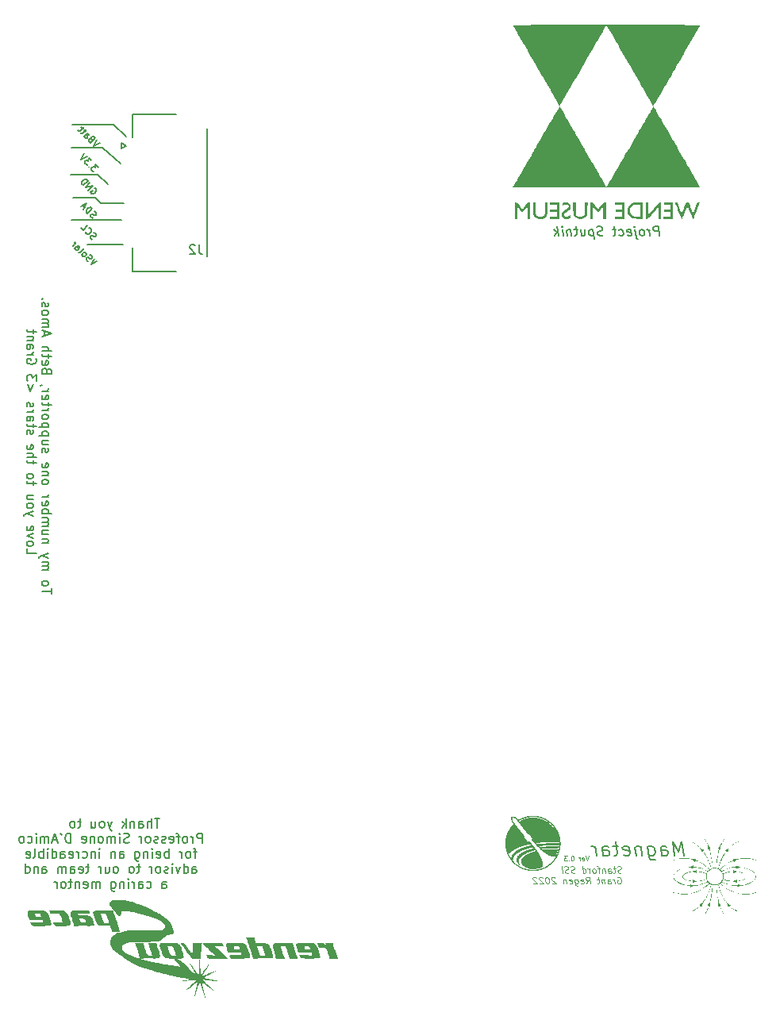
<source format=gbo>
G04 #@! TF.GenerationSoftware,KiCad,Pcbnew,(6.0.5)*
G04 #@! TF.CreationDate,2023-05-08T02:16:42-07:00*
G04 #@! TF.ProjectId,Coil_Panels_XY,436f696c-5f50-4616-9e65-6c735f58592e,rev?*
G04 #@! TF.SameCoordinates,Original*
G04 #@! TF.FileFunction,Legend,Bot*
G04 #@! TF.FilePolarity,Positive*
%FSLAX46Y46*%
G04 Gerber Fmt 4.6, Leading zero omitted, Abs format (unit mm)*
G04 Created by KiCad (PCBNEW (6.0.5)) date 2023-05-08 02:16:42*
%MOMM*%
%LPD*%
G01*
G04 APERTURE LIST*
%ADD10C,0.150000*%
%ADD11C,0.100000*%
%ADD12C,0.200000*%
%ADD13C,0.127000*%
%ADD14C,0.010000*%
%ADD15R,1.700000X1.700000*%
%ADD16O,1.700000X1.700000*%
%ADD17C,3.800000*%
%ADD18C,2.600000*%
G04 APERTURE END LIST*
D10*
X122660000Y-52780000D02*
X124570000Y-54440000D01*
X119430000Y-50260000D02*
X123810000Y-50280000D01*
X123810000Y-50280000D02*
X125180000Y-51530000D01*
X119210000Y-55610000D02*
X122140000Y-55630000D01*
X121040000Y-63110000D02*
X124810000Y-63110000D01*
X122470000Y-58670000D02*
X124880000Y-58650000D01*
X121840000Y-58100000D02*
X122470000Y-58670000D01*
X119350000Y-60420000D02*
X124690000Y-60420000D01*
X122140000Y-55630000D02*
X123210000Y-56620000D01*
X119350000Y-52760000D02*
X122660000Y-52780000D01*
X119460000Y-58100000D02*
X121840000Y-58100000D01*
X122074428Y-64886313D02*
X121414462Y-65216296D01*
X121744445Y-64556330D01*
X121131619Y-64886313D02*
X121037338Y-64839172D01*
X120919487Y-64721321D01*
X120895917Y-64650610D01*
X120895917Y-64603470D01*
X120919487Y-64532759D01*
X120966627Y-64485619D01*
X121037338Y-64462049D01*
X121084478Y-64462049D01*
X121155189Y-64485619D01*
X121273040Y-64556330D01*
X121343751Y-64579900D01*
X121390891Y-64579900D01*
X121461602Y-64556330D01*
X121508743Y-64509189D01*
X121532313Y-64438478D01*
X121532313Y-64391338D01*
X121508743Y-64320627D01*
X121390891Y-64202776D01*
X121296610Y-64155636D01*
X120542363Y-64344198D02*
X120613074Y-64367768D01*
X120660214Y-64367768D01*
X120730925Y-64344198D01*
X120872346Y-64202776D01*
X120895917Y-64132066D01*
X120895917Y-64084925D01*
X120872346Y-64014214D01*
X120801636Y-63943504D01*
X120730925Y-63919933D01*
X120683785Y-63919933D01*
X120613074Y-63943504D01*
X120471653Y-64084925D01*
X120448082Y-64155636D01*
X120448082Y-64202776D01*
X120471653Y-64273487D01*
X120542363Y-64344198D01*
X120094529Y-63896363D02*
X120165240Y-63919933D01*
X120235950Y-63896363D01*
X120660214Y-63472099D01*
X119693835Y-63495669D02*
X119953108Y-63236397D01*
X120023818Y-63212827D01*
X120094529Y-63236397D01*
X120188810Y-63330678D01*
X120212380Y-63401389D01*
X119717405Y-63472099D02*
X119740976Y-63542810D01*
X119858827Y-63660661D01*
X119929537Y-63684231D01*
X120000248Y-63660661D01*
X120047389Y-63613521D01*
X120070959Y-63542810D01*
X120047389Y-63472099D01*
X119929537Y-63354248D01*
X119905967Y-63283537D01*
X119458133Y-63259967D02*
X119788116Y-62929984D01*
X119693835Y-63024265D02*
X119717405Y-62953554D01*
X119717405Y-62906414D01*
X119693835Y-62835703D01*
X119646695Y-62788563D01*
X128754285Y-124272380D02*
X128182857Y-124272380D01*
X128468571Y-125272380D02*
X128468571Y-124272380D01*
X127849523Y-125272380D02*
X127849523Y-124272380D01*
X127420952Y-125272380D02*
X127420952Y-124748571D01*
X127468571Y-124653333D01*
X127563809Y-124605714D01*
X127706666Y-124605714D01*
X127801904Y-124653333D01*
X127849523Y-124700952D01*
X126516190Y-125272380D02*
X126516190Y-124748571D01*
X126563809Y-124653333D01*
X126659047Y-124605714D01*
X126849523Y-124605714D01*
X126944761Y-124653333D01*
X126516190Y-125224761D02*
X126611428Y-125272380D01*
X126849523Y-125272380D01*
X126944761Y-125224761D01*
X126992380Y-125129523D01*
X126992380Y-125034285D01*
X126944761Y-124939047D01*
X126849523Y-124891428D01*
X126611428Y-124891428D01*
X126516190Y-124843809D01*
X126040000Y-124605714D02*
X126040000Y-125272380D01*
X126040000Y-124700952D02*
X125992380Y-124653333D01*
X125897142Y-124605714D01*
X125754285Y-124605714D01*
X125659047Y-124653333D01*
X125611428Y-124748571D01*
X125611428Y-125272380D01*
X125135238Y-125272380D02*
X125135238Y-124272380D01*
X125040000Y-124891428D02*
X124754285Y-125272380D01*
X124754285Y-124605714D02*
X125135238Y-124986666D01*
X123659047Y-124605714D02*
X123420952Y-125272380D01*
X123182857Y-124605714D02*
X123420952Y-125272380D01*
X123516190Y-125510476D01*
X123563809Y-125558095D01*
X123659047Y-125605714D01*
X122659047Y-125272380D02*
X122754285Y-125224761D01*
X122801904Y-125177142D01*
X122849523Y-125081904D01*
X122849523Y-124796190D01*
X122801904Y-124700952D01*
X122754285Y-124653333D01*
X122659047Y-124605714D01*
X122516190Y-124605714D01*
X122420952Y-124653333D01*
X122373333Y-124700952D01*
X122325714Y-124796190D01*
X122325714Y-125081904D01*
X122373333Y-125177142D01*
X122420952Y-125224761D01*
X122516190Y-125272380D01*
X122659047Y-125272380D01*
X121468571Y-124605714D02*
X121468571Y-125272380D01*
X121897142Y-124605714D02*
X121897142Y-125129523D01*
X121849523Y-125224761D01*
X121754285Y-125272380D01*
X121611428Y-125272380D01*
X121516190Y-125224761D01*
X121468571Y-125177142D01*
X120373333Y-124605714D02*
X119992380Y-124605714D01*
X120230476Y-124272380D02*
X120230476Y-125129523D01*
X120182857Y-125224761D01*
X120087619Y-125272380D01*
X119992380Y-125272380D01*
X119516190Y-125272380D02*
X119611428Y-125224761D01*
X119659047Y-125177142D01*
X119706666Y-125081904D01*
X119706666Y-124796190D01*
X119659047Y-124700952D01*
X119611428Y-124653333D01*
X119516190Y-124605714D01*
X119373333Y-124605714D01*
X119278095Y-124653333D01*
X119230476Y-124700952D01*
X119182857Y-124796190D01*
X119182857Y-125081904D01*
X119230476Y-125177142D01*
X119278095Y-125224761D01*
X119373333Y-125272380D01*
X119516190Y-125272380D01*
X133278095Y-126882380D02*
X133278095Y-125882380D01*
X132897142Y-125882380D01*
X132801904Y-125930000D01*
X132754285Y-125977619D01*
X132706666Y-126072857D01*
X132706666Y-126215714D01*
X132754285Y-126310952D01*
X132801904Y-126358571D01*
X132897142Y-126406190D01*
X133278095Y-126406190D01*
X132278095Y-126882380D02*
X132278095Y-126215714D01*
X132278095Y-126406190D02*
X132230476Y-126310952D01*
X132182857Y-126263333D01*
X132087619Y-126215714D01*
X131992380Y-126215714D01*
X131516190Y-126882380D02*
X131611428Y-126834761D01*
X131659047Y-126787142D01*
X131706666Y-126691904D01*
X131706666Y-126406190D01*
X131659047Y-126310952D01*
X131611428Y-126263333D01*
X131516190Y-126215714D01*
X131373333Y-126215714D01*
X131278095Y-126263333D01*
X131230476Y-126310952D01*
X131182857Y-126406190D01*
X131182857Y-126691904D01*
X131230476Y-126787142D01*
X131278095Y-126834761D01*
X131373333Y-126882380D01*
X131516190Y-126882380D01*
X130897142Y-126215714D02*
X130516190Y-126215714D01*
X130754285Y-126882380D02*
X130754285Y-126025238D01*
X130706666Y-125930000D01*
X130611428Y-125882380D01*
X130516190Y-125882380D01*
X129801904Y-126834761D02*
X129897142Y-126882380D01*
X130087619Y-126882380D01*
X130182857Y-126834761D01*
X130230476Y-126739523D01*
X130230476Y-126358571D01*
X130182857Y-126263333D01*
X130087619Y-126215714D01*
X129897142Y-126215714D01*
X129801904Y-126263333D01*
X129754285Y-126358571D01*
X129754285Y-126453809D01*
X130230476Y-126549047D01*
X129373333Y-126834761D02*
X129278095Y-126882380D01*
X129087619Y-126882380D01*
X128992380Y-126834761D01*
X128944761Y-126739523D01*
X128944761Y-126691904D01*
X128992380Y-126596666D01*
X129087619Y-126549047D01*
X129230476Y-126549047D01*
X129325714Y-126501428D01*
X129373333Y-126406190D01*
X129373333Y-126358571D01*
X129325714Y-126263333D01*
X129230476Y-126215714D01*
X129087619Y-126215714D01*
X128992380Y-126263333D01*
X128563809Y-126834761D02*
X128468571Y-126882380D01*
X128278095Y-126882380D01*
X128182857Y-126834761D01*
X128135238Y-126739523D01*
X128135238Y-126691904D01*
X128182857Y-126596666D01*
X128278095Y-126549047D01*
X128420952Y-126549047D01*
X128516190Y-126501428D01*
X128563809Y-126406190D01*
X128563809Y-126358571D01*
X128516190Y-126263333D01*
X128420952Y-126215714D01*
X128278095Y-126215714D01*
X128182857Y-126263333D01*
X127563809Y-126882380D02*
X127659047Y-126834761D01*
X127706666Y-126787142D01*
X127754285Y-126691904D01*
X127754285Y-126406190D01*
X127706666Y-126310952D01*
X127659047Y-126263333D01*
X127563809Y-126215714D01*
X127420952Y-126215714D01*
X127325714Y-126263333D01*
X127278095Y-126310952D01*
X127230476Y-126406190D01*
X127230476Y-126691904D01*
X127278095Y-126787142D01*
X127325714Y-126834761D01*
X127420952Y-126882380D01*
X127563809Y-126882380D01*
X126801904Y-126882380D02*
X126801904Y-126215714D01*
X126801904Y-126406190D02*
X126754285Y-126310952D01*
X126706666Y-126263333D01*
X126611428Y-126215714D01*
X126516190Y-126215714D01*
X125468571Y-126834761D02*
X125325714Y-126882380D01*
X125087619Y-126882380D01*
X124992380Y-126834761D01*
X124944761Y-126787142D01*
X124897142Y-126691904D01*
X124897142Y-126596666D01*
X124944761Y-126501428D01*
X124992380Y-126453809D01*
X125087619Y-126406190D01*
X125278095Y-126358571D01*
X125373333Y-126310952D01*
X125420952Y-126263333D01*
X125468571Y-126168095D01*
X125468571Y-126072857D01*
X125420952Y-125977619D01*
X125373333Y-125930000D01*
X125278095Y-125882380D01*
X125040000Y-125882380D01*
X124897142Y-125930000D01*
X124468571Y-126882380D02*
X124468571Y-126215714D01*
X124468571Y-125882380D02*
X124516190Y-125930000D01*
X124468571Y-125977619D01*
X124420952Y-125930000D01*
X124468571Y-125882380D01*
X124468571Y-125977619D01*
X123992380Y-126882380D02*
X123992380Y-126215714D01*
X123992380Y-126310952D02*
X123944761Y-126263333D01*
X123849523Y-126215714D01*
X123706666Y-126215714D01*
X123611428Y-126263333D01*
X123563809Y-126358571D01*
X123563809Y-126882380D01*
X123563809Y-126358571D02*
X123516190Y-126263333D01*
X123420952Y-126215714D01*
X123278095Y-126215714D01*
X123182857Y-126263333D01*
X123135238Y-126358571D01*
X123135238Y-126882380D01*
X122516190Y-126882380D02*
X122611428Y-126834761D01*
X122659047Y-126787142D01*
X122706666Y-126691904D01*
X122706666Y-126406190D01*
X122659047Y-126310952D01*
X122611428Y-126263333D01*
X122516190Y-126215714D01*
X122373333Y-126215714D01*
X122278095Y-126263333D01*
X122230476Y-126310952D01*
X122182857Y-126406190D01*
X122182857Y-126691904D01*
X122230476Y-126787142D01*
X122278095Y-126834761D01*
X122373333Y-126882380D01*
X122516190Y-126882380D01*
X121754285Y-126215714D02*
X121754285Y-126882380D01*
X121754285Y-126310952D02*
X121706666Y-126263333D01*
X121611428Y-126215714D01*
X121468571Y-126215714D01*
X121373333Y-126263333D01*
X121325714Y-126358571D01*
X121325714Y-126882380D01*
X120468571Y-126834761D02*
X120563809Y-126882380D01*
X120754285Y-126882380D01*
X120849523Y-126834761D01*
X120897142Y-126739523D01*
X120897142Y-126358571D01*
X120849523Y-126263333D01*
X120754285Y-126215714D01*
X120563809Y-126215714D01*
X120468571Y-126263333D01*
X120420952Y-126358571D01*
X120420952Y-126453809D01*
X120897142Y-126549047D01*
X119230476Y-126882380D02*
X119230476Y-125882380D01*
X118992380Y-125882380D01*
X118849523Y-125930000D01*
X118754285Y-126025238D01*
X118706666Y-126120476D01*
X118659047Y-126310952D01*
X118659047Y-126453809D01*
X118706666Y-126644285D01*
X118754285Y-126739523D01*
X118849523Y-126834761D01*
X118992380Y-126882380D01*
X119230476Y-126882380D01*
X118182857Y-125882380D02*
X118278095Y-126072857D01*
X117801904Y-126596666D02*
X117325714Y-126596666D01*
X117897142Y-126882380D02*
X117563809Y-125882380D01*
X117230476Y-126882380D01*
X116897142Y-126882380D02*
X116897142Y-126215714D01*
X116897142Y-126310952D02*
X116849523Y-126263333D01*
X116754285Y-126215714D01*
X116611428Y-126215714D01*
X116516190Y-126263333D01*
X116468571Y-126358571D01*
X116468571Y-126882380D01*
X116468571Y-126358571D02*
X116420952Y-126263333D01*
X116325714Y-126215714D01*
X116182857Y-126215714D01*
X116087619Y-126263333D01*
X116040000Y-126358571D01*
X116040000Y-126882380D01*
X115563809Y-126882380D02*
X115563809Y-126215714D01*
X115563809Y-125882380D02*
X115611428Y-125930000D01*
X115563809Y-125977619D01*
X115516190Y-125930000D01*
X115563809Y-125882380D01*
X115563809Y-125977619D01*
X114659047Y-126834761D02*
X114754285Y-126882380D01*
X114944761Y-126882380D01*
X115040000Y-126834761D01*
X115087619Y-126787142D01*
X115135238Y-126691904D01*
X115135238Y-126406190D01*
X115087619Y-126310952D01*
X115040000Y-126263333D01*
X114944761Y-126215714D01*
X114754285Y-126215714D01*
X114659047Y-126263333D01*
X114087619Y-126882380D02*
X114182857Y-126834761D01*
X114230476Y-126787142D01*
X114278095Y-126691904D01*
X114278095Y-126406190D01*
X114230476Y-126310952D01*
X114182857Y-126263333D01*
X114087619Y-126215714D01*
X113944761Y-126215714D01*
X113849523Y-126263333D01*
X113801904Y-126310952D01*
X113754285Y-126406190D01*
X113754285Y-126691904D01*
X113801904Y-126787142D01*
X113849523Y-126834761D01*
X113944761Y-126882380D01*
X114087619Y-126882380D01*
X132706666Y-127825714D02*
X132325714Y-127825714D01*
X132563809Y-128492380D02*
X132563809Y-127635238D01*
X132516190Y-127540000D01*
X132420952Y-127492380D01*
X132325714Y-127492380D01*
X131849523Y-128492380D02*
X131944761Y-128444761D01*
X131992380Y-128397142D01*
X132040000Y-128301904D01*
X132040000Y-128016190D01*
X131992380Y-127920952D01*
X131944761Y-127873333D01*
X131849523Y-127825714D01*
X131706666Y-127825714D01*
X131611428Y-127873333D01*
X131563809Y-127920952D01*
X131516190Y-128016190D01*
X131516190Y-128301904D01*
X131563809Y-128397142D01*
X131611428Y-128444761D01*
X131706666Y-128492380D01*
X131849523Y-128492380D01*
X131087619Y-128492380D02*
X131087619Y-127825714D01*
X131087619Y-128016190D02*
X131040000Y-127920952D01*
X130992380Y-127873333D01*
X130897142Y-127825714D01*
X130801904Y-127825714D01*
X129706666Y-128492380D02*
X129706666Y-127492380D01*
X129706666Y-127873333D02*
X129611428Y-127825714D01*
X129420952Y-127825714D01*
X129325714Y-127873333D01*
X129278095Y-127920952D01*
X129230476Y-128016190D01*
X129230476Y-128301904D01*
X129278095Y-128397142D01*
X129325714Y-128444761D01*
X129420952Y-128492380D01*
X129611428Y-128492380D01*
X129706666Y-128444761D01*
X128420952Y-128444761D02*
X128516190Y-128492380D01*
X128706666Y-128492380D01*
X128801904Y-128444761D01*
X128849523Y-128349523D01*
X128849523Y-127968571D01*
X128801904Y-127873333D01*
X128706666Y-127825714D01*
X128516190Y-127825714D01*
X128420952Y-127873333D01*
X128373333Y-127968571D01*
X128373333Y-128063809D01*
X128849523Y-128159047D01*
X127944761Y-128492380D02*
X127944761Y-127825714D01*
X127944761Y-127492380D02*
X127992380Y-127540000D01*
X127944761Y-127587619D01*
X127897142Y-127540000D01*
X127944761Y-127492380D01*
X127944761Y-127587619D01*
X127468571Y-127825714D02*
X127468571Y-128492380D01*
X127468571Y-127920952D02*
X127420952Y-127873333D01*
X127325714Y-127825714D01*
X127182857Y-127825714D01*
X127087619Y-127873333D01*
X127040000Y-127968571D01*
X127040000Y-128492380D01*
X126135238Y-127825714D02*
X126135238Y-128635238D01*
X126182857Y-128730476D01*
X126230476Y-128778095D01*
X126325714Y-128825714D01*
X126468571Y-128825714D01*
X126563809Y-128778095D01*
X126135238Y-128444761D02*
X126230476Y-128492380D01*
X126420952Y-128492380D01*
X126516190Y-128444761D01*
X126563809Y-128397142D01*
X126611428Y-128301904D01*
X126611428Y-128016190D01*
X126563809Y-127920952D01*
X126516190Y-127873333D01*
X126420952Y-127825714D01*
X126230476Y-127825714D01*
X126135238Y-127873333D01*
X124468571Y-128492380D02*
X124468571Y-127968571D01*
X124516190Y-127873333D01*
X124611428Y-127825714D01*
X124801904Y-127825714D01*
X124897142Y-127873333D01*
X124468571Y-128444761D02*
X124563809Y-128492380D01*
X124801904Y-128492380D01*
X124897142Y-128444761D01*
X124944761Y-128349523D01*
X124944761Y-128254285D01*
X124897142Y-128159047D01*
X124801904Y-128111428D01*
X124563809Y-128111428D01*
X124468571Y-128063809D01*
X123992380Y-127825714D02*
X123992380Y-128492380D01*
X123992380Y-127920952D02*
X123944761Y-127873333D01*
X123849523Y-127825714D01*
X123706666Y-127825714D01*
X123611428Y-127873333D01*
X123563809Y-127968571D01*
X123563809Y-128492380D01*
X122325714Y-128492380D02*
X122325714Y-127825714D01*
X122325714Y-127492380D02*
X122373333Y-127540000D01*
X122325714Y-127587619D01*
X122278095Y-127540000D01*
X122325714Y-127492380D01*
X122325714Y-127587619D01*
X121849523Y-127825714D02*
X121849523Y-128492380D01*
X121849523Y-127920952D02*
X121801904Y-127873333D01*
X121706666Y-127825714D01*
X121563809Y-127825714D01*
X121468571Y-127873333D01*
X121420952Y-127968571D01*
X121420952Y-128492380D01*
X120516190Y-128444761D02*
X120611428Y-128492380D01*
X120801904Y-128492380D01*
X120897142Y-128444761D01*
X120944761Y-128397142D01*
X120992380Y-128301904D01*
X120992380Y-128016190D01*
X120944761Y-127920952D01*
X120897142Y-127873333D01*
X120801904Y-127825714D01*
X120611428Y-127825714D01*
X120516190Y-127873333D01*
X120087619Y-128492380D02*
X120087619Y-127825714D01*
X120087619Y-128016190D02*
X120040000Y-127920952D01*
X119992380Y-127873333D01*
X119897142Y-127825714D01*
X119801904Y-127825714D01*
X119087619Y-128444761D02*
X119182857Y-128492380D01*
X119373333Y-128492380D01*
X119468571Y-128444761D01*
X119516190Y-128349523D01*
X119516190Y-127968571D01*
X119468571Y-127873333D01*
X119373333Y-127825714D01*
X119182857Y-127825714D01*
X119087619Y-127873333D01*
X119040000Y-127968571D01*
X119040000Y-128063809D01*
X119516190Y-128159047D01*
X118182857Y-128492380D02*
X118182857Y-127968571D01*
X118230476Y-127873333D01*
X118325714Y-127825714D01*
X118516190Y-127825714D01*
X118611428Y-127873333D01*
X118182857Y-128444761D02*
X118278095Y-128492380D01*
X118516190Y-128492380D01*
X118611428Y-128444761D01*
X118659047Y-128349523D01*
X118659047Y-128254285D01*
X118611428Y-128159047D01*
X118516190Y-128111428D01*
X118278095Y-128111428D01*
X118182857Y-128063809D01*
X117278095Y-128492380D02*
X117278095Y-127492380D01*
X117278095Y-128444761D02*
X117373333Y-128492380D01*
X117563809Y-128492380D01*
X117659047Y-128444761D01*
X117706666Y-128397142D01*
X117754285Y-128301904D01*
X117754285Y-128016190D01*
X117706666Y-127920952D01*
X117659047Y-127873333D01*
X117563809Y-127825714D01*
X117373333Y-127825714D01*
X117278095Y-127873333D01*
X116801904Y-128492380D02*
X116801904Y-127825714D01*
X116801904Y-127492380D02*
X116849523Y-127540000D01*
X116801904Y-127587619D01*
X116754285Y-127540000D01*
X116801904Y-127492380D01*
X116801904Y-127587619D01*
X116325714Y-128492380D02*
X116325714Y-127492380D01*
X116325714Y-127873333D02*
X116230476Y-127825714D01*
X116040000Y-127825714D01*
X115944761Y-127873333D01*
X115897142Y-127920952D01*
X115849523Y-128016190D01*
X115849523Y-128301904D01*
X115897142Y-128397142D01*
X115944761Y-128444761D01*
X116040000Y-128492380D01*
X116230476Y-128492380D01*
X116325714Y-128444761D01*
X115278095Y-128492380D02*
X115373333Y-128444761D01*
X115420952Y-128349523D01*
X115420952Y-127492380D01*
X114516190Y-128444761D02*
X114611428Y-128492380D01*
X114801904Y-128492380D01*
X114897142Y-128444761D01*
X114944761Y-128349523D01*
X114944761Y-127968571D01*
X114897142Y-127873333D01*
X114801904Y-127825714D01*
X114611428Y-127825714D01*
X114516190Y-127873333D01*
X114468571Y-127968571D01*
X114468571Y-128063809D01*
X114944761Y-128159047D01*
X132230476Y-130102380D02*
X132230476Y-129578571D01*
X132278095Y-129483333D01*
X132373333Y-129435714D01*
X132563809Y-129435714D01*
X132659047Y-129483333D01*
X132230476Y-130054761D02*
X132325714Y-130102380D01*
X132563809Y-130102380D01*
X132659047Y-130054761D01*
X132706666Y-129959523D01*
X132706666Y-129864285D01*
X132659047Y-129769047D01*
X132563809Y-129721428D01*
X132325714Y-129721428D01*
X132230476Y-129673809D01*
X131325714Y-130102380D02*
X131325714Y-129102380D01*
X131325714Y-130054761D02*
X131420952Y-130102380D01*
X131611428Y-130102380D01*
X131706666Y-130054761D01*
X131754285Y-130007142D01*
X131801904Y-129911904D01*
X131801904Y-129626190D01*
X131754285Y-129530952D01*
X131706666Y-129483333D01*
X131611428Y-129435714D01*
X131420952Y-129435714D01*
X131325714Y-129483333D01*
X130944761Y-129435714D02*
X130706666Y-130102380D01*
X130468571Y-129435714D01*
X130087619Y-130102380D02*
X130087619Y-129435714D01*
X130087619Y-129102380D02*
X130135238Y-129150000D01*
X130087619Y-129197619D01*
X130040000Y-129150000D01*
X130087619Y-129102380D01*
X130087619Y-129197619D01*
X129659047Y-130054761D02*
X129563809Y-130102380D01*
X129373333Y-130102380D01*
X129278095Y-130054761D01*
X129230476Y-129959523D01*
X129230476Y-129911904D01*
X129278095Y-129816666D01*
X129373333Y-129769047D01*
X129516190Y-129769047D01*
X129611428Y-129721428D01*
X129659047Y-129626190D01*
X129659047Y-129578571D01*
X129611428Y-129483333D01*
X129516190Y-129435714D01*
X129373333Y-129435714D01*
X129278095Y-129483333D01*
X128659047Y-130102380D02*
X128754285Y-130054761D01*
X128801904Y-130007142D01*
X128849523Y-129911904D01*
X128849523Y-129626190D01*
X128801904Y-129530952D01*
X128754285Y-129483333D01*
X128659047Y-129435714D01*
X128516190Y-129435714D01*
X128420952Y-129483333D01*
X128373333Y-129530952D01*
X128325714Y-129626190D01*
X128325714Y-129911904D01*
X128373333Y-130007142D01*
X128420952Y-130054761D01*
X128516190Y-130102380D01*
X128659047Y-130102380D01*
X127897142Y-130102380D02*
X127897142Y-129435714D01*
X127897142Y-129626190D02*
X127849523Y-129530952D01*
X127801904Y-129483333D01*
X127706666Y-129435714D01*
X127611428Y-129435714D01*
X126659047Y-129435714D02*
X126278095Y-129435714D01*
X126516190Y-129102380D02*
X126516190Y-129959523D01*
X126468571Y-130054761D01*
X126373333Y-130102380D01*
X126278095Y-130102380D01*
X125801904Y-130102380D02*
X125897142Y-130054761D01*
X125944761Y-130007142D01*
X125992380Y-129911904D01*
X125992380Y-129626190D01*
X125944761Y-129530952D01*
X125897142Y-129483333D01*
X125801904Y-129435714D01*
X125659047Y-129435714D01*
X125563809Y-129483333D01*
X125516190Y-129530952D01*
X125468571Y-129626190D01*
X125468571Y-129911904D01*
X125516190Y-130007142D01*
X125563809Y-130054761D01*
X125659047Y-130102380D01*
X125801904Y-130102380D01*
X124135238Y-130102380D02*
X124230476Y-130054761D01*
X124278095Y-130007142D01*
X124325714Y-129911904D01*
X124325714Y-129626190D01*
X124278095Y-129530952D01*
X124230476Y-129483333D01*
X124135238Y-129435714D01*
X123992380Y-129435714D01*
X123897142Y-129483333D01*
X123849523Y-129530952D01*
X123801904Y-129626190D01*
X123801904Y-129911904D01*
X123849523Y-130007142D01*
X123897142Y-130054761D01*
X123992380Y-130102380D01*
X124135238Y-130102380D01*
X122944761Y-129435714D02*
X122944761Y-130102380D01*
X123373333Y-129435714D02*
X123373333Y-129959523D01*
X123325714Y-130054761D01*
X123230476Y-130102380D01*
X123087619Y-130102380D01*
X122992380Y-130054761D01*
X122944761Y-130007142D01*
X122468571Y-130102380D02*
X122468571Y-129435714D01*
X122468571Y-129626190D02*
X122420952Y-129530952D01*
X122373333Y-129483333D01*
X122278095Y-129435714D01*
X122182857Y-129435714D01*
X121230476Y-129435714D02*
X120849523Y-129435714D01*
X121087619Y-129102380D02*
X121087619Y-129959523D01*
X121040000Y-130054761D01*
X120944761Y-130102380D01*
X120849523Y-130102380D01*
X120135238Y-130054761D02*
X120230476Y-130102380D01*
X120420952Y-130102380D01*
X120516190Y-130054761D01*
X120563809Y-129959523D01*
X120563809Y-129578571D01*
X120516190Y-129483333D01*
X120420952Y-129435714D01*
X120230476Y-129435714D01*
X120135238Y-129483333D01*
X120087619Y-129578571D01*
X120087619Y-129673809D01*
X120563809Y-129769047D01*
X119230476Y-130102380D02*
X119230476Y-129578571D01*
X119278095Y-129483333D01*
X119373333Y-129435714D01*
X119563809Y-129435714D01*
X119659047Y-129483333D01*
X119230476Y-130054761D02*
X119325714Y-130102380D01*
X119563809Y-130102380D01*
X119659047Y-130054761D01*
X119706666Y-129959523D01*
X119706666Y-129864285D01*
X119659047Y-129769047D01*
X119563809Y-129721428D01*
X119325714Y-129721428D01*
X119230476Y-129673809D01*
X118754285Y-130102380D02*
X118754285Y-129435714D01*
X118754285Y-129530952D02*
X118706666Y-129483333D01*
X118611428Y-129435714D01*
X118468571Y-129435714D01*
X118373333Y-129483333D01*
X118325714Y-129578571D01*
X118325714Y-130102380D01*
X118325714Y-129578571D02*
X118278095Y-129483333D01*
X118182857Y-129435714D01*
X118040000Y-129435714D01*
X117944761Y-129483333D01*
X117897142Y-129578571D01*
X117897142Y-130102380D01*
X116230476Y-130102380D02*
X116230476Y-129578571D01*
X116278095Y-129483333D01*
X116373333Y-129435714D01*
X116563809Y-129435714D01*
X116659047Y-129483333D01*
X116230476Y-130054761D02*
X116325714Y-130102380D01*
X116563809Y-130102380D01*
X116659047Y-130054761D01*
X116706666Y-129959523D01*
X116706666Y-129864285D01*
X116659047Y-129769047D01*
X116563809Y-129721428D01*
X116325714Y-129721428D01*
X116230476Y-129673809D01*
X115754285Y-129435714D02*
X115754285Y-130102380D01*
X115754285Y-129530952D02*
X115706666Y-129483333D01*
X115611428Y-129435714D01*
X115468571Y-129435714D01*
X115373333Y-129483333D01*
X115325714Y-129578571D01*
X115325714Y-130102380D01*
X114420952Y-130102380D02*
X114420952Y-129102380D01*
X114420952Y-130054761D02*
X114516190Y-130102380D01*
X114706666Y-130102380D01*
X114801904Y-130054761D01*
X114849523Y-130007142D01*
X114897142Y-129911904D01*
X114897142Y-129626190D01*
X114849523Y-129530952D01*
X114801904Y-129483333D01*
X114706666Y-129435714D01*
X114516190Y-129435714D01*
X114420952Y-129483333D01*
X129016190Y-131712380D02*
X129016190Y-131188571D01*
X129063809Y-131093333D01*
X129159047Y-131045714D01*
X129349523Y-131045714D01*
X129444761Y-131093333D01*
X129016190Y-131664761D02*
X129111428Y-131712380D01*
X129349523Y-131712380D01*
X129444761Y-131664761D01*
X129492380Y-131569523D01*
X129492380Y-131474285D01*
X129444761Y-131379047D01*
X129349523Y-131331428D01*
X129111428Y-131331428D01*
X129016190Y-131283809D01*
X127349523Y-131664761D02*
X127444761Y-131712380D01*
X127635238Y-131712380D01*
X127730476Y-131664761D01*
X127778095Y-131617142D01*
X127825714Y-131521904D01*
X127825714Y-131236190D01*
X127778095Y-131140952D01*
X127730476Y-131093333D01*
X127635238Y-131045714D01*
X127444761Y-131045714D01*
X127349523Y-131093333D01*
X126492380Y-131712380D02*
X126492380Y-131188571D01*
X126540000Y-131093333D01*
X126635238Y-131045714D01*
X126825714Y-131045714D01*
X126920952Y-131093333D01*
X126492380Y-131664761D02*
X126587619Y-131712380D01*
X126825714Y-131712380D01*
X126920952Y-131664761D01*
X126968571Y-131569523D01*
X126968571Y-131474285D01*
X126920952Y-131379047D01*
X126825714Y-131331428D01*
X126587619Y-131331428D01*
X126492380Y-131283809D01*
X126016190Y-131712380D02*
X126016190Y-131045714D01*
X126016190Y-131236190D02*
X125968571Y-131140952D01*
X125920952Y-131093333D01*
X125825714Y-131045714D01*
X125730476Y-131045714D01*
X125397142Y-131712380D02*
X125397142Y-131045714D01*
X125397142Y-130712380D02*
X125444761Y-130760000D01*
X125397142Y-130807619D01*
X125349523Y-130760000D01*
X125397142Y-130712380D01*
X125397142Y-130807619D01*
X124920952Y-131045714D02*
X124920952Y-131712380D01*
X124920952Y-131140952D02*
X124873333Y-131093333D01*
X124778095Y-131045714D01*
X124635238Y-131045714D01*
X124540000Y-131093333D01*
X124492380Y-131188571D01*
X124492380Y-131712380D01*
X123587619Y-131045714D02*
X123587619Y-131855238D01*
X123635238Y-131950476D01*
X123682857Y-131998095D01*
X123778095Y-132045714D01*
X123920952Y-132045714D01*
X124016190Y-131998095D01*
X123587619Y-131664761D02*
X123682857Y-131712380D01*
X123873333Y-131712380D01*
X123968571Y-131664761D01*
X124016190Y-131617142D01*
X124063809Y-131521904D01*
X124063809Y-131236190D01*
X124016190Y-131140952D01*
X123968571Y-131093333D01*
X123873333Y-131045714D01*
X123682857Y-131045714D01*
X123587619Y-131093333D01*
X122349523Y-131712380D02*
X122349523Y-131045714D01*
X122349523Y-131140952D02*
X122301904Y-131093333D01*
X122206666Y-131045714D01*
X122063809Y-131045714D01*
X121968571Y-131093333D01*
X121920952Y-131188571D01*
X121920952Y-131712380D01*
X121920952Y-131188571D02*
X121873333Y-131093333D01*
X121778095Y-131045714D01*
X121635238Y-131045714D01*
X121540000Y-131093333D01*
X121492380Y-131188571D01*
X121492380Y-131712380D01*
X120635238Y-131664761D02*
X120730476Y-131712380D01*
X120920952Y-131712380D01*
X121016190Y-131664761D01*
X121063809Y-131569523D01*
X121063809Y-131188571D01*
X121016190Y-131093333D01*
X120920952Y-131045714D01*
X120730476Y-131045714D01*
X120635238Y-131093333D01*
X120587619Y-131188571D01*
X120587619Y-131283809D01*
X121063809Y-131379047D01*
X120159047Y-131045714D02*
X120159047Y-131712380D01*
X120159047Y-131140952D02*
X120111428Y-131093333D01*
X120016190Y-131045714D01*
X119873333Y-131045714D01*
X119778095Y-131093333D01*
X119730476Y-131188571D01*
X119730476Y-131712380D01*
X119397142Y-131045714D02*
X119016190Y-131045714D01*
X119254285Y-130712380D02*
X119254285Y-131569523D01*
X119206666Y-131664761D01*
X119111428Y-131712380D01*
X119016190Y-131712380D01*
X118540000Y-131712380D02*
X118635238Y-131664761D01*
X118682857Y-131617142D01*
X118730476Y-131521904D01*
X118730476Y-131236190D01*
X118682857Y-131140952D01*
X118635238Y-131093333D01*
X118540000Y-131045714D01*
X118397142Y-131045714D01*
X118301904Y-131093333D01*
X118254285Y-131140952D01*
X118206666Y-131236190D01*
X118206666Y-131521904D01*
X118254285Y-131617142D01*
X118301904Y-131664761D01*
X118397142Y-131712380D01*
X118540000Y-131712380D01*
X117778095Y-131712380D02*
X117778095Y-131045714D01*
X117778095Y-131236190D02*
X117730476Y-131140952D01*
X117682857Y-131093333D01*
X117587619Y-131045714D01*
X117492380Y-131045714D01*
D11*
X178033333Y-130069833D02*
X177937500Y-130103166D01*
X177770833Y-130103166D01*
X177700000Y-130069833D01*
X177662500Y-130036500D01*
X177620833Y-129969833D01*
X177612500Y-129903166D01*
X177637500Y-129836500D01*
X177666666Y-129803166D01*
X177729166Y-129769833D01*
X177858333Y-129736500D01*
X177920833Y-129703166D01*
X177950000Y-129669833D01*
X177975000Y-129603166D01*
X177966666Y-129536500D01*
X177925000Y-129469833D01*
X177887500Y-129436500D01*
X177816666Y-129403166D01*
X177650000Y-129403166D01*
X177554166Y-129436500D01*
X177379166Y-129636500D02*
X177112500Y-129636500D01*
X177250000Y-129403166D02*
X177325000Y-130003166D01*
X177300000Y-130069833D01*
X177237500Y-130103166D01*
X177170833Y-130103166D01*
X176637500Y-130103166D02*
X176591666Y-129736500D01*
X176616666Y-129669833D01*
X176679166Y-129636500D01*
X176812500Y-129636500D01*
X176883333Y-129669833D01*
X176633333Y-130069833D02*
X176704166Y-130103166D01*
X176870833Y-130103166D01*
X176933333Y-130069833D01*
X176958333Y-130003166D01*
X176950000Y-129936500D01*
X176908333Y-129869833D01*
X176837500Y-129836500D01*
X176670833Y-129836500D01*
X176600000Y-129803166D01*
X176245833Y-129636500D02*
X176304166Y-130103166D01*
X176254166Y-129703166D02*
X176216666Y-129669833D01*
X176145833Y-129636500D01*
X176045833Y-129636500D01*
X175983333Y-129669833D01*
X175958333Y-129736500D01*
X176004166Y-130103166D01*
X175712500Y-129636500D02*
X175445833Y-129636500D01*
X175670833Y-130103166D02*
X175595833Y-129503166D01*
X175554166Y-129436500D01*
X175483333Y-129403166D01*
X175416666Y-129403166D01*
X175170833Y-130103166D02*
X175233333Y-130069833D01*
X175262500Y-130036500D01*
X175287500Y-129969833D01*
X175262500Y-129769833D01*
X175220833Y-129703166D01*
X175183333Y-129669833D01*
X175112500Y-129636500D01*
X175012500Y-129636500D01*
X174950000Y-129669833D01*
X174920833Y-129703166D01*
X174895833Y-129769833D01*
X174920833Y-129969833D01*
X174962500Y-130036500D01*
X175000000Y-130069833D01*
X175070833Y-130103166D01*
X175170833Y-130103166D01*
X174637500Y-130103166D02*
X174579166Y-129636500D01*
X174595833Y-129769833D02*
X174554166Y-129703166D01*
X174516666Y-129669833D01*
X174445833Y-129636500D01*
X174379166Y-129636500D01*
X173904166Y-130103166D02*
X173816666Y-129403166D01*
X173900000Y-130069833D02*
X173970833Y-130103166D01*
X174104166Y-130103166D01*
X174166666Y-130069833D01*
X174195833Y-130036500D01*
X174220833Y-129969833D01*
X174195833Y-129769833D01*
X174154166Y-129703166D01*
X174116666Y-129669833D01*
X174045833Y-129636500D01*
X173912500Y-129636500D01*
X173850000Y-129669833D01*
X173066666Y-130069833D02*
X172970833Y-130103166D01*
X172804166Y-130103166D01*
X172733333Y-130069833D01*
X172695833Y-130036500D01*
X172654166Y-129969833D01*
X172645833Y-129903166D01*
X172670833Y-129836500D01*
X172700000Y-129803166D01*
X172762500Y-129769833D01*
X172891666Y-129736500D01*
X172954166Y-129703166D01*
X172983333Y-129669833D01*
X173008333Y-129603166D01*
X173000000Y-129536500D01*
X172958333Y-129469833D01*
X172920833Y-129436500D01*
X172850000Y-129403166D01*
X172683333Y-129403166D01*
X172587500Y-129436500D01*
X172400000Y-130069833D02*
X172304166Y-130103166D01*
X172137500Y-130103166D01*
X172066666Y-130069833D01*
X172029166Y-130036500D01*
X171987500Y-129969833D01*
X171979166Y-129903166D01*
X172004166Y-129836500D01*
X172033333Y-129803166D01*
X172095833Y-129769833D01*
X172225000Y-129736500D01*
X172287500Y-129703166D01*
X172316666Y-129669833D01*
X172341666Y-129603166D01*
X172333333Y-129536500D01*
X172291666Y-129469833D01*
X172254166Y-129436500D01*
X172183333Y-129403166D01*
X172016666Y-129403166D01*
X171920833Y-129436500D01*
X171704166Y-130103166D02*
X171616666Y-129403166D01*
X177554166Y-130563500D02*
X177616666Y-130530166D01*
X177716666Y-130530166D01*
X177820833Y-130563500D01*
X177895833Y-130630166D01*
X177937500Y-130696833D01*
X177987500Y-130830166D01*
X178000000Y-130930166D01*
X177983333Y-131063500D01*
X177958333Y-131130166D01*
X177900000Y-131196833D01*
X177804166Y-131230166D01*
X177737500Y-131230166D01*
X177633333Y-131196833D01*
X177595833Y-131163500D01*
X177566666Y-130930166D01*
X177700000Y-130930166D01*
X177304166Y-131230166D02*
X177245833Y-130763500D01*
X177262500Y-130896833D02*
X177220833Y-130830166D01*
X177183333Y-130796833D01*
X177112500Y-130763500D01*
X177045833Y-130763500D01*
X176570833Y-131230166D02*
X176525000Y-130863500D01*
X176550000Y-130796833D01*
X176612500Y-130763500D01*
X176745833Y-130763500D01*
X176816666Y-130796833D01*
X176566666Y-131196833D02*
X176637500Y-131230166D01*
X176804166Y-131230166D01*
X176866666Y-131196833D01*
X176891666Y-131130166D01*
X176883333Y-131063500D01*
X176841666Y-130996833D01*
X176770833Y-130963500D01*
X176604166Y-130963500D01*
X176533333Y-130930166D01*
X176179166Y-130763500D02*
X176237500Y-131230166D01*
X176187500Y-130830166D02*
X176150000Y-130796833D01*
X176079166Y-130763500D01*
X175979166Y-130763500D01*
X175916666Y-130796833D01*
X175891666Y-130863500D01*
X175937500Y-131230166D01*
X175645833Y-130763500D02*
X175379166Y-130763500D01*
X175516666Y-130530166D02*
X175591666Y-131130166D01*
X175566666Y-131196833D01*
X175504166Y-131230166D01*
X175437500Y-131230166D01*
X174270833Y-131230166D02*
X174462500Y-130896833D01*
X174670833Y-131230166D02*
X174583333Y-130530166D01*
X174316666Y-130530166D01*
X174254166Y-130563500D01*
X174225000Y-130596833D01*
X174200000Y-130663500D01*
X174212500Y-130763500D01*
X174254166Y-130830166D01*
X174291666Y-130863500D01*
X174362500Y-130896833D01*
X174629166Y-130896833D01*
X173700000Y-131196833D02*
X173770833Y-131230166D01*
X173904166Y-131230166D01*
X173966666Y-131196833D01*
X173991666Y-131130166D01*
X173958333Y-130863500D01*
X173916666Y-130796833D01*
X173845833Y-130763500D01*
X173712500Y-130763500D01*
X173650000Y-130796833D01*
X173625000Y-130863500D01*
X173633333Y-130930166D01*
X173975000Y-130996833D01*
X173012500Y-130763500D02*
X173083333Y-131330166D01*
X173125000Y-131396833D01*
X173162500Y-131430166D01*
X173233333Y-131463500D01*
X173333333Y-131463500D01*
X173395833Y-131430166D01*
X173066666Y-131196833D02*
X173137500Y-131230166D01*
X173270833Y-131230166D01*
X173333333Y-131196833D01*
X173362500Y-131163500D01*
X173387500Y-131096833D01*
X173362500Y-130896833D01*
X173320833Y-130830166D01*
X173283333Y-130796833D01*
X173212500Y-130763500D01*
X173079166Y-130763500D01*
X173016666Y-130796833D01*
X172466666Y-131196833D02*
X172537500Y-131230166D01*
X172670833Y-131230166D01*
X172733333Y-131196833D01*
X172758333Y-131130166D01*
X172725000Y-130863500D01*
X172683333Y-130796833D01*
X172612500Y-130763500D01*
X172479166Y-130763500D01*
X172416666Y-130796833D01*
X172391666Y-130863500D01*
X172400000Y-130930166D01*
X172741666Y-130996833D01*
X172079166Y-130763500D02*
X172137500Y-131230166D01*
X172087500Y-130830166D02*
X172050000Y-130796833D01*
X171979166Y-130763500D01*
X171879166Y-130763500D01*
X171816666Y-130796833D01*
X171791666Y-130863500D01*
X171837500Y-131230166D01*
X170925000Y-130596833D02*
X170887500Y-130563500D01*
X170816666Y-130530166D01*
X170650000Y-130530166D01*
X170587500Y-130563500D01*
X170558333Y-130596833D01*
X170533333Y-130663500D01*
X170541666Y-130730166D01*
X170587500Y-130830166D01*
X171037500Y-131230166D01*
X170604166Y-131230166D01*
X170083333Y-130530166D02*
X170016666Y-130530166D01*
X169954166Y-130563500D01*
X169925000Y-130596833D01*
X169900000Y-130663500D01*
X169883333Y-130796833D01*
X169904166Y-130963500D01*
X169954166Y-131096833D01*
X169995833Y-131163500D01*
X170033333Y-131196833D01*
X170104166Y-131230166D01*
X170170833Y-131230166D01*
X170233333Y-131196833D01*
X170262500Y-131163500D01*
X170287500Y-131096833D01*
X170304166Y-130963500D01*
X170283333Y-130796833D01*
X170233333Y-130663500D01*
X170191666Y-130596833D01*
X170154166Y-130563500D01*
X170083333Y-130530166D01*
X169591666Y-130596833D02*
X169554166Y-130563500D01*
X169483333Y-130530166D01*
X169316666Y-130530166D01*
X169254166Y-130563500D01*
X169225000Y-130596833D01*
X169200000Y-130663500D01*
X169208333Y-130730166D01*
X169254166Y-130830166D01*
X169704166Y-131230166D01*
X169270833Y-131230166D01*
X168925000Y-130596833D02*
X168887500Y-130563500D01*
X168816666Y-130530166D01*
X168650000Y-130530166D01*
X168587500Y-130563500D01*
X168558333Y-130596833D01*
X168533333Y-130663500D01*
X168541666Y-130730166D01*
X168587500Y-130830166D01*
X169037500Y-131230166D01*
X168604166Y-131230166D01*
D10*
X121580693Y-60255387D02*
X121486412Y-60208247D01*
X121368561Y-60090396D01*
X121344991Y-60019685D01*
X121344991Y-59972544D01*
X121368561Y-59901834D01*
X121415702Y-59854693D01*
X121486412Y-59831123D01*
X121533553Y-59831123D01*
X121604264Y-59854693D01*
X121722115Y-59925404D01*
X121792825Y-59948974D01*
X121839966Y-59948974D01*
X121910677Y-59925404D01*
X121957817Y-59878264D01*
X121981387Y-59807553D01*
X121981387Y-59760412D01*
X121957817Y-59689702D01*
X121839966Y-59571851D01*
X121745685Y-59524710D01*
X121062148Y-59783983D02*
X121557123Y-59289008D01*
X121439272Y-59171157D01*
X121344991Y-59124016D01*
X121250710Y-59124016D01*
X121180000Y-59147587D01*
X121062148Y-59218297D01*
X120991438Y-59289008D01*
X120920727Y-59406859D01*
X120897157Y-59477570D01*
X120897157Y-59571851D01*
X120944297Y-59666132D01*
X121062148Y-59783983D01*
X120732165Y-59171157D02*
X120496463Y-58935455D01*
X120637884Y-59359719D02*
X120967867Y-58699752D01*
X120307901Y-59029735D01*
D11*
X174511428Y-128296190D02*
X174344761Y-128796190D01*
X174178095Y-128296190D01*
X173820952Y-128772380D02*
X173868571Y-128796190D01*
X173963809Y-128796190D01*
X174011428Y-128772380D01*
X174035238Y-128724761D01*
X174035238Y-128534285D01*
X174011428Y-128486666D01*
X173963809Y-128462857D01*
X173868571Y-128462857D01*
X173820952Y-128486666D01*
X173797142Y-128534285D01*
X173797142Y-128581904D01*
X174035238Y-128629523D01*
X173582857Y-128796190D02*
X173582857Y-128462857D01*
X173582857Y-128558095D02*
X173559047Y-128510476D01*
X173535238Y-128486666D01*
X173487619Y-128462857D01*
X173440000Y-128462857D01*
X172797142Y-128296190D02*
X172749523Y-128296190D01*
X172701904Y-128320000D01*
X172678095Y-128343809D01*
X172654285Y-128391428D01*
X172630476Y-128486666D01*
X172630476Y-128605714D01*
X172654285Y-128700952D01*
X172678095Y-128748571D01*
X172701904Y-128772380D01*
X172749523Y-128796190D01*
X172797142Y-128796190D01*
X172844761Y-128772380D01*
X172868571Y-128748571D01*
X172892380Y-128700952D01*
X172916190Y-128605714D01*
X172916190Y-128486666D01*
X172892380Y-128391428D01*
X172868571Y-128343809D01*
X172844761Y-128320000D01*
X172797142Y-128296190D01*
X172416190Y-128748571D02*
X172392380Y-128772380D01*
X172416190Y-128796190D01*
X172440000Y-128772380D01*
X172416190Y-128748571D01*
X172416190Y-128796190D01*
X172225714Y-128296190D02*
X171916190Y-128296190D01*
X172082857Y-128486666D01*
X172011428Y-128486666D01*
X171963809Y-128510476D01*
X171940000Y-128534285D01*
X171916190Y-128581904D01*
X171916190Y-128700952D01*
X171940000Y-128748571D01*
X171963809Y-128772380D01*
X172011428Y-128796190D01*
X172154285Y-128796190D01*
X172201904Y-128772380D01*
X172225714Y-128748571D01*
D10*
X122181734Y-54833619D02*
X121875321Y-54527206D01*
X121851751Y-54880759D01*
X121781040Y-54810049D01*
X121710330Y-54786478D01*
X121663189Y-54786478D01*
X121592478Y-54810049D01*
X121474627Y-54927900D01*
X121451057Y-54998610D01*
X121451057Y-55045751D01*
X121474627Y-55116462D01*
X121616049Y-55257883D01*
X121686759Y-55281453D01*
X121733900Y-55281453D01*
X121215355Y-54762908D02*
X121168214Y-54762908D01*
X121168214Y-54810049D01*
X121215355Y-54810049D01*
X121215355Y-54762908D01*
X121168214Y-54810049D01*
X121474627Y-54126512D02*
X121168214Y-53820099D01*
X121144644Y-54173653D01*
X121073933Y-54102942D01*
X121003223Y-54079372D01*
X120956082Y-54079372D01*
X120885372Y-54102942D01*
X120767521Y-54220793D01*
X120743950Y-54291504D01*
X120743950Y-54338644D01*
X120767521Y-54409355D01*
X120908942Y-54550776D01*
X120979653Y-54574346D01*
X121026793Y-54574346D01*
X121026793Y-53678678D02*
X120366827Y-54008661D01*
X120696810Y-53348695D01*
X117172619Y-100330476D02*
X117172619Y-99759047D01*
X116172619Y-100044761D02*
X117172619Y-100044761D01*
X116172619Y-99282857D02*
X116220238Y-99378095D01*
X116267857Y-99425714D01*
X116363095Y-99473333D01*
X116648809Y-99473333D01*
X116744047Y-99425714D01*
X116791666Y-99378095D01*
X116839285Y-99282857D01*
X116839285Y-99140000D01*
X116791666Y-99044761D01*
X116744047Y-98997142D01*
X116648809Y-98949523D01*
X116363095Y-98949523D01*
X116267857Y-98997142D01*
X116220238Y-99044761D01*
X116172619Y-99140000D01*
X116172619Y-99282857D01*
X116172619Y-97759047D02*
X116839285Y-97759047D01*
X116744047Y-97759047D02*
X116791666Y-97711428D01*
X116839285Y-97616190D01*
X116839285Y-97473333D01*
X116791666Y-97378095D01*
X116696428Y-97330476D01*
X116172619Y-97330476D01*
X116696428Y-97330476D02*
X116791666Y-97282857D01*
X116839285Y-97187619D01*
X116839285Y-97044761D01*
X116791666Y-96949523D01*
X116696428Y-96901904D01*
X116172619Y-96901904D01*
X116839285Y-96520952D02*
X116172619Y-96282857D01*
X116839285Y-96044761D02*
X116172619Y-96282857D01*
X115934523Y-96378095D01*
X115886904Y-96425714D01*
X115839285Y-96520952D01*
X116839285Y-94901904D02*
X116172619Y-94901904D01*
X116744047Y-94901904D02*
X116791666Y-94854285D01*
X116839285Y-94759047D01*
X116839285Y-94616190D01*
X116791666Y-94520952D01*
X116696428Y-94473333D01*
X116172619Y-94473333D01*
X116839285Y-93568571D02*
X116172619Y-93568571D01*
X116839285Y-93997142D02*
X116315476Y-93997142D01*
X116220238Y-93949523D01*
X116172619Y-93854285D01*
X116172619Y-93711428D01*
X116220238Y-93616190D01*
X116267857Y-93568571D01*
X116172619Y-93092380D02*
X116839285Y-93092380D01*
X116744047Y-93092380D02*
X116791666Y-93044761D01*
X116839285Y-92949523D01*
X116839285Y-92806666D01*
X116791666Y-92711428D01*
X116696428Y-92663809D01*
X116172619Y-92663809D01*
X116696428Y-92663809D02*
X116791666Y-92616190D01*
X116839285Y-92520952D01*
X116839285Y-92378095D01*
X116791666Y-92282857D01*
X116696428Y-92235238D01*
X116172619Y-92235238D01*
X116172619Y-91759047D02*
X117172619Y-91759047D01*
X116791666Y-91759047D02*
X116839285Y-91663809D01*
X116839285Y-91473333D01*
X116791666Y-91378095D01*
X116744047Y-91330476D01*
X116648809Y-91282857D01*
X116363095Y-91282857D01*
X116267857Y-91330476D01*
X116220238Y-91378095D01*
X116172619Y-91473333D01*
X116172619Y-91663809D01*
X116220238Y-91759047D01*
X116220238Y-90473333D02*
X116172619Y-90568571D01*
X116172619Y-90759047D01*
X116220238Y-90854285D01*
X116315476Y-90901904D01*
X116696428Y-90901904D01*
X116791666Y-90854285D01*
X116839285Y-90759047D01*
X116839285Y-90568571D01*
X116791666Y-90473333D01*
X116696428Y-90425714D01*
X116601190Y-90425714D01*
X116505952Y-90901904D01*
X116172619Y-89997142D02*
X116839285Y-89997142D01*
X116648809Y-89997142D02*
X116744047Y-89949523D01*
X116791666Y-89901904D01*
X116839285Y-89806666D01*
X116839285Y-89711428D01*
X116172619Y-88473333D02*
X116220238Y-88568571D01*
X116267857Y-88616190D01*
X116363095Y-88663809D01*
X116648809Y-88663809D01*
X116744047Y-88616190D01*
X116791666Y-88568571D01*
X116839285Y-88473333D01*
X116839285Y-88330476D01*
X116791666Y-88235238D01*
X116744047Y-88187619D01*
X116648809Y-88140000D01*
X116363095Y-88140000D01*
X116267857Y-88187619D01*
X116220238Y-88235238D01*
X116172619Y-88330476D01*
X116172619Y-88473333D01*
X116839285Y-87711428D02*
X116172619Y-87711428D01*
X116744047Y-87711428D02*
X116791666Y-87663809D01*
X116839285Y-87568571D01*
X116839285Y-87425714D01*
X116791666Y-87330476D01*
X116696428Y-87282857D01*
X116172619Y-87282857D01*
X116220238Y-86425714D02*
X116172619Y-86520952D01*
X116172619Y-86711428D01*
X116220238Y-86806666D01*
X116315476Y-86854285D01*
X116696428Y-86854285D01*
X116791666Y-86806666D01*
X116839285Y-86711428D01*
X116839285Y-86520952D01*
X116791666Y-86425714D01*
X116696428Y-86378095D01*
X116601190Y-86378095D01*
X116505952Y-86854285D01*
X116220238Y-85235238D02*
X116172619Y-85140000D01*
X116172619Y-84949523D01*
X116220238Y-84854285D01*
X116315476Y-84806666D01*
X116363095Y-84806666D01*
X116458333Y-84854285D01*
X116505952Y-84949523D01*
X116505952Y-85092380D01*
X116553571Y-85187619D01*
X116648809Y-85235238D01*
X116696428Y-85235238D01*
X116791666Y-85187619D01*
X116839285Y-85092380D01*
X116839285Y-84949523D01*
X116791666Y-84854285D01*
X116839285Y-83949523D02*
X116172619Y-83949523D01*
X116839285Y-84378095D02*
X116315476Y-84378095D01*
X116220238Y-84330476D01*
X116172619Y-84235238D01*
X116172619Y-84092380D01*
X116220238Y-83997142D01*
X116267857Y-83949523D01*
X116839285Y-83473333D02*
X115839285Y-83473333D01*
X116791666Y-83473333D02*
X116839285Y-83378095D01*
X116839285Y-83187619D01*
X116791666Y-83092380D01*
X116744047Y-83044761D01*
X116648809Y-82997142D01*
X116363095Y-82997142D01*
X116267857Y-83044761D01*
X116220238Y-83092380D01*
X116172619Y-83187619D01*
X116172619Y-83378095D01*
X116220238Y-83473333D01*
X116839285Y-82568571D02*
X115839285Y-82568571D01*
X116791666Y-82568571D02*
X116839285Y-82473333D01*
X116839285Y-82282857D01*
X116791666Y-82187619D01*
X116744047Y-82140000D01*
X116648809Y-82092380D01*
X116363095Y-82092380D01*
X116267857Y-82140000D01*
X116220238Y-82187619D01*
X116172619Y-82282857D01*
X116172619Y-82473333D01*
X116220238Y-82568571D01*
X116172619Y-81520952D02*
X116220238Y-81616190D01*
X116267857Y-81663809D01*
X116363095Y-81711428D01*
X116648809Y-81711428D01*
X116744047Y-81663809D01*
X116791666Y-81616190D01*
X116839285Y-81520952D01*
X116839285Y-81378095D01*
X116791666Y-81282857D01*
X116744047Y-81235238D01*
X116648809Y-81187619D01*
X116363095Y-81187619D01*
X116267857Y-81235238D01*
X116220238Y-81282857D01*
X116172619Y-81378095D01*
X116172619Y-81520952D01*
X116172619Y-80759047D02*
X116839285Y-80759047D01*
X116648809Y-80759047D02*
X116744047Y-80711428D01*
X116791666Y-80663809D01*
X116839285Y-80568571D01*
X116839285Y-80473333D01*
X116839285Y-80282857D02*
X116839285Y-79901904D01*
X117172619Y-80140000D02*
X116315476Y-80140000D01*
X116220238Y-80092380D01*
X116172619Y-79997142D01*
X116172619Y-79901904D01*
X116220238Y-79187619D02*
X116172619Y-79282857D01*
X116172619Y-79473333D01*
X116220238Y-79568571D01*
X116315476Y-79616190D01*
X116696428Y-79616190D01*
X116791666Y-79568571D01*
X116839285Y-79473333D01*
X116839285Y-79282857D01*
X116791666Y-79187619D01*
X116696428Y-79140000D01*
X116601190Y-79140000D01*
X116505952Y-79616190D01*
X116172619Y-78711428D02*
X116839285Y-78711428D01*
X116648809Y-78711428D02*
X116744047Y-78663809D01*
X116791666Y-78616190D01*
X116839285Y-78520952D01*
X116839285Y-78425714D01*
X116220238Y-78044761D02*
X116172619Y-78044761D01*
X116077380Y-78092380D01*
X116029761Y-78140000D01*
X116696428Y-76520952D02*
X116648809Y-76378095D01*
X116601190Y-76330476D01*
X116505952Y-76282857D01*
X116363095Y-76282857D01*
X116267857Y-76330476D01*
X116220238Y-76378095D01*
X116172619Y-76473333D01*
X116172619Y-76854285D01*
X117172619Y-76854285D01*
X117172619Y-76520952D01*
X117125000Y-76425714D01*
X117077380Y-76378095D01*
X116982142Y-76330476D01*
X116886904Y-76330476D01*
X116791666Y-76378095D01*
X116744047Y-76425714D01*
X116696428Y-76520952D01*
X116696428Y-76854285D01*
X116220238Y-75473333D02*
X116172619Y-75568571D01*
X116172619Y-75759047D01*
X116220238Y-75854285D01*
X116315476Y-75901904D01*
X116696428Y-75901904D01*
X116791666Y-75854285D01*
X116839285Y-75759047D01*
X116839285Y-75568571D01*
X116791666Y-75473333D01*
X116696428Y-75425714D01*
X116601190Y-75425714D01*
X116505952Y-75901904D01*
X116839285Y-75140000D02*
X116839285Y-74759047D01*
X117172619Y-74997142D02*
X116315476Y-74997142D01*
X116220238Y-74949523D01*
X116172619Y-74854285D01*
X116172619Y-74759047D01*
X116172619Y-74425714D02*
X117172619Y-74425714D01*
X116172619Y-73997142D02*
X116696428Y-73997142D01*
X116791666Y-74044761D01*
X116839285Y-74140000D01*
X116839285Y-74282857D01*
X116791666Y-74378095D01*
X116744047Y-74425714D01*
X116458333Y-72806666D02*
X116458333Y-72330476D01*
X116172619Y-72901904D02*
X117172619Y-72568571D01*
X116172619Y-72235238D01*
X116172619Y-71901904D02*
X116839285Y-71901904D01*
X116744047Y-71901904D02*
X116791666Y-71854285D01*
X116839285Y-71759047D01*
X116839285Y-71616190D01*
X116791666Y-71520952D01*
X116696428Y-71473333D01*
X116172619Y-71473333D01*
X116696428Y-71473333D02*
X116791666Y-71425714D01*
X116839285Y-71330476D01*
X116839285Y-71187619D01*
X116791666Y-71092380D01*
X116696428Y-71044761D01*
X116172619Y-71044761D01*
X116172619Y-70425714D02*
X116220238Y-70520952D01*
X116267857Y-70568571D01*
X116363095Y-70616190D01*
X116648809Y-70616190D01*
X116744047Y-70568571D01*
X116791666Y-70520952D01*
X116839285Y-70425714D01*
X116839285Y-70282857D01*
X116791666Y-70187619D01*
X116744047Y-70140000D01*
X116648809Y-70092380D01*
X116363095Y-70092380D01*
X116267857Y-70140000D01*
X116220238Y-70187619D01*
X116172619Y-70282857D01*
X116172619Y-70425714D01*
X116220238Y-69711428D02*
X116172619Y-69616190D01*
X116172619Y-69425714D01*
X116220238Y-69330476D01*
X116315476Y-69282857D01*
X116363095Y-69282857D01*
X116458333Y-69330476D01*
X116505952Y-69425714D01*
X116505952Y-69568571D01*
X116553571Y-69663809D01*
X116648809Y-69711428D01*
X116696428Y-69711428D01*
X116791666Y-69663809D01*
X116839285Y-69568571D01*
X116839285Y-69425714D01*
X116791666Y-69330476D01*
X116267857Y-68854285D02*
X116220238Y-68806666D01*
X116172619Y-68854285D01*
X116220238Y-68901904D01*
X116267857Y-68854285D01*
X116172619Y-68854285D01*
X114562619Y-95520952D02*
X114562619Y-95997142D01*
X115562619Y-95997142D01*
X114562619Y-95044761D02*
X114610238Y-95140000D01*
X114657857Y-95187619D01*
X114753095Y-95235238D01*
X115038809Y-95235238D01*
X115134047Y-95187619D01*
X115181666Y-95140000D01*
X115229285Y-95044761D01*
X115229285Y-94901904D01*
X115181666Y-94806666D01*
X115134047Y-94759047D01*
X115038809Y-94711428D01*
X114753095Y-94711428D01*
X114657857Y-94759047D01*
X114610238Y-94806666D01*
X114562619Y-94901904D01*
X114562619Y-95044761D01*
X115229285Y-94378095D02*
X114562619Y-94140000D01*
X115229285Y-93901904D01*
X114610238Y-93140000D02*
X114562619Y-93235238D01*
X114562619Y-93425714D01*
X114610238Y-93520952D01*
X114705476Y-93568571D01*
X115086428Y-93568571D01*
X115181666Y-93520952D01*
X115229285Y-93425714D01*
X115229285Y-93235238D01*
X115181666Y-93140000D01*
X115086428Y-93092380D01*
X114991190Y-93092380D01*
X114895952Y-93568571D01*
X115229285Y-91997142D02*
X114562619Y-91759047D01*
X115229285Y-91520952D02*
X114562619Y-91759047D01*
X114324523Y-91854285D01*
X114276904Y-91901904D01*
X114229285Y-91997142D01*
X114562619Y-90997142D02*
X114610238Y-91092380D01*
X114657857Y-91140000D01*
X114753095Y-91187619D01*
X115038809Y-91187619D01*
X115134047Y-91140000D01*
X115181666Y-91092380D01*
X115229285Y-90997142D01*
X115229285Y-90854285D01*
X115181666Y-90759047D01*
X115134047Y-90711428D01*
X115038809Y-90663809D01*
X114753095Y-90663809D01*
X114657857Y-90711428D01*
X114610238Y-90759047D01*
X114562619Y-90854285D01*
X114562619Y-90997142D01*
X115229285Y-89806666D02*
X114562619Y-89806666D01*
X115229285Y-90235238D02*
X114705476Y-90235238D01*
X114610238Y-90187619D01*
X114562619Y-90092380D01*
X114562619Y-89949523D01*
X114610238Y-89854285D01*
X114657857Y-89806666D01*
X115229285Y-88711428D02*
X115229285Y-88330476D01*
X115562619Y-88568571D02*
X114705476Y-88568571D01*
X114610238Y-88520952D01*
X114562619Y-88425714D01*
X114562619Y-88330476D01*
X114562619Y-87854285D02*
X114610238Y-87949523D01*
X114657857Y-87997142D01*
X114753095Y-88044761D01*
X115038809Y-88044761D01*
X115134047Y-87997142D01*
X115181666Y-87949523D01*
X115229285Y-87854285D01*
X115229285Y-87711428D01*
X115181666Y-87616190D01*
X115134047Y-87568571D01*
X115038809Y-87520952D01*
X114753095Y-87520952D01*
X114657857Y-87568571D01*
X114610238Y-87616190D01*
X114562619Y-87711428D01*
X114562619Y-87854285D01*
X115229285Y-86473333D02*
X115229285Y-86092380D01*
X115562619Y-86330476D02*
X114705476Y-86330476D01*
X114610238Y-86282857D01*
X114562619Y-86187619D01*
X114562619Y-86092380D01*
X114562619Y-85759047D02*
X115562619Y-85759047D01*
X114562619Y-85330476D02*
X115086428Y-85330476D01*
X115181666Y-85378095D01*
X115229285Y-85473333D01*
X115229285Y-85616190D01*
X115181666Y-85711428D01*
X115134047Y-85759047D01*
X114610238Y-84473333D02*
X114562619Y-84568571D01*
X114562619Y-84759047D01*
X114610238Y-84854285D01*
X114705476Y-84901904D01*
X115086428Y-84901904D01*
X115181666Y-84854285D01*
X115229285Y-84759047D01*
X115229285Y-84568571D01*
X115181666Y-84473333D01*
X115086428Y-84425714D01*
X114991190Y-84425714D01*
X114895952Y-84901904D01*
X114610238Y-83282857D02*
X114562619Y-83187619D01*
X114562619Y-82997142D01*
X114610238Y-82901904D01*
X114705476Y-82854285D01*
X114753095Y-82854285D01*
X114848333Y-82901904D01*
X114895952Y-82997142D01*
X114895952Y-83140000D01*
X114943571Y-83235238D01*
X115038809Y-83282857D01*
X115086428Y-83282857D01*
X115181666Y-83235238D01*
X115229285Y-83140000D01*
X115229285Y-82997142D01*
X115181666Y-82901904D01*
X115229285Y-82568571D02*
X115229285Y-82187619D01*
X115562619Y-82425714D02*
X114705476Y-82425714D01*
X114610238Y-82378095D01*
X114562619Y-82282857D01*
X114562619Y-82187619D01*
X114562619Y-81425714D02*
X115086428Y-81425714D01*
X115181666Y-81473333D01*
X115229285Y-81568571D01*
X115229285Y-81759047D01*
X115181666Y-81854285D01*
X114610238Y-81425714D02*
X114562619Y-81520952D01*
X114562619Y-81759047D01*
X114610238Y-81854285D01*
X114705476Y-81901904D01*
X114800714Y-81901904D01*
X114895952Y-81854285D01*
X114943571Y-81759047D01*
X114943571Y-81520952D01*
X114991190Y-81425714D01*
X114562619Y-80949523D02*
X115229285Y-80949523D01*
X115038809Y-80949523D02*
X115134047Y-80901904D01*
X115181666Y-80854285D01*
X115229285Y-80759047D01*
X115229285Y-80663809D01*
X114610238Y-80378095D02*
X114562619Y-80282857D01*
X114562619Y-80092380D01*
X114610238Y-79997142D01*
X114705476Y-79949523D01*
X114753095Y-79949523D01*
X114848333Y-79997142D01*
X114895952Y-80092380D01*
X114895952Y-80235238D01*
X114943571Y-80330476D01*
X115038809Y-80378095D01*
X115086428Y-80378095D01*
X115181666Y-80330476D01*
X115229285Y-80235238D01*
X115229285Y-80092380D01*
X115181666Y-79997142D01*
X115229285Y-77997142D02*
X114943571Y-78759047D01*
X114657857Y-77997142D01*
X115562619Y-77616190D02*
X115562619Y-76997142D01*
X115181666Y-77330476D01*
X115181666Y-77187619D01*
X115134047Y-77092380D01*
X115086428Y-77044761D01*
X114991190Y-76997142D01*
X114753095Y-76997142D01*
X114657857Y-77044761D01*
X114610238Y-77092380D01*
X114562619Y-77187619D01*
X114562619Y-77473333D01*
X114610238Y-77568571D01*
X114657857Y-77616190D01*
X115515000Y-75282857D02*
X115562619Y-75378095D01*
X115562619Y-75520952D01*
X115515000Y-75663809D01*
X115419761Y-75759047D01*
X115324523Y-75806666D01*
X115134047Y-75854285D01*
X114991190Y-75854285D01*
X114800714Y-75806666D01*
X114705476Y-75759047D01*
X114610238Y-75663809D01*
X114562619Y-75520952D01*
X114562619Y-75425714D01*
X114610238Y-75282857D01*
X114657857Y-75235238D01*
X114991190Y-75235238D01*
X114991190Y-75425714D01*
X114562619Y-74806666D02*
X115229285Y-74806666D01*
X115038809Y-74806666D02*
X115134047Y-74759047D01*
X115181666Y-74711428D01*
X115229285Y-74616190D01*
X115229285Y-74520952D01*
X114562619Y-73759047D02*
X115086428Y-73759047D01*
X115181666Y-73806666D01*
X115229285Y-73901904D01*
X115229285Y-74092380D01*
X115181666Y-74187619D01*
X114610238Y-73759047D02*
X114562619Y-73854285D01*
X114562619Y-74092380D01*
X114610238Y-74187619D01*
X114705476Y-74235238D01*
X114800714Y-74235238D01*
X114895952Y-74187619D01*
X114943571Y-74092380D01*
X114943571Y-73854285D01*
X114991190Y-73759047D01*
X115229285Y-73282857D02*
X114562619Y-73282857D01*
X115134047Y-73282857D02*
X115181666Y-73235238D01*
X115229285Y-73140000D01*
X115229285Y-72997142D01*
X115181666Y-72901904D01*
X115086428Y-72854285D01*
X114562619Y-72854285D01*
X115229285Y-72520952D02*
X115229285Y-72140000D01*
X115562619Y-72378095D02*
X114705476Y-72378095D01*
X114610238Y-72330476D01*
X114562619Y-72235238D01*
X114562619Y-72140000D01*
X121804610Y-57043636D02*
X121875321Y-57067206D01*
X121946032Y-57137917D01*
X121993172Y-57232198D01*
X121993172Y-57326478D01*
X121969602Y-57397189D01*
X121898891Y-57515040D01*
X121828181Y-57585751D01*
X121710330Y-57656462D01*
X121639619Y-57680032D01*
X121545338Y-57680032D01*
X121451057Y-57632891D01*
X121403917Y-57585751D01*
X121356776Y-57491470D01*
X121356776Y-57444330D01*
X121521768Y-57279338D01*
X121616049Y-57373619D01*
X121097504Y-57279338D02*
X121592478Y-56784363D01*
X120814661Y-56996495D01*
X121309636Y-56501521D01*
X120578959Y-56760793D02*
X121073933Y-56265818D01*
X120956082Y-56147967D01*
X120861801Y-56100827D01*
X120767521Y-56100827D01*
X120696810Y-56124397D01*
X120578959Y-56195108D01*
X120508248Y-56265818D01*
X120437537Y-56383669D01*
X120413967Y-56454380D01*
X120413967Y-56548661D01*
X120461108Y-56642942D01*
X120578959Y-56760793D01*
X122370296Y-52228181D02*
X121710330Y-52558164D01*
X122040313Y-51898198D01*
X121474627Y-51803917D02*
X121380346Y-51756776D01*
X121333206Y-51756776D01*
X121262495Y-51780346D01*
X121191785Y-51851057D01*
X121168214Y-51921768D01*
X121168214Y-51968908D01*
X121191785Y-52039619D01*
X121380346Y-52228181D01*
X121875321Y-51733206D01*
X121710330Y-51568214D01*
X121639619Y-51544644D01*
X121592478Y-51544644D01*
X121521768Y-51568214D01*
X121474627Y-51615355D01*
X121451057Y-51686066D01*
X121451057Y-51733206D01*
X121474627Y-51803917D01*
X121639619Y-51968908D01*
X120673240Y-51521074D02*
X120932512Y-51261801D01*
X121003223Y-51238231D01*
X121073933Y-51261801D01*
X121168214Y-51356082D01*
X121191785Y-51426793D01*
X120696810Y-51497504D02*
X120720380Y-51568214D01*
X120838231Y-51686066D01*
X120908942Y-51709636D01*
X120979653Y-51686066D01*
X121026793Y-51638925D01*
X121050363Y-51568214D01*
X121026793Y-51497504D01*
X120908942Y-51379653D01*
X120885372Y-51308942D01*
X120838231Y-51026099D02*
X120649669Y-50837537D01*
X120932512Y-50790397D02*
X120508248Y-51214661D01*
X120437537Y-51238231D01*
X120366827Y-51214661D01*
X120319686Y-51167521D01*
X120555389Y-50743256D02*
X120366827Y-50554695D01*
X120649669Y-50507554D02*
X120225405Y-50931818D01*
X120154695Y-50955389D01*
X120083984Y-50931818D01*
X120036844Y-50884678D01*
X121568908Y-62529602D02*
X121474627Y-62482462D01*
X121356776Y-62364610D01*
X121333206Y-62293900D01*
X121333206Y-62246759D01*
X121356776Y-62176049D01*
X121403917Y-62128908D01*
X121474627Y-62105338D01*
X121521768Y-62105338D01*
X121592478Y-62128908D01*
X121710330Y-62199619D01*
X121781040Y-62223189D01*
X121828181Y-62223189D01*
X121898891Y-62199619D01*
X121946032Y-62152478D01*
X121969602Y-62081768D01*
X121969602Y-62034627D01*
X121946032Y-61963917D01*
X121828181Y-61846066D01*
X121733900Y-61798925D01*
X120814661Y-61728214D02*
X120814661Y-61775355D01*
X120861801Y-61869636D01*
X120908942Y-61916776D01*
X121003223Y-61963917D01*
X121097504Y-61963917D01*
X121168214Y-61940346D01*
X121286066Y-61869636D01*
X121356776Y-61798925D01*
X121427487Y-61681074D01*
X121451057Y-61610363D01*
X121451057Y-61516082D01*
X121403917Y-61421801D01*
X121356776Y-61374661D01*
X121262495Y-61327521D01*
X121215355Y-61327521D01*
X120319686Y-61327521D02*
X120555389Y-61563223D01*
X121050363Y-61068248D01*
D12*
X184652008Y-128228571D02*
X184464508Y-126728571D01*
X184098437Y-127800000D01*
X183464508Y-126728571D01*
X183652008Y-128228571D01*
X182294866Y-128228571D02*
X182196651Y-127442857D01*
X182250223Y-127300000D01*
X182384151Y-127228571D01*
X182669866Y-127228571D01*
X182821651Y-127300000D01*
X182285937Y-128157142D02*
X182437723Y-128228571D01*
X182794866Y-128228571D01*
X182928794Y-128157142D01*
X182982366Y-128014285D01*
X182964508Y-127871428D01*
X182875223Y-127728571D01*
X182723437Y-127657142D01*
X182366294Y-127657142D01*
X182214508Y-127585714D01*
X180812723Y-127228571D02*
X180964508Y-128442857D01*
X181053794Y-128585714D01*
X181134151Y-128657142D01*
X181285937Y-128728571D01*
X181500223Y-128728571D01*
X181634151Y-128657142D01*
X180928794Y-128157142D02*
X181080580Y-128228571D01*
X181366294Y-128228571D01*
X181500223Y-128157142D01*
X181562723Y-128085714D01*
X181616294Y-127942857D01*
X181562723Y-127514285D01*
X181473437Y-127371428D01*
X181393080Y-127300000D01*
X181241294Y-127228571D01*
X180955580Y-127228571D01*
X180821651Y-127300000D01*
X180098437Y-127228571D02*
X180223437Y-128228571D01*
X180116294Y-127371428D02*
X180035937Y-127300000D01*
X179884151Y-127228571D01*
X179669866Y-127228571D01*
X179535937Y-127300000D01*
X179482366Y-127442857D01*
X179580580Y-128228571D01*
X178285937Y-128157142D02*
X178437723Y-128228571D01*
X178723437Y-128228571D01*
X178857366Y-128157142D01*
X178910937Y-128014285D01*
X178839508Y-127442857D01*
X178750223Y-127300000D01*
X178598437Y-127228571D01*
X178312723Y-127228571D01*
X178178794Y-127300000D01*
X178125223Y-127442857D01*
X178143080Y-127585714D01*
X178875223Y-127728571D01*
X177669866Y-127228571D02*
X177098437Y-127228571D01*
X177393080Y-126728571D02*
X177553794Y-128014285D01*
X177500223Y-128157142D01*
X177366294Y-128228571D01*
X177223437Y-128228571D01*
X176080580Y-128228571D02*
X175982366Y-127442857D01*
X176035937Y-127300000D01*
X176169866Y-127228571D01*
X176455580Y-127228571D01*
X176607366Y-127300000D01*
X176071651Y-128157142D02*
X176223437Y-128228571D01*
X176580580Y-128228571D01*
X176714508Y-128157142D01*
X176768080Y-128014285D01*
X176750223Y-127871428D01*
X176660937Y-127728571D01*
X176509151Y-127657142D01*
X176152008Y-127657142D01*
X176000223Y-127585714D01*
X175366294Y-128228571D02*
X175241294Y-127228571D01*
X175277008Y-127514285D02*
X175187723Y-127371428D01*
X175107366Y-127300000D01*
X174955580Y-127228571D01*
X174812723Y-127228571D01*
D10*
X182071281Y-62137741D02*
X181946281Y-61137741D01*
X181565329Y-61137741D01*
X181476043Y-61185361D01*
X181434376Y-61232980D01*
X181398662Y-61328218D01*
X181416519Y-61471075D01*
X181476043Y-61566313D01*
X181529615Y-61613932D01*
X181630805Y-61661551D01*
X182011757Y-61661551D01*
X181071281Y-62137741D02*
X180987948Y-61471075D01*
X181011757Y-61661551D02*
X180952234Y-61566313D01*
X180898662Y-61518694D01*
X180797472Y-61471075D01*
X180702234Y-61471075D01*
X180309376Y-62137741D02*
X180398662Y-62090122D01*
X180440329Y-62042503D01*
X180476043Y-61947265D01*
X180440329Y-61661551D01*
X180380805Y-61566313D01*
X180327234Y-61518694D01*
X180226043Y-61471075D01*
X180083186Y-61471075D01*
X179993900Y-61518694D01*
X179952234Y-61566313D01*
X179916519Y-61661551D01*
X179952234Y-61947265D01*
X180011757Y-62042503D01*
X180065329Y-62090122D01*
X180166519Y-62137741D01*
X180309376Y-62137741D01*
X179464138Y-61471075D02*
X179571281Y-62328218D01*
X179630805Y-62423456D01*
X179731995Y-62471075D01*
X179779615Y-62471075D01*
X179422472Y-61137741D02*
X179476043Y-61185361D01*
X179434376Y-61232980D01*
X179380805Y-61185361D01*
X179422472Y-61137741D01*
X179434376Y-61232980D01*
X178684376Y-62090122D02*
X178785567Y-62137741D01*
X178976043Y-62137741D01*
X179065329Y-62090122D01*
X179101043Y-61994884D01*
X179053424Y-61613932D01*
X178993900Y-61518694D01*
X178892710Y-61471075D01*
X178702234Y-61471075D01*
X178612948Y-61518694D01*
X178577234Y-61613932D01*
X178589138Y-61709170D01*
X179077234Y-61804408D01*
X177779615Y-62090122D02*
X177880805Y-62137741D01*
X178071281Y-62137741D01*
X178160567Y-62090122D01*
X178202234Y-62042503D01*
X178237948Y-61947265D01*
X178202234Y-61661551D01*
X178142710Y-61566313D01*
X178089138Y-61518694D01*
X177987948Y-61471075D01*
X177797472Y-61471075D01*
X177708186Y-61518694D01*
X177416519Y-61471075D02*
X177035567Y-61471075D01*
X177231995Y-61137741D02*
X177339138Y-61994884D01*
X177303424Y-62090122D01*
X177214138Y-62137741D01*
X177118900Y-62137741D01*
X176065329Y-62090122D02*
X175928424Y-62137741D01*
X175690329Y-62137741D01*
X175589138Y-62090122D01*
X175535567Y-62042503D01*
X175476043Y-61947265D01*
X175464138Y-61852027D01*
X175499853Y-61756789D01*
X175541519Y-61709170D01*
X175630805Y-61661551D01*
X175815329Y-61613932D01*
X175904615Y-61566313D01*
X175946281Y-61518694D01*
X175981995Y-61423456D01*
X175970091Y-61328218D01*
X175910567Y-61232980D01*
X175856995Y-61185361D01*
X175755805Y-61137741D01*
X175517710Y-61137741D01*
X175380805Y-61185361D01*
X174987948Y-61471075D02*
X175112948Y-62471075D01*
X174993900Y-61518694D02*
X174892710Y-61471075D01*
X174702234Y-61471075D01*
X174612948Y-61518694D01*
X174571281Y-61566313D01*
X174535567Y-61661551D01*
X174571281Y-61947265D01*
X174630805Y-62042503D01*
X174684376Y-62090122D01*
X174785567Y-62137741D01*
X174976043Y-62137741D01*
X175065329Y-62090122D01*
X173654615Y-61471075D02*
X173737948Y-62137741D01*
X174083186Y-61471075D02*
X174148662Y-61994884D01*
X174112948Y-62090122D01*
X174023662Y-62137741D01*
X173880805Y-62137741D01*
X173779615Y-62090122D01*
X173726043Y-62042503D01*
X173321281Y-61471075D02*
X172940329Y-61471075D01*
X173136757Y-61137741D02*
X173243900Y-61994884D01*
X173208186Y-62090122D01*
X173118900Y-62137741D01*
X173023662Y-62137741D01*
X172606995Y-61471075D02*
X172690329Y-62137741D01*
X172618900Y-61566313D02*
X172565329Y-61518694D01*
X172464138Y-61471075D01*
X172321281Y-61471075D01*
X172231995Y-61518694D01*
X172196281Y-61613932D01*
X172261757Y-62137741D01*
X171785567Y-62137741D02*
X171702234Y-61471075D01*
X171660567Y-61137741D02*
X171714138Y-61185361D01*
X171672472Y-61232980D01*
X171618900Y-61185361D01*
X171660567Y-61137741D01*
X171672472Y-61232980D01*
X171309376Y-62137741D02*
X171184376Y-61137741D01*
X171166519Y-61756789D02*
X170928424Y-62137741D01*
X170845091Y-61471075D02*
X171273662Y-61852027D01*
X132947333Y-63098380D02*
X132947333Y-63812666D01*
X132994952Y-63955523D01*
X133090190Y-64050761D01*
X133233047Y-64098380D01*
X133328285Y-64098380D01*
X132518761Y-63193619D02*
X132471142Y-63146000D01*
X132375904Y-63098380D01*
X132137809Y-63098380D01*
X132042571Y-63146000D01*
X131994952Y-63193619D01*
X131947333Y-63288857D01*
X131947333Y-63384095D01*
X131994952Y-63526952D01*
X132566380Y-64098380D01*
X131947333Y-64098380D01*
G36*
X187753996Y-131442153D02*
G01*
X187756920Y-131503582D01*
X187756181Y-131562179D01*
X187748119Y-131695766D01*
X187732471Y-131859141D01*
X187710477Y-132043551D01*
X187683375Y-132240243D01*
X187652406Y-132440462D01*
X187618809Y-132635454D01*
X187583821Y-132816467D01*
X187548683Y-132974744D01*
X187545041Y-132989914D01*
X187520319Y-133104559D01*
X187507207Y-133200911D01*
X187503828Y-133299760D01*
X187508304Y-133421897D01*
X187520904Y-133649844D01*
X187449873Y-133625061D01*
X187442797Y-133622642D01*
X187395548Y-133609421D01*
X187373151Y-133608410D01*
X187371815Y-133611013D01*
X187358301Y-133643658D01*
X187334416Y-133704605D01*
X187304291Y-133783355D01*
X187283316Y-133837727D01*
X187210260Y-134008888D01*
X187130786Y-134163458D01*
X187034241Y-134322715D01*
X187021213Y-134342625D01*
X186974424Y-134408942D01*
X186936295Y-134455363D01*
X186914065Y-134472847D01*
X186913018Y-134472694D01*
X186914873Y-134453280D01*
X186937776Y-134407673D01*
X186977242Y-134344957D01*
X186994922Y-134318329D01*
X187060300Y-134211290D01*
X187124213Y-134094765D01*
X187183682Y-133975603D01*
X187235727Y-133860654D01*
X187277368Y-133756769D01*
X187305623Y-133670798D01*
X187317513Y-133609590D01*
X187310058Y-133579995D01*
X187296605Y-133572776D01*
X187254645Y-133561278D01*
X187254364Y-133561274D01*
X187221575Y-133550094D01*
X187221523Y-133516808D01*
X187254892Y-133459555D01*
X187322363Y-133376474D01*
X187375926Y-133313309D01*
X187417075Y-133255599D01*
X187446945Y-133195957D01*
X187472364Y-133120520D01*
X187500158Y-133015427D01*
X187518916Y-132937193D01*
X187562654Y-132729375D01*
X187604430Y-132498074D01*
X187641881Y-132257975D01*
X187672639Y-132023763D01*
X187694339Y-131810123D01*
X187704805Y-131693353D01*
X187717181Y-131578811D01*
X187728910Y-131493377D01*
X187739369Y-131440093D01*
X187747938Y-131422004D01*
X187753996Y-131442153D01*
G37*
G36*
X192337190Y-130671089D02*
G01*
X192257353Y-130809803D01*
X192134958Y-130945553D01*
X191957798Y-131084636D01*
X191731601Y-131211735D01*
X191469491Y-131315178D01*
X191172640Y-131394509D01*
X190842222Y-131449271D01*
X190801174Y-131454308D01*
X190716270Y-131465734D01*
X190664387Y-131476361D01*
X190637394Y-131489442D01*
X190627160Y-131508232D01*
X190625555Y-131535984D01*
X190622593Y-131579229D01*
X190614062Y-131607759D01*
X190608142Y-131608738D01*
X190569002Y-131601133D01*
X190502765Y-131581860D01*
X190419618Y-131553750D01*
X190298927Y-131517206D01*
X190143162Y-131482160D01*
X189981111Y-131456276D01*
X189663072Y-131405229D01*
X189363271Y-131331048D01*
X189099945Y-131235686D01*
X188871497Y-131118658D01*
X188732168Y-131034337D01*
X188653577Y-131112997D01*
X188574986Y-131191656D01*
X188753049Y-131358740D01*
X188875182Y-131468234D01*
X189193253Y-131711993D01*
X189536595Y-131920890D01*
X189900712Y-132092381D01*
X190281111Y-132223922D01*
X190394834Y-132255160D01*
X190554987Y-132292934D01*
X190707368Y-132319331D01*
X190864967Y-132336001D01*
X191040773Y-132344595D01*
X191247778Y-132346763D01*
X191361492Y-132345695D01*
X191567081Y-132337772D01*
X191748458Y-132320495D01*
X191918887Y-132291885D01*
X192091631Y-132249963D01*
X192279953Y-132192750D01*
X192306990Y-132184102D01*
X192383979Y-132161694D01*
X192440289Y-132148646D01*
X192465262Y-132147556D01*
X192466565Y-132149525D01*
X192450807Y-132166966D01*
X192397170Y-132191901D01*
X192310436Y-132222610D01*
X192195385Y-132257374D01*
X192056800Y-132294471D01*
X191845598Y-132340452D01*
X191473195Y-132386764D01*
X191097204Y-132391398D01*
X190721521Y-132355450D01*
X190350046Y-132280015D01*
X189986676Y-132166188D01*
X189635310Y-132015066D01*
X189299846Y-131827744D01*
X188984182Y-131605316D01*
X188692216Y-131348880D01*
X188547765Y-131207404D01*
X188362067Y-131317166D01*
X188395089Y-131432616D01*
X188475374Y-131696580D01*
X188607358Y-132066451D01*
X188755817Y-132409195D01*
X188925171Y-132734692D01*
X189119840Y-133052822D01*
X189181077Y-133144976D01*
X189233303Y-133217997D01*
X189279320Y-133271313D01*
X189328395Y-133314187D01*
X189389794Y-133355883D01*
X189472784Y-133405665D01*
X189532896Y-133441485D01*
X189603691Y-133485254D01*
X189652079Y-133517184D01*
X189670000Y-133532106D01*
X189657653Y-133549249D01*
X189623100Y-133580697D01*
X189603190Y-133598167D01*
X189594802Y-133616550D01*
X189606352Y-133640609D01*
X189642133Y-133678454D01*
X189706433Y-133738195D01*
X189806193Y-133823586D01*
X189978933Y-133949234D01*
X190157560Y-134055537D01*
X190327492Y-134133221D01*
X190348099Y-134141093D01*
X190421250Y-134171642D01*
X190472562Y-134197239D01*
X190491981Y-134213006D01*
X190491586Y-134216024D01*
X190477292Y-134221969D01*
X190438561Y-134213944D01*
X190370055Y-134190459D01*
X190266440Y-134150024D01*
X190155531Y-134097993D01*
X190003444Y-134009058D01*
X189843598Y-133899032D01*
X189687251Y-133775201D01*
X189679368Y-133768497D01*
X189610220Y-133710615D01*
X189564908Y-133677325D01*
X189534333Y-133664664D01*
X189509397Y-133668671D01*
X189481002Y-133685384D01*
X189479719Y-133686222D01*
X189438254Y-133709400D01*
X189416903Y-133714082D01*
X189415164Y-133710839D01*
X189401801Y-133676335D01*
X189379562Y-133613332D01*
X189352206Y-133532388D01*
X189348388Y-133521112D01*
X189311004Y-133426162D01*
X189268609Y-133338779D01*
X189229659Y-133276609D01*
X189199570Y-133237609D01*
X189049016Y-133019344D01*
X188900049Y-132766916D01*
X188756816Y-132488813D01*
X188623464Y-132193518D01*
X188504142Y-131889518D01*
X188402997Y-131585298D01*
X188376163Y-131496860D01*
X188350983Y-131419410D01*
X188331610Y-131372486D01*
X188314294Y-131349339D01*
X188295287Y-131343220D01*
X188270840Y-131347381D01*
X188195500Y-131361596D01*
X188074234Y-131373169D01*
X187946567Y-131375621D01*
X187829098Y-131368789D01*
X187738427Y-131352516D01*
X187679550Y-131337071D01*
X187633001Y-131332183D01*
X187614960Y-131344336D01*
X187613865Y-131348018D01*
X187495231Y-131724484D01*
X187374183Y-132062190D01*
X187248193Y-132366808D01*
X187114734Y-132644007D01*
X186971281Y-132899460D01*
X186815304Y-133138836D01*
X186812022Y-133143555D01*
X186748265Y-133245225D01*
X186694903Y-133347994D01*
X186661088Y-133434330D01*
X186644318Y-133490596D01*
X186620491Y-133566323D01*
X186602434Y-133618909D01*
X186581014Y-133675298D01*
X186522732Y-133629414D01*
X186464451Y-133583530D01*
X186331371Y-133706847D01*
X186258070Y-133772789D01*
X186031840Y-133951176D01*
X185809430Y-134088517D01*
X185592939Y-134183458D01*
X185537902Y-134202374D01*
X185484612Y-134219843D01*
X185457989Y-134225812D01*
X185448790Y-134221970D01*
X185447778Y-134210008D01*
X185457927Y-134199399D01*
X185500302Y-134178209D01*
X185564444Y-134154880D01*
X185620479Y-134135195D01*
X185790953Y-134055610D01*
X185973837Y-133944343D01*
X186161609Y-133806283D01*
X186346750Y-133646319D01*
X186434612Y-133564287D01*
X186380084Y-133518126D01*
X186353992Y-133494331D01*
X186341013Y-133469929D01*
X186358889Y-133450927D01*
X186364484Y-133447400D01*
X186406164Y-133421204D01*
X186471083Y-133380453D01*
X186547778Y-133332344D01*
X186552263Y-133329523D01*
X186634120Y-133273619D01*
X186699442Y-133216403D01*
X186760763Y-133145257D01*
X186830616Y-133047562D01*
X186916552Y-132912764D01*
X187020919Y-132731196D01*
X187126349Y-132531151D01*
X187226192Y-132325308D01*
X187313795Y-132126349D01*
X187333580Y-132076666D01*
X187369035Y-131981594D01*
X187408725Y-131869879D01*
X187449889Y-131749876D01*
X187489762Y-131629938D01*
X187525584Y-131518420D01*
X187554591Y-131423675D01*
X187574020Y-131354059D01*
X187581111Y-131317926D01*
X187579646Y-131314113D01*
X187553401Y-131291052D01*
X187504676Y-131261203D01*
X187428242Y-131220004D01*
X187243565Y-131390300D01*
X187089197Y-131525208D01*
X186758249Y-131770672D01*
X186403333Y-131979190D01*
X186070697Y-132131868D01*
X185697229Y-132259744D01*
X185318146Y-132345589D01*
X184936332Y-132389087D01*
X184554669Y-132389925D01*
X184176042Y-132347789D01*
X183803333Y-132262364D01*
X183725107Y-132239302D01*
X183613607Y-132204490D01*
X183540555Y-132178284D01*
X183502869Y-132159524D01*
X183497467Y-132147048D01*
X183497538Y-132146983D01*
X183522507Y-132148811D01*
X183581068Y-132161873D01*
X183664555Y-132184025D01*
X183764306Y-132213121D01*
X184043740Y-132285297D01*
X184418606Y-132342889D01*
X184798509Y-132356628D01*
X185185528Y-132326679D01*
X185400388Y-132292076D01*
X185784646Y-132197029D01*
X186153041Y-132061168D01*
X186506824Y-131883914D01*
X186847246Y-131664686D01*
X187175555Y-131402904D01*
X187180386Y-131398658D01*
X187258513Y-131328696D01*
X187322317Y-131269193D01*
X187365336Y-131226329D01*
X187381111Y-131206282D01*
X187374818Y-131194007D01*
X187344329Y-131156977D01*
X187297062Y-131107962D01*
X187213013Y-131025819D01*
X187128958Y-131082987D01*
X187051686Y-131131753D01*
X186840807Y-131236584D01*
X186594480Y-131325216D01*
X186317446Y-131396098D01*
X186014444Y-131447678D01*
X185865735Y-131469934D01*
X185675497Y-131509246D01*
X185520000Y-131556725D01*
X185336666Y-131624793D01*
X185336666Y-131479579D01*
X185064444Y-131442159D01*
X184998346Y-131432629D01*
X184702999Y-131377173D01*
X184443435Y-131304882D01*
X184214597Y-131214129D01*
X184011429Y-131103287D01*
X183990765Y-131090009D01*
X183824334Y-130963548D01*
X183700142Y-130831019D01*
X183616904Y-130694433D01*
X183573335Y-130555801D01*
X183569449Y-130451874D01*
X183611559Y-130451874D01*
X183621022Y-130585013D01*
X183657716Y-130701224D01*
X183674625Y-130731446D01*
X183743934Y-130823918D01*
X183838037Y-130921679D01*
X183945963Y-131014026D01*
X184056735Y-131090262D01*
X184237356Y-131182302D01*
X184451324Y-131265096D01*
X184685210Y-131334270D01*
X184926941Y-131386257D01*
X185164444Y-131417491D01*
X185336666Y-131432132D01*
X185336666Y-131296884D01*
X185539690Y-131372431D01*
X185595404Y-131392983D01*
X185671843Y-131420483D01*
X185724809Y-131438624D01*
X185745246Y-131444239D01*
X185748005Y-131443223D01*
X185780328Y-131438476D01*
X185836666Y-131432829D01*
X185989713Y-131416099D01*
X186220045Y-131378424D01*
X186443811Y-131327766D01*
X186653440Y-131266431D01*
X186841361Y-131196725D01*
X187000003Y-131120955D01*
X187121796Y-131041425D01*
X187184703Y-130991120D01*
X187132907Y-130886953D01*
X187110399Y-130845179D01*
X187076625Y-130802218D01*
X187047778Y-130796192D01*
X186957730Y-130830596D01*
X186735625Y-130901890D01*
X186512102Y-130956277D01*
X186299821Y-130990961D01*
X186111440Y-131003144D01*
X186035776Y-131012805D01*
X185932931Y-131039867D01*
X185816021Y-131080990D01*
X185764449Y-131101156D01*
X185687475Y-131130832D01*
X185633072Y-131151243D01*
X185610618Y-131158836D01*
X185609273Y-131157390D01*
X185605039Y-131128687D01*
X185603333Y-131074787D01*
X185603333Y-130990737D01*
X185401481Y-130963222D01*
X185312828Y-130949409D01*
X185120416Y-130906525D01*
X184949084Y-130850299D01*
X184802727Y-130783062D01*
X184685238Y-130707143D01*
X184600510Y-130624873D01*
X184552435Y-130538580D01*
X184545686Y-130459695D01*
X184581194Y-130459695D01*
X184600241Y-130548524D01*
X184660774Y-130637942D01*
X184760005Y-130719701D01*
X184895060Y-130791937D01*
X185063063Y-130852787D01*
X185261141Y-130900388D01*
X185297605Y-130907337D01*
X185416867Y-130929960D01*
X185500336Y-130944562D01*
X185554370Y-130950977D01*
X185585329Y-130949039D01*
X185599570Y-130938582D01*
X185603452Y-130919439D01*
X185603333Y-130891445D01*
X185603950Y-130863186D01*
X185610293Y-130841175D01*
X185629459Y-130833987D01*
X185668552Y-130842060D01*
X185734678Y-130865833D01*
X185834942Y-130905745D01*
X185873609Y-130920445D01*
X185955196Y-130943475D01*
X186043493Y-130954603D01*
X186157164Y-130956786D01*
X186302104Y-130949261D01*
X186493916Y-130923957D01*
X186683391Y-130883856D01*
X186856611Y-130832020D01*
X186999659Y-130771509D01*
X187044316Y-130744274D01*
X187056439Y-130715772D01*
X187043675Y-130667301D01*
X187042378Y-130663296D01*
X187032162Y-130600527D01*
X187028187Y-130507784D01*
X187029205Y-130468876D01*
X187103576Y-130468876D01*
X187103610Y-130481503D01*
X187106426Y-130580036D01*
X187116411Y-130654322D01*
X187135265Y-130715772D01*
X187137349Y-130722565D01*
X187173025Y-130802969D01*
X187270612Y-130963086D01*
X187297319Y-130991120D01*
X187404477Y-131103605D01*
X187565708Y-131210618D01*
X187750437Y-131280924D01*
X187855055Y-131302707D01*
X188041706Y-131311081D01*
X188223430Y-131277073D01*
X188406319Y-131199932D01*
X188545093Y-131106639D01*
X188647892Y-131000526D01*
X188759465Y-131000526D01*
X188825549Y-131047623D01*
X188927922Y-131110849D01*
X189085065Y-131186616D01*
X189267344Y-131257224D01*
X189464149Y-131319035D01*
X189664867Y-131368415D01*
X189858889Y-131401726D01*
X189921055Y-131409624D01*
X190039577Y-131423205D01*
X190129376Y-131429446D01*
X190201135Y-131427701D01*
X190265537Y-131417323D01*
X190333264Y-131397667D01*
X190415000Y-131368086D01*
X190455470Y-131353236D01*
X190532783Y-131327295D01*
X190588806Y-131311871D01*
X190613524Y-131309900D01*
X190621188Y-131330246D01*
X190625555Y-131376907D01*
X190625555Y-131431872D01*
X190797409Y-131416285D01*
X191016681Y-131388098D01*
X191265628Y-131335549D01*
X191499916Y-131264295D01*
X191714622Y-131176682D01*
X191904820Y-131075060D01*
X192065587Y-130961778D01*
X192191998Y-130839183D01*
X192279128Y-130709625D01*
X192299606Y-130663564D01*
X192335445Y-130516442D01*
X192329827Y-130368421D01*
X192282691Y-130227806D01*
X192208129Y-130113457D01*
X192082997Y-129986209D01*
X191921431Y-129869117D01*
X191727535Y-129764351D01*
X191505409Y-129674081D01*
X191259159Y-129600476D01*
X190992885Y-129545706D01*
X190940107Y-129537378D01*
X190811953Y-129520827D01*
X190709471Y-129515982D01*
X190619682Y-129523617D01*
X190529608Y-129544503D01*
X190426272Y-129579412D01*
X190405271Y-129587119D01*
X190323628Y-129615352D01*
X190273206Y-129628100D01*
X190245871Y-129626772D01*
X190233490Y-129612775D01*
X190229442Y-129596638D01*
X190233318Y-129547027D01*
X190237354Y-129530541D01*
X190230140Y-129505176D01*
X190208618Y-129503791D01*
X190150833Y-129506793D01*
X190066830Y-129514023D01*
X189966163Y-129524773D01*
X189773608Y-129552083D01*
X189455252Y-129622879D01*
X189168150Y-129722456D01*
X188910038Y-129851514D01*
X188761186Y-129939247D01*
X188877710Y-130177041D01*
X188987706Y-130121253D01*
X189112620Y-130069582D01*
X189276515Y-130021513D01*
X189467066Y-129980987D01*
X189675296Y-129950239D01*
X189903333Y-129923486D01*
X189914444Y-129854417D01*
X189925555Y-129785349D01*
X190124176Y-129861251D01*
X190152824Y-129871823D01*
X190269122Y-129909240D01*
X190388220Y-129940671D01*
X190488354Y-129960201D01*
X190585844Y-129976386D01*
X190746339Y-130012474D01*
X190903266Y-130057907D01*
X191043032Y-130108584D01*
X191152046Y-130160405D01*
X191239854Y-130217663D01*
X191334865Y-130306890D01*
X191388268Y-130399799D01*
X191398810Y-130488775D01*
X191399440Y-130494094D01*
X191367757Y-130587479D01*
X191292595Y-130677657D01*
X191158528Y-130773958D01*
X190982876Y-130856595D01*
X190771591Y-130921809D01*
X190527805Y-130968410D01*
X190347778Y-130994058D01*
X190336666Y-131074457D01*
X190325555Y-131154856D01*
X190134029Y-131082538D01*
X190052170Y-131053776D01*
X189901833Y-131015522D01*
X189739944Y-130995830D01*
X189532737Y-130974862D01*
X189319102Y-130935237D01*
X189113973Y-130874688D01*
X188899100Y-130788720D01*
X188884569Y-130792070D01*
X188852989Y-130826317D01*
X188816055Y-130888755D01*
X188759465Y-131000526D01*
X188647892Y-131000526D01*
X188677625Y-130969835D01*
X188777546Y-130806865D01*
X188787522Y-130785111D01*
X188800516Y-130751811D01*
X188889442Y-130751811D01*
X189000472Y-130799617D01*
X189124995Y-130845401D01*
X189310278Y-130894574D01*
X189512558Y-130930999D01*
X189716816Y-130951492D01*
X189757469Y-130953765D01*
X189853412Y-130957611D01*
X189924571Y-130955635D01*
X189985549Y-130945870D01*
X190050951Y-130926347D01*
X190135381Y-130895100D01*
X190172515Y-130880980D01*
X190248984Y-130852419D01*
X190303958Y-130832618D01*
X190327454Y-130825211D01*
X190327552Y-130825215D01*
X190333992Y-130845045D01*
X190336666Y-130891936D01*
X190337056Y-130915397D01*
X190342673Y-130940308D01*
X190361181Y-130952714D01*
X190400287Y-130953742D01*
X190467697Y-130944516D01*
X190571120Y-130926160D01*
X190676671Y-130904971D01*
X190871502Y-130853711D01*
X191038242Y-130792787D01*
X191173620Y-130724017D01*
X191274367Y-130649214D01*
X191337213Y-130570195D01*
X191358889Y-130488775D01*
X191348714Y-130420414D01*
X191298265Y-130326094D01*
X191207634Y-130239693D01*
X191079134Y-130162514D01*
X190915077Y-130095857D01*
X190717776Y-130041024D01*
X190489543Y-129999319D01*
X190469695Y-129996488D01*
X190383742Y-129985390D01*
X190321074Y-129982606D01*
X190265478Y-129989994D01*
X190200740Y-130009411D01*
X190110647Y-130042713D01*
X190069958Y-130057979D01*
X189992394Y-130086433D01*
X189936269Y-130106121D01*
X189911619Y-130113477D01*
X189910881Y-130113329D01*
X189906361Y-130091294D01*
X189910225Y-130043197D01*
X189920531Y-129972918D01*
X189711932Y-129986936D01*
X189540744Y-130005947D01*
X189347452Y-130042455D01*
X189163786Y-130091570D01*
X189007035Y-130149308D01*
X188941752Y-130179692D01*
X188907599Y-130203555D01*
X188897631Y-130230053D01*
X188903306Y-130269046D01*
X188912408Y-130329004D01*
X188918412Y-130438425D01*
X188917764Y-130468876D01*
X188915909Y-130555998D01*
X188904817Y-130660727D01*
X188889442Y-130751811D01*
X188800516Y-130751811D01*
X188812980Y-130719868D01*
X188827898Y-130655471D01*
X188834914Y-130576835D01*
X188836666Y-130468876D01*
X188836080Y-130392034D01*
X188831717Y-130309907D01*
X188820402Y-130245889D01*
X188799017Y-130184506D01*
X188764446Y-130110283D01*
X188731570Y-130049720D01*
X188618766Y-129900783D01*
X188479294Y-129782262D01*
X188319124Y-129696164D01*
X188144227Y-129644494D01*
X187960572Y-129629256D01*
X187774129Y-129652456D01*
X187590868Y-129716099D01*
X187510482Y-129761149D01*
X187379221Y-129864723D01*
X187263548Y-129992366D01*
X187176091Y-130131432D01*
X187165221Y-130153766D01*
X187132337Y-130228907D01*
X187113679Y-130294477D01*
X187105381Y-130368470D01*
X187103576Y-130468876D01*
X187029205Y-130468876D01*
X187031059Y-130397979D01*
X187042471Y-130197647D01*
X186919871Y-130143380D01*
X186797838Y-130097125D01*
X186621269Y-130047731D01*
X186430548Y-130009971D01*
X186242222Y-129987647D01*
X186047778Y-129973366D01*
X186047778Y-130043422D01*
X186047756Y-130046973D01*
X186042598Y-130094036D01*
X186031111Y-130113395D01*
X186027420Y-130112801D01*
X185991084Y-130101312D01*
X185927525Y-130078200D01*
X185847778Y-130047436D01*
X185834131Y-130042134D01*
X185744486Y-130011293D01*
X185663348Y-129989360D01*
X185606824Y-129980793D01*
X185598072Y-129980845D01*
X185515343Y-129988463D01*
X185404955Y-130006741D01*
X185279658Y-130032829D01*
X185152199Y-130063877D01*
X185035328Y-130097035D01*
X184941794Y-130129455D01*
X184941718Y-130129485D01*
X184832519Y-130183339D01*
X184734124Y-130250379D01*
X184654276Y-130323512D01*
X184600718Y-130395648D01*
X184581194Y-130459695D01*
X184545686Y-130459695D01*
X184544907Y-130450595D01*
X184550420Y-130424340D01*
X184597729Y-130326015D01*
X184686631Y-130235888D01*
X184818383Y-130152588D01*
X184843285Y-130139762D01*
X184969809Y-130081870D01*
X185099644Y-130036577D01*
X185246504Y-129999683D01*
X185424096Y-129966986D01*
X185444354Y-129963514D01*
X185573374Y-129935327D01*
X185711423Y-129897230D01*
X185831882Y-129856438D01*
X185883042Y-129836778D01*
X185960561Y-129807496D01*
X186015680Y-129787349D01*
X186038897Y-129779852D01*
X186040051Y-129780512D01*
X186045543Y-129806209D01*
X186047778Y-129857698D01*
X186047779Y-129860115D01*
X186051674Y-129911083D01*
X186071547Y-129931734D01*
X186120000Y-129935675D01*
X186158768Y-129936889D01*
X186276860Y-129948577D01*
X186416647Y-129970424D01*
X186563612Y-129999662D01*
X186703235Y-130033525D01*
X186820998Y-130069247D01*
X186862980Y-130083952D01*
X186947481Y-130113532D01*
X187013093Y-130136480D01*
X187048287Y-130148760D01*
X187062858Y-130149206D01*
X187094814Y-130122115D01*
X187133350Y-130054988D01*
X187184571Y-129949468D01*
X187132841Y-129909789D01*
X187115752Y-129897047D01*
X186971406Y-129809069D01*
X186792634Y-129727224D01*
X186588130Y-129654300D01*
X186366588Y-129593083D01*
X186136702Y-129546359D01*
X185907166Y-129516917D01*
X185714444Y-129500005D01*
X185714444Y-129575583D01*
X185712841Y-129614275D01*
X185701974Y-129638990D01*
X185675555Y-129635322D01*
X185656198Y-129627547D01*
X185532186Y-129582370D01*
X185412842Y-129546008D01*
X185310048Y-129521767D01*
X185235685Y-129512952D01*
X185219504Y-129513335D01*
X185144007Y-129519380D01*
X185046920Y-129531245D01*
X184945133Y-129546954D01*
X184831520Y-129568399D01*
X184562246Y-129635604D01*
X184318846Y-129720429D01*
X184104869Y-129821051D01*
X183923866Y-129935646D01*
X183779388Y-130062390D01*
X183674984Y-130199458D01*
X183671917Y-130204797D01*
X183628725Y-130319303D01*
X183611559Y-130451874D01*
X183569449Y-130451874D01*
X183568150Y-130417135D01*
X183600063Y-130280444D01*
X183667789Y-130147739D01*
X183770043Y-130021032D01*
X183905539Y-129902333D01*
X184072992Y-129793654D01*
X184271116Y-129697004D01*
X184498627Y-129614396D01*
X184754239Y-129547839D01*
X185036666Y-129499344D01*
X185280694Y-129455887D01*
X185503333Y-129390412D01*
X185703333Y-129316499D01*
X185709949Y-129387763D01*
X185716565Y-129459028D01*
X185955139Y-129484406D01*
X186163675Y-129513488D01*
X186426166Y-129569605D01*
X186673255Y-129644048D01*
X186895609Y-129733910D01*
X187083898Y-129836281D01*
X187207381Y-129915341D01*
X187303264Y-129830915D01*
X187344049Y-129793741D01*
X187384680Y-129753118D01*
X187401240Y-129731301D01*
X187401226Y-129730214D01*
X187383420Y-129704546D01*
X187337712Y-129657311D01*
X187270436Y-129594065D01*
X187187929Y-129520368D01*
X187096526Y-129441777D01*
X187002563Y-129363849D01*
X186912377Y-129292143D01*
X186832302Y-129232217D01*
X186659837Y-129118130D01*
X186463879Y-129003904D01*
X186263051Y-128899791D01*
X186075935Y-128816017D01*
X185937425Y-128760160D01*
X185911306Y-128847414D01*
X185904899Y-128867828D01*
X185886883Y-128915583D01*
X185874550Y-128934668D01*
X185865682Y-128929294D01*
X185829269Y-128900258D01*
X185772314Y-128851701D01*
X185702478Y-128790058D01*
X185634238Y-128730195D01*
X185571489Y-128681502D01*
X185515205Y-128649716D01*
X185451537Y-128627272D01*
X185366633Y-128606602D01*
X185342746Y-128601527D01*
X185262204Y-128588049D01*
X185169347Y-128578424D01*
X185056154Y-128572157D01*
X184914601Y-128568754D01*
X184736666Y-128567718D01*
X184527750Y-128570334D01*
X184328864Y-128580319D01*
X184154051Y-128599250D01*
X183992817Y-128628676D01*
X183834670Y-128670145D01*
X183669116Y-128725204D01*
X183612183Y-128745553D01*
X183544978Y-128768060D01*
X183508794Y-128776633D01*
X183497045Y-128772536D01*
X183503150Y-128757031D01*
X183504276Y-128755573D01*
X183536484Y-128737304D01*
X183602380Y-128711613D01*
X183693377Y-128681122D01*
X183800891Y-128648453D01*
X183916335Y-128616228D01*
X184031122Y-128587067D01*
X184136666Y-128563594D01*
X184189911Y-128554353D01*
X184333331Y-128538368D01*
X184503116Y-128528366D01*
X184687528Y-128524313D01*
X184874827Y-128526176D01*
X185053276Y-128533924D01*
X185211135Y-128547522D01*
X185336666Y-128566939D01*
X185372660Y-128573987D01*
X185494144Y-128592752D01*
X185628702Y-128608057D01*
X185753249Y-128617120D01*
X185803751Y-128619429D01*
X185888579Y-128624288D01*
X185939902Y-128630423D01*
X185965266Y-128639961D01*
X185972216Y-128655030D01*
X185968298Y-128677758D01*
X185965656Y-128691947D01*
X185970334Y-128715293D01*
X185994370Y-128737150D01*
X186045232Y-128763090D01*
X186130387Y-128798685D01*
X186133851Y-128800085D01*
X186423701Y-128936271D01*
X186713708Y-129108251D01*
X186992926Y-129308869D01*
X187250408Y-129530967D01*
X187445272Y-129715796D01*
X187502080Y-129678541D01*
X187541702Y-129642163D01*
X187558814Y-129604921D01*
X187558810Y-129604459D01*
X187550709Y-129562080D01*
X187528988Y-129486221D01*
X187496379Y-129384583D01*
X187455618Y-129264869D01*
X187409436Y-129134782D01*
X187360567Y-129002025D01*
X187311745Y-128874300D01*
X187265703Y-128759309D01*
X187225175Y-128664756D01*
X187188726Y-128586214D01*
X187120851Y-128449228D01*
X187048043Y-128311754D01*
X186973793Y-128179572D01*
X186901593Y-128058462D01*
X186834932Y-127954205D01*
X186777302Y-127872579D01*
X186732193Y-127819365D01*
X186703097Y-127800342D01*
X186684051Y-127805520D01*
X186647778Y-127833705D01*
X186626312Y-127855314D01*
X186597552Y-127863526D01*
X186571302Y-127838334D01*
X186544617Y-127776196D01*
X186514549Y-127673570D01*
X186511710Y-127662873D01*
X186482589Y-127563941D01*
X186452955Y-127492388D01*
X186415193Y-127433149D01*
X186361686Y-127371156D01*
X186330276Y-127338613D01*
X186193388Y-127214446D01*
X186037467Y-127095313D01*
X185873962Y-126988835D01*
X185714323Y-126902631D01*
X185570000Y-126844320D01*
X185528818Y-126830138D01*
X185477889Y-126807413D01*
X185455864Y-126790313D01*
X185466722Y-126782810D01*
X185514444Y-126788875D01*
X185656726Y-126833902D01*
X185817221Y-126911479D01*
X185987258Y-127016676D01*
X186159236Y-127144787D01*
X186325555Y-127291106D01*
X186370149Y-127332284D01*
X186474757Y-127421422D01*
X186583508Y-127506215D01*
X186678966Y-127572767D01*
X186686744Y-127577717D01*
X186765144Y-127628447D01*
X186811255Y-127661840D01*
X186830166Y-127683537D01*
X186826966Y-127699178D01*
X186806744Y-127714406D01*
X186775571Y-127737646D01*
X186758889Y-127759786D01*
X186763711Y-127771285D01*
X186788464Y-127814059D01*
X186829500Y-127879373D01*
X186881461Y-127958539D01*
X186939090Y-128048020D01*
X187075927Y-128285376D01*
X187209612Y-128550024D01*
X187334688Y-128830062D01*
X187445696Y-129113586D01*
X187537180Y-129388693D01*
X187557726Y-129456421D01*
X187583068Y-129537175D01*
X187601930Y-129593909D01*
X187611286Y-129617292D01*
X187631881Y-129617046D01*
X187676040Y-129603848D01*
X187681663Y-129601678D01*
X187709890Y-129586850D01*
X187723818Y-129563163D01*
X187726821Y-129518807D01*
X187722271Y-129441974D01*
X187698850Y-129174528D01*
X187645413Y-128735457D01*
X187575320Y-128309524D01*
X187490810Y-127911551D01*
X187465947Y-127808711D01*
X187440610Y-127709832D01*
X187420229Y-127644122D01*
X187401854Y-127605872D01*
X187382535Y-127589368D01*
X187359323Y-127588899D01*
X187329267Y-127598755D01*
X187270000Y-127621308D01*
X187270000Y-127398820D01*
X187269700Y-127320756D01*
X187266676Y-127244155D01*
X187257598Y-127182395D01*
X187239133Y-127121756D01*
X187207950Y-127048522D01*
X187160715Y-126948977D01*
X187125444Y-126877949D01*
X187069406Y-126772381D01*
X187015797Y-126678820D01*
X186972566Y-126611525D01*
X186937673Y-126559499D01*
X186911361Y-126512126D01*
X186905986Y-126489196D01*
X186910408Y-126487311D01*
X186936612Y-126504443D01*
X186976833Y-126552777D01*
X187026843Y-126625534D01*
X187082412Y-126715930D01*
X187139313Y-126817186D01*
X187193316Y-126922519D01*
X187240192Y-127025147D01*
X187273730Y-127095452D01*
X187327136Y-127188529D01*
X187379441Y-127262961D01*
X187407750Y-127297299D01*
X187469584Y-127372059D01*
X187522409Y-127435651D01*
X187585929Y-127511833D01*
X187516853Y-127535934D01*
X187511788Y-127537741D01*
X187466433Y-127558154D01*
X187447837Y-127574541D01*
X187447862Y-127575010D01*
X187453680Y-127603455D01*
X187468268Y-127665627D01*
X187489514Y-127752725D01*
X187515310Y-127855947D01*
X187536501Y-127942360D01*
X187609867Y-128284854D01*
X187671869Y-128644273D01*
X187719526Y-129001784D01*
X187749859Y-129338557D01*
X187764753Y-129569124D01*
X187934043Y-129560854D01*
X187950490Y-129560014D01*
X188029574Y-129554863D01*
X188087298Y-129549283D01*
X188112138Y-129544344D01*
X188115689Y-129531023D01*
X188122673Y-129481072D01*
X188130984Y-129403386D01*
X188139500Y-129307671D01*
X188160798Y-129081613D01*
X188200399Y-128759394D01*
X188249813Y-128439175D01*
X188307188Y-128131561D01*
X188370670Y-127847157D01*
X188438408Y-127596567D01*
X188439775Y-127591046D01*
X188429750Y-127562893D01*
X188381987Y-127544756D01*
X188379988Y-127544307D01*
X188333628Y-127527520D01*
X188314444Y-127508153D01*
X188317865Y-127499167D01*
X188343349Y-127460226D01*
X188388287Y-127400825D01*
X188446189Y-127329749D01*
X188523436Y-127227395D01*
X188614816Y-127083096D01*
X188699698Y-126925118D01*
X188751562Y-126823047D01*
X188812883Y-126711005D01*
X188869349Y-126616620D01*
X188917376Y-126545509D01*
X188953380Y-126503287D01*
X188973779Y-126495572D01*
X188972195Y-126509748D01*
X188951546Y-126551791D01*
X188915085Y-126609480D01*
X188881754Y-126662947D01*
X188832811Y-126749908D01*
X188778052Y-126853543D01*
X188724258Y-126961350D01*
X188723411Y-126963104D01*
X188673503Y-127067623D01*
X188639842Y-127144426D01*
X188619223Y-127205594D01*
X188608438Y-127263211D01*
X188604278Y-127329360D01*
X188603537Y-127416123D01*
X188603333Y-127621308D01*
X188548564Y-127600467D01*
X188508935Y-127591354D01*
X188482250Y-127598323D01*
X188471144Y-127626964D01*
X188451890Y-127693985D01*
X188427459Y-127789801D01*
X188399650Y-127906451D01*
X188370265Y-128035974D01*
X188341104Y-128170410D01*
X188313967Y-128301798D01*
X188290655Y-128422178D01*
X188272968Y-128523588D01*
X188269154Y-128547852D01*
X188251624Y-128667919D01*
X188233129Y-128806237D01*
X188214687Y-128953905D01*
X188197314Y-129102021D01*
X188182030Y-129241686D01*
X188169852Y-129363998D01*
X188161799Y-129460058D01*
X188158889Y-129520965D01*
X188162623Y-129550015D01*
X188186238Y-129574806D01*
X188242222Y-129590373D01*
X188256884Y-129592979D01*
X188309675Y-129599603D01*
X188336604Y-129598409D01*
X188344599Y-129581837D01*
X188363254Y-129530146D01*
X188388887Y-129452283D01*
X188418440Y-129357260D01*
X188537646Y-129008125D01*
X188692166Y-128638332D01*
X188868761Y-128284682D01*
X189061146Y-127960829D01*
X189094382Y-127909295D01*
X189139067Y-127838169D01*
X189169725Y-127786943D01*
X189181111Y-127764219D01*
X189169609Y-127746670D01*
X189135712Y-127714941D01*
X189116236Y-127697006D01*
X189111874Y-127679987D01*
X189129526Y-127658874D01*
X189174569Y-127627421D01*
X189252378Y-127579381D01*
X189300981Y-127547626D01*
X189399182Y-127475352D01*
X189503348Y-127390814D01*
X189597771Y-127306426D01*
X189647274Y-127260991D01*
X189754730Y-127169703D01*
X189866276Y-127082494D01*
X189964438Y-127013333D01*
X190030999Y-126972367D01*
X190135307Y-126914447D01*
X190241583Y-126861349D01*
X190339873Y-126817696D01*
X190420223Y-126788114D01*
X190472679Y-126777225D01*
X190490226Y-126782341D01*
X190474436Y-126798734D01*
X190425374Y-126823587D01*
X190347778Y-126853987D01*
X190224871Y-126905065D01*
X190022849Y-127016916D01*
X189815341Y-127163822D01*
X189608482Y-127341736D01*
X189584244Y-127364861D01*
X189532125Y-127420594D01*
X189495235Y-127475733D01*
X189465053Y-127544895D01*
X189433056Y-127642702D01*
X189418606Y-127689547D01*
X189388951Y-127779224D01*
X189365683Y-127833495D01*
X189345037Y-127857734D01*
X189323248Y-127857320D01*
X189296553Y-127837628D01*
X189265061Y-127814023D01*
X189231501Y-127800342D01*
X189215648Y-127809329D01*
X189178255Y-127852305D01*
X189127024Y-127925522D01*
X189065282Y-128023173D01*
X188996358Y-128139451D01*
X188923578Y-128268548D01*
X188850269Y-128404659D01*
X188779759Y-128541975D01*
X188715375Y-128674690D01*
X188660444Y-128796998D01*
X188659035Y-128800312D01*
X188620269Y-128896698D01*
X188575771Y-129015192D01*
X188529186Y-129145202D01*
X188484160Y-129276136D01*
X188444338Y-129397401D01*
X188413367Y-129498406D01*
X188394891Y-129568556D01*
X188389752Y-129609940D01*
X188404551Y-129643327D01*
X188451224Y-129675314D01*
X188521911Y-129715347D01*
X188634845Y-129606176D01*
X188762501Y-129487330D01*
X189050803Y-129252378D01*
X189356390Y-129049744D01*
X189691310Y-128871048D01*
X189792171Y-128821734D01*
X189870058Y-128780549D01*
X189916598Y-128750623D01*
X189936808Y-128728683D01*
X189935703Y-128711452D01*
X189930692Y-128703332D01*
X189914766Y-128667948D01*
X189921384Y-128644710D01*
X189956008Y-128631152D01*
X190024097Y-128624810D01*
X190131111Y-128623217D01*
X190186946Y-128622244D01*
X190383360Y-128606848D01*
X190581111Y-128575138D01*
X190719515Y-128552571D01*
X190908347Y-128534168D01*
X191114783Y-128524373D01*
X191326588Y-128523216D01*
X191531526Y-128530728D01*
X191717361Y-128546941D01*
X191871859Y-128571884D01*
X191969005Y-128594356D01*
X192089999Y-128625526D01*
X192206263Y-128658501D01*
X192310096Y-128690858D01*
X192393798Y-128720174D01*
X192449666Y-128744029D01*
X192470000Y-128760000D01*
X192470036Y-128763370D01*
X192468743Y-128773355D01*
X192458860Y-128776120D01*
X192431997Y-128769944D01*
X192379762Y-128753109D01*
X192293764Y-128723897D01*
X192253749Y-128710440D01*
X192090065Y-128659903D01*
X191938260Y-128622303D01*
X191787118Y-128596009D01*
X191625429Y-128579393D01*
X191441979Y-128570825D01*
X191225555Y-128568677D01*
X191216184Y-128568699D01*
X191049758Y-128569888D01*
X190917943Y-128572963D01*
X190811389Y-128578600D01*
X190720746Y-128587479D01*
X190636663Y-128600276D01*
X190549790Y-128617670D01*
X190521166Y-128623998D01*
X190420260Y-128649017D01*
X190349109Y-128673449D01*
X190296143Y-128701987D01*
X190249790Y-128739322D01*
X190231625Y-128756054D01*
X190161466Y-128820247D01*
X190097512Y-128878238D01*
X190025025Y-128943499D01*
X189998196Y-128872358D01*
X189995445Y-128865300D01*
X189972478Y-128819817D01*
X189953347Y-128801218D01*
X189920243Y-128809109D01*
X189854057Y-128834518D01*
X189766112Y-128873360D01*
X189665537Y-128921410D01*
X189561459Y-128974442D01*
X189463007Y-129028230D01*
X189264760Y-129150080D01*
X188985029Y-129353163D01*
X188732651Y-129574454D01*
X188561969Y-129740083D01*
X188650159Y-129824049D01*
X188738348Y-129908016D01*
X188909730Y-129810170D01*
X189020560Y-129751056D01*
X189311681Y-129629655D01*
X189630761Y-129540970D01*
X189975555Y-129485686D01*
X190062963Y-129476128D01*
X190141727Y-129466039D01*
X190189781Y-129456025D01*
X190214713Y-129443506D01*
X190224109Y-129425899D01*
X190225555Y-129400625D01*
X190228547Y-129359444D01*
X190237665Y-129330312D01*
X190246229Y-129329535D01*
X190288848Y-129339062D01*
X190357783Y-129360515D01*
X190443221Y-129390996D01*
X190652937Y-129453886D01*
X190905651Y-129499279D01*
X191151366Y-129540263D01*
X191407990Y-129603782D01*
X191638257Y-129683398D01*
X191840550Y-129777205D01*
X192013247Y-129883297D01*
X192154728Y-129999768D01*
X192263373Y-130124712D01*
X192337562Y-130256221D01*
X192375675Y-130392392D01*
X192376046Y-130516442D01*
X192376091Y-130531316D01*
X192337190Y-130671089D01*
G37*
G36*
X188142616Y-131406661D02*
G01*
X188150658Y-131434105D01*
X188158942Y-131489013D01*
X188168451Y-131577018D01*
X188180165Y-131703757D01*
X188182783Y-131732622D01*
X188209655Y-131983801D01*
X188244162Y-132244967D01*
X188284504Y-132505231D01*
X188328884Y-132753703D01*
X188375504Y-132979492D01*
X188422565Y-133171708D01*
X188423541Y-133175111D01*
X188451772Y-133238195D01*
X188499770Y-133316583D01*
X188557723Y-133394125D01*
X188668706Y-133527575D01*
X188613797Y-133548550D01*
X188577501Y-133571159D01*
X188559075Y-133604154D01*
X188564971Y-133634120D01*
X188588262Y-133701452D01*
X188625435Y-133792343D01*
X188672392Y-133897932D01*
X188725039Y-134009358D01*
X188779279Y-134117760D01*
X188831015Y-134214276D01*
X188876151Y-134290046D01*
X188896273Y-134321286D01*
X188939685Y-134390217D01*
X188969825Y-134440316D01*
X188981111Y-134462419D01*
X188976410Y-134476068D01*
X188955330Y-134465277D01*
X188920459Y-134424277D01*
X188875251Y-134358740D01*
X188823160Y-134274335D01*
X188767641Y-134176734D01*
X188712147Y-134071608D01*
X188660135Y-133964627D01*
X188615056Y-133861464D01*
X188578971Y-133774054D01*
X188544603Y-133693365D01*
X188519176Y-133636537D01*
X188506487Y-133612285D01*
X188505103Y-133611296D01*
X188474544Y-133611514D01*
X188423293Y-133625119D01*
X188352095Y-133649961D01*
X188365947Y-133407642D01*
X188368221Y-133365390D01*
X188371347Y-133267167D01*
X188368920Y-133182515D01*
X188359602Y-133097260D01*
X188342050Y-132997231D01*
X188314924Y-132868253D01*
X188304032Y-132816617D01*
X188278281Y-132682192D01*
X188252151Y-132530720D01*
X188226420Y-132368291D01*
X188201865Y-132200996D01*
X188179264Y-132034927D01*
X188159394Y-131876174D01*
X188143032Y-131730829D01*
X188130957Y-131604983D01*
X188123944Y-131504727D01*
X188122772Y-131436151D01*
X188128217Y-131405348D01*
X188133837Y-131401043D01*
X188142616Y-131406661D01*
G37*
G36*
X166769134Y-58574827D02*
G01*
X166816328Y-58578553D01*
X166858538Y-58593586D01*
X166904459Y-58627531D01*
X166962784Y-58687990D01*
X167042210Y-58782565D01*
X167151429Y-58918859D01*
X167186286Y-58962418D01*
X167283200Y-59080623D01*
X167364836Y-59176013D01*
X167423476Y-59239739D01*
X167451404Y-59262948D01*
X167456931Y-59260184D01*
X167496104Y-59222288D01*
X167563381Y-59146868D01*
X167651045Y-59042774D01*
X167751380Y-58918859D01*
X167776900Y-58886798D01*
X167879227Y-58759779D01*
X167953563Y-58672902D01*
X168008603Y-58618566D01*
X168053040Y-58589167D01*
X168095569Y-58577102D01*
X168144884Y-58574770D01*
X168264705Y-58574770D01*
X168264705Y-60326494D01*
X168014458Y-60326494D01*
X168014458Y-58974851D01*
X167747596Y-59306584D01*
X167720229Y-59340424D01*
X167623287Y-59457302D01*
X167541099Y-59551888D01*
X167481631Y-59615216D01*
X167452849Y-59638317D01*
X167449319Y-59637010D01*
X167412867Y-59603653D01*
X167347914Y-59532052D01*
X167262454Y-59431294D01*
X167164478Y-59310464D01*
X166903990Y-58982610D01*
X166887130Y-60326494D01*
X166638104Y-60326494D01*
X166638104Y-58574770D01*
X166757924Y-58574770D01*
X166769134Y-58574827D01*
G37*
G36*
X184221801Y-59172135D02*
G01*
X184459074Y-59769500D01*
X184544446Y-59555325D01*
X184588257Y-59446241D01*
X184649505Y-59294967D01*
X184718492Y-59125461D01*
X184787000Y-58957960D01*
X184944181Y-58574770D01*
X185179093Y-58574770D01*
X185328023Y-58942320D01*
X185384848Y-59082415D01*
X185455129Y-59255359D01*
X185519891Y-59414407D01*
X185570163Y-59537510D01*
X185663373Y-59765151D01*
X185902453Y-59169961D01*
X186141532Y-58574770D01*
X186402887Y-58574770D01*
X186061115Y-59422372D01*
X186038244Y-59479060D01*
X185952147Y-59691839D01*
X185873955Y-59884138D01*
X185806750Y-60048442D01*
X185753614Y-60177235D01*
X185717629Y-60263004D01*
X185701877Y-60298234D01*
X185697640Y-60304200D01*
X185660062Y-60326494D01*
X185650704Y-60314555D01*
X185619477Y-60253293D01*
X185570957Y-60147104D01*
X185508672Y-60003992D01*
X185436150Y-59831958D01*
X185356921Y-59639003D01*
X185304767Y-59511062D01*
X185230325Y-59330900D01*
X185165454Y-59176833D01*
X185113575Y-59056857D01*
X185078113Y-58978967D01*
X185062488Y-58951159D01*
X185057578Y-58957803D01*
X185032164Y-59010711D01*
X184989044Y-59109590D01*
X184931706Y-59246190D01*
X184863640Y-59412260D01*
X184788334Y-59599549D01*
X184748057Y-59700551D01*
X184665090Y-59907534D01*
X184600848Y-60064938D01*
X184552353Y-60178879D01*
X184516624Y-60255469D01*
X184490682Y-60300821D01*
X184471546Y-60321050D01*
X184456238Y-60322270D01*
X184441778Y-60310593D01*
X184427989Y-60284729D01*
X184393385Y-60207735D01*
X184342566Y-60089158D01*
X184279197Y-59938028D01*
X184206942Y-59763374D01*
X184129464Y-59574223D01*
X184050429Y-59379607D01*
X183973500Y-59188553D01*
X183902341Y-59010090D01*
X183840617Y-58853249D01*
X183791992Y-58727057D01*
X183760130Y-58640544D01*
X183748695Y-58602738D01*
X183750704Y-58597599D01*
X183790953Y-58581329D01*
X183866611Y-58574770D01*
X183984527Y-58574770D01*
X184221801Y-59172135D01*
G37*
G36*
X171361503Y-60326494D02*
G01*
X170360517Y-60326494D01*
X170360458Y-60209192D01*
X170360399Y-60091889D01*
X170735828Y-60101548D01*
X171111256Y-60111208D01*
X171111256Y-59575756D01*
X170391798Y-59575756D01*
X170391798Y-59325509D01*
X171111256Y-59325509D01*
X171111256Y-58827002D01*
X170376158Y-58809376D01*
X170366449Y-58692073D01*
X170356741Y-58574770D01*
X171361503Y-58574770D01*
X171361503Y-60326494D01*
G37*
G36*
X181431270Y-48346212D02*
G01*
X181459235Y-48372527D01*
X181498745Y-48432173D01*
X181538293Y-48500946D01*
X181609720Y-48624855D01*
X181711949Y-48802022D01*
X181844717Y-49031992D01*
X182007760Y-49314307D01*
X182200815Y-49648512D01*
X182423617Y-50034150D01*
X182675904Y-50470764D01*
X182957411Y-50957898D01*
X183075095Y-51161568D01*
X183248407Y-51461594D01*
X183444548Y-51801215D01*
X183658809Y-52172274D01*
X183886482Y-52566616D01*
X184122859Y-52976085D01*
X184363230Y-53392525D01*
X184602888Y-53807779D01*
X184837125Y-54213693D01*
X185061231Y-54602110D01*
X185165336Y-54782539D01*
X185360371Y-55120444D01*
X185545834Y-55441617D01*
X185719316Y-55741893D01*
X185878410Y-56017112D01*
X186020705Y-56263108D01*
X186143795Y-56475720D01*
X186245270Y-56650785D01*
X186322722Y-56784140D01*
X186373743Y-56871622D01*
X186395925Y-56909068D01*
X186440284Y-56979450D01*
X166419716Y-56979450D01*
X166509241Y-56830866D01*
X166529757Y-56796180D01*
X166582603Y-56705655D01*
X166661246Y-56570261D01*
X166762560Y-56395403D01*
X166883420Y-56186483D01*
X167020701Y-55948904D01*
X167171279Y-55688069D01*
X167332027Y-55409381D01*
X167499822Y-55118243D01*
X167591944Y-54958340D01*
X167766723Y-54654966D01*
X167938048Y-54357591D01*
X168101951Y-54073102D01*
X168254466Y-53808385D01*
X168391622Y-53570328D01*
X168509453Y-53365819D01*
X168603990Y-53201745D01*
X168671266Y-53084992D01*
X168720463Y-52999678D01*
X168804879Y-52853404D01*
X168914697Y-52663193D01*
X169046718Y-52434586D01*
X169197741Y-52173123D01*
X169364565Y-51884345D01*
X169543989Y-51573792D01*
X169732814Y-51247004D01*
X169927838Y-50909523D01*
X170125861Y-50566889D01*
X170137311Y-50547078D01*
X170327864Y-50217377D01*
X170510012Y-49902200D01*
X170681210Y-49605950D01*
X170838914Y-49333034D01*
X170980579Y-49087854D01*
X171103660Y-48874816D01*
X171205612Y-48698325D01*
X171283890Y-48562784D01*
X171335950Y-48472599D01*
X171359247Y-48432173D01*
X171360940Y-48429239D01*
X171400873Y-48370536D01*
X171429210Y-48346150D01*
X171440645Y-48353923D01*
X171477575Y-48401800D01*
X171524938Y-48478896D01*
X171525058Y-48479109D01*
X171564512Y-48548385D01*
X171628885Y-48660609D01*
X171711768Y-48804644D01*
X171806756Y-48969357D01*
X171907440Y-49143613D01*
X171988105Y-49283107D01*
X172110733Y-49495235D01*
X172234185Y-49708858D01*
X172347744Y-49905428D01*
X172440690Y-50066396D01*
X172504022Y-50176098D01*
X172612682Y-50364253D01*
X172734334Y-50574855D01*
X172858262Y-50789348D01*
X172973746Y-50989179D01*
X173065981Y-51148822D01*
X173201419Y-51383408D01*
X173346148Y-51634231D01*
X173487916Y-51880056D01*
X173614468Y-52099647D01*
X173652949Y-52166430D01*
X173778354Y-52383896D01*
X173921386Y-52631731D01*
X174071926Y-52892405D01*
X174219851Y-53148390D01*
X174355039Y-53382160D01*
X174421114Y-53496371D01*
X174551163Y-53721213D01*
X174681750Y-53947044D01*
X174804907Y-54160079D01*
X174912664Y-54346535D01*
X174997053Y-54492627D01*
X175018139Y-54529146D01*
X175102708Y-54675615D01*
X175210333Y-54862015D01*
X175334772Y-55077537D01*
X175469787Y-55311377D01*
X175609137Y-55552727D01*
X175746584Y-55790780D01*
X175817983Y-55914489D01*
X175942243Y-56130003D01*
X176057137Y-56329544D01*
X176158276Y-56505475D01*
X176241271Y-56650158D01*
X176301733Y-56755954D01*
X176335273Y-56815226D01*
X176361243Y-56860019D01*
X176402834Y-56923184D01*
X176426930Y-56947844D01*
X176427649Y-56947568D01*
X176450803Y-56916725D01*
X176499346Y-56840637D01*
X176568213Y-56727602D01*
X176652340Y-56585921D01*
X176746663Y-56423891D01*
X176988215Y-56005138D01*
X177336913Y-55400727D01*
X177657168Y-54845734D01*
X177950665Y-54337245D01*
X178219087Y-53872343D01*
X178464116Y-53448116D01*
X178687437Y-53061647D01*
X178890732Y-52710022D01*
X179075685Y-52390327D01*
X179243978Y-52099647D01*
X179270379Y-52054049D01*
X179370868Y-51880260D01*
X179486407Y-51680186D01*
X179604706Y-51475119D01*
X179713473Y-51286347D01*
X179745715Y-51230364D01*
X179858825Y-51034200D01*
X179977661Y-50828397D01*
X180089922Y-50634248D01*
X180183307Y-50473046D01*
X180202784Y-50439457D01*
X180280780Y-50304754D01*
X180382119Y-50129536D01*
X180500843Y-49924109D01*
X180630999Y-49698779D01*
X180766631Y-49463852D01*
X180901784Y-49229635D01*
X180980256Y-49094000D01*
X181098022Y-48891991D01*
X181203786Y-48712436D01*
X181293734Y-48561704D01*
X181364054Y-48446166D01*
X181410933Y-48372191D01*
X181430559Y-48346150D01*
X181431270Y-48346212D01*
G37*
G36*
X177021711Y-39649935D02*
G01*
X177795752Y-39650114D01*
X178551779Y-39650431D01*
X179287448Y-39650880D01*
X180000413Y-39651456D01*
X180688330Y-39652152D01*
X181348854Y-39652964D01*
X181979641Y-39653885D01*
X182578346Y-39654911D01*
X183142625Y-39656036D01*
X183670133Y-39657254D01*
X184158525Y-39658560D01*
X184605458Y-39659948D01*
X185008585Y-39661413D01*
X185365563Y-39662949D01*
X185674046Y-39664551D01*
X185931692Y-39666213D01*
X186136154Y-39667930D01*
X186285088Y-39669696D01*
X186376150Y-39671506D01*
X186406995Y-39673354D01*
X186405212Y-39682152D01*
X186390317Y-39717648D01*
X186357925Y-39780950D01*
X186305158Y-39877260D01*
X186229134Y-40011782D01*
X186126974Y-40189719D01*
X185995799Y-40416273D01*
X185989417Y-40427268D01*
X185878966Y-40617744D01*
X185753264Y-40834826D01*
X185627299Y-41052615D01*
X185516059Y-41245214D01*
X185507307Y-41260383D01*
X185395752Y-41453697D01*
X185272171Y-41667824D01*
X185150993Y-41877763D01*
X185046647Y-42058514D01*
X185035927Y-42077083D01*
X184979232Y-42175298D01*
X184894555Y-42321996D01*
X184784455Y-42512746D01*
X184651489Y-42743116D01*
X184498216Y-43008673D01*
X184327194Y-43304985D01*
X184140981Y-43627620D01*
X183942135Y-43972147D01*
X183733214Y-44334132D01*
X183516776Y-44709144D01*
X183295379Y-45092751D01*
X183221398Y-45220930D01*
X183003205Y-45598904D01*
X182791798Y-45965026D01*
X182589625Y-46315061D01*
X182399134Y-46644777D01*
X182222772Y-46949939D01*
X182062986Y-47226314D01*
X181922225Y-47469668D01*
X181802936Y-47675766D01*
X181707566Y-47840375D01*
X181638564Y-47959261D01*
X181598376Y-48028191D01*
X181426893Y-48320405D01*
X181331966Y-48153314D01*
X181330452Y-48150657D01*
X181300459Y-48098429D01*
X181241183Y-47995539D01*
X181154437Y-47845125D01*
X181042033Y-47650322D01*
X180905780Y-47414267D01*
X180747491Y-47140098D01*
X180568977Y-46830950D01*
X180372049Y-46489960D01*
X180158519Y-46120265D01*
X179930198Y-45725003D01*
X179688897Y-45307308D01*
X179436428Y-44870319D01*
X179174602Y-44417171D01*
X178905230Y-43951002D01*
X178868002Y-43886577D01*
X178600186Y-43423071D01*
X178340525Y-42973607D01*
X178090801Y-42541271D01*
X177852795Y-42129150D01*
X177628287Y-41740331D01*
X177419059Y-41377899D01*
X177226892Y-41044940D01*
X177053566Y-40744541D01*
X176900863Y-40479788D01*
X176770564Y-40253768D01*
X176664450Y-40069566D01*
X176584302Y-39930269D01*
X176531900Y-39838964D01*
X176509026Y-39798735D01*
X176491864Y-39768525D01*
X176452173Y-39706596D01*
X176428990Y-39682181D01*
X176425841Y-39686167D01*
X176396923Y-39732559D01*
X176339783Y-39828043D01*
X176256581Y-39968914D01*
X176149476Y-40151468D01*
X176020628Y-40371999D01*
X175872196Y-40626801D01*
X175706341Y-40912169D01*
X175525221Y-41224398D01*
X175330997Y-41559782D01*
X175125827Y-41914616D01*
X174911872Y-42285195D01*
X174787324Y-42501068D01*
X174538004Y-42933174D01*
X174279487Y-43381180D01*
X174016269Y-43837297D01*
X173752845Y-44293739D01*
X173493710Y-44742716D01*
X173243359Y-45176441D01*
X173006287Y-45587126D01*
X172786990Y-45966983D01*
X172589962Y-46308223D01*
X172419698Y-46603059D01*
X171429002Y-48318401D01*
X171296725Y-48089751D01*
X171233158Y-47980033D01*
X171145174Y-47828432D01*
X171048515Y-47662084D01*
X170955020Y-47501371D01*
X170894850Y-47397787D01*
X170805513Y-47243618D01*
X170694858Y-47052408D01*
X170567991Y-46832985D01*
X170430015Y-46594180D01*
X170286035Y-46344821D01*
X170141157Y-46093736D01*
X170015288Y-45875550D01*
X169851579Y-45591829D01*
X169668416Y-45274447D01*
X169472025Y-44934186D01*
X169268628Y-44581828D01*
X169064450Y-44228155D01*
X168865713Y-43883949D01*
X168678641Y-43559992D01*
X168622612Y-43462973D01*
X168452455Y-43168328D01*
X168285554Y-42879315D01*
X168125913Y-42602869D01*
X167977537Y-42345925D01*
X167844430Y-42115417D01*
X167730597Y-41918282D01*
X167640043Y-41761452D01*
X167576772Y-41651864D01*
X167514366Y-41543841D01*
X167411133Y-41365332D01*
X167289761Y-41155607D01*
X167157738Y-40927602D01*
X167022555Y-40694255D01*
X166891701Y-40468503D01*
X166874892Y-40439491D01*
X166761853Y-40243277D01*
X166660400Y-40065284D01*
X166574531Y-39912669D01*
X166508246Y-39792589D01*
X166465542Y-39712201D01*
X166450419Y-39678663D01*
X166455628Y-39677569D01*
X166511806Y-39674963D01*
X166628458Y-39672460D01*
X166804105Y-39670066D01*
X167037265Y-39667783D01*
X167326455Y-39665617D01*
X167670197Y-39663571D01*
X168067007Y-39661650D01*
X168515406Y-39659859D01*
X169013911Y-39658200D01*
X169561042Y-39656680D01*
X170155318Y-39655301D01*
X170795257Y-39654068D01*
X171479378Y-39652986D01*
X172206201Y-39652059D01*
X172974243Y-39651291D01*
X173782025Y-39650686D01*
X174628064Y-39650249D01*
X175510879Y-39649983D01*
X176428990Y-39649894D01*
X177021711Y-39649935D01*
G37*
G36*
X172307380Y-58595795D02*
G01*
X172415711Y-58636066D01*
X172523762Y-58733545D01*
X172596431Y-58874044D01*
X172620329Y-59040627D01*
X172619557Y-59064840D01*
X172605488Y-59156422D01*
X172568014Y-59237808D01*
X172499185Y-59318904D01*
X172391049Y-59409616D01*
X172235655Y-59519848D01*
X172161723Y-59570491D01*
X172042806Y-59656591D01*
X171964856Y-59724031D01*
X171919520Y-59782319D01*
X171898445Y-59840961D01*
X171893276Y-59909461D01*
X171900970Y-59966791D01*
X171951171Y-60049018D01*
X172038222Y-60099456D01*
X172150498Y-60117108D01*
X172276373Y-60100978D01*
X172404222Y-60050070D01*
X172522418Y-59963387D01*
X172612734Y-59876859D01*
X172612734Y-60038312D01*
X172611746Y-60103857D01*
X172601409Y-60173715D01*
X172571285Y-60216095D01*
X172511072Y-60252722D01*
X172510111Y-60253221D01*
X172411100Y-60297538D01*
X172315567Y-60330103D01*
X172185288Y-60350107D01*
X172015094Y-60333191D01*
X171866357Y-60270063D01*
X171748507Y-60167203D01*
X171670975Y-60031087D01*
X171643190Y-59868196D01*
X171643879Y-59842729D01*
X171675360Y-59700903D01*
X171756724Y-59568916D01*
X171892110Y-59441582D01*
X172085657Y-59313712D01*
X172121584Y-59292219D01*
X172265166Y-59187605D01*
X172355549Y-59086701D01*
X172391988Y-58993954D01*
X172373737Y-58913813D01*
X172300051Y-58850726D01*
X172170186Y-58809143D01*
X172151690Y-58806179D01*
X172077166Y-58805296D01*
X171991095Y-58825058D01*
X171879662Y-58869669D01*
X171729052Y-58943330D01*
X171721381Y-58939256D01*
X171710049Y-58892860D01*
X171705591Y-58810387D01*
X171706134Y-58763240D01*
X171715736Y-58693296D01*
X171747426Y-58653104D01*
X171814069Y-58620095D01*
X171867174Y-58602054D01*
X172009089Y-58578152D01*
X172163832Y-58576278D01*
X172307380Y-58595795D01*
G37*
G36*
X183529729Y-60326494D02*
G01*
X182528744Y-60326494D01*
X182528701Y-60209192D01*
X182528659Y-60091889D01*
X182904071Y-60102329D01*
X183279483Y-60112768D01*
X183279483Y-59577805D01*
X182575665Y-59560115D01*
X182565957Y-59442812D01*
X182556248Y-59325509D01*
X183279483Y-59325509D01*
X183279518Y-59067443D01*
X183279554Y-58809376D01*
X182544384Y-58809376D01*
X182544384Y-58590411D01*
X183037057Y-58581796D01*
X183529729Y-58573182D01*
X183529729Y-60326494D01*
G37*
G36*
X173144508Y-59211808D02*
G01*
X173144531Y-59282300D01*
X173145182Y-59481788D01*
X173147348Y-59630533D01*
X173151856Y-59737643D01*
X173159532Y-59812226D01*
X173171203Y-59863390D01*
X173187694Y-59900242D01*
X173209831Y-59931891D01*
X173293114Y-60013930D01*
X173444573Y-60090497D01*
X173629360Y-60116466D01*
X173729376Y-60109523D01*
X173899832Y-60056265D01*
X174036084Y-59951120D01*
X174041396Y-59945088D01*
X174061207Y-59916571D01*
X174076138Y-59878027D01*
X174087062Y-59820701D01*
X174094852Y-59735837D01*
X174100380Y-59614679D01*
X174104521Y-59448471D01*
X174108148Y-59228459D01*
X174117724Y-58574770D01*
X174402830Y-58574770D01*
X174390641Y-59223847D01*
X174388518Y-59333853D01*
X174384072Y-59526568D01*
X174378821Y-59670970D01*
X174371675Y-59776748D01*
X174361538Y-59853592D01*
X174347320Y-59911191D01*
X174327926Y-59959234D01*
X174302265Y-60007412D01*
X174221322Y-60118278D01*
X174078283Y-60230524D01*
X173885106Y-60312747D01*
X173741459Y-60343606D01*
X173538893Y-60344773D01*
X173344309Y-60301523D01*
X173169950Y-60218491D01*
X173028062Y-60100310D01*
X172930887Y-59951614D01*
X172925248Y-59937340D01*
X172908085Y-59870521D01*
X172894552Y-59771881D01*
X172884016Y-59633737D01*
X172875839Y-59448406D01*
X172869386Y-59208206D01*
X172855784Y-58574770D01*
X173144508Y-58574770D01*
X173144508Y-59211808D01*
G37*
G36*
X176366429Y-60326494D02*
G01*
X176081454Y-60326494D01*
X176090998Y-59656898D01*
X176091994Y-59578982D01*
X176093390Y-59390814D01*
X176093149Y-59229753D01*
X176091370Y-59104660D01*
X176088154Y-59024396D01*
X176083599Y-58997820D01*
X176082269Y-58998894D01*
X176052720Y-59032253D01*
X175993534Y-59103858D01*
X175912577Y-59204082D01*
X175817712Y-59323298D01*
X175803838Y-59340790D01*
X175709097Y-59456953D01*
X175627597Y-59551465D01*
X175567630Y-59615007D01*
X175537488Y-59638258D01*
X175535368Y-59637774D01*
X175500543Y-59608310D01*
X175437056Y-59539863D01*
X175353199Y-59441752D01*
X175257264Y-59323298D01*
X175243358Y-59305722D01*
X175149976Y-59188599D01*
X175071609Y-59091824D01*
X175016121Y-59025024D01*
X174991377Y-58997826D01*
X174989465Y-59001148D01*
X174985373Y-59049474D01*
X174982618Y-59148073D01*
X174981306Y-59288085D01*
X174981544Y-59460649D01*
X174983439Y-59656904D01*
X174992444Y-60326494D01*
X174708547Y-60326494D01*
X174708547Y-58574770D01*
X174831755Y-58574770D01*
X174850906Y-58574938D01*
X174897224Y-58579464D01*
X174939621Y-58595773D01*
X174986723Y-58631258D01*
X175047160Y-58693309D01*
X175129560Y-58789319D01*
X175242552Y-58926679D01*
X175287786Y-58981554D01*
X175385736Y-59096911D01*
X175466945Y-59187794D01*
X175523992Y-59246057D01*
X175549454Y-59263554D01*
X175552502Y-59260631D01*
X175586832Y-59221367D01*
X175650622Y-59145135D01*
X175736041Y-59041359D01*
X175835260Y-58919465D01*
X175843953Y-58908734D01*
X175949920Y-58779224D01*
X176027035Y-58690248D01*
X176084654Y-58633861D01*
X176132133Y-58602119D01*
X176178827Y-58587077D01*
X176234090Y-58580792D01*
X176366429Y-58571173D01*
X176366429Y-60326494D01*
G37*
G36*
X168864512Y-59192566D02*
G01*
X168868262Y-59379517D01*
X168875591Y-59578577D01*
X168887684Y-59729772D01*
X168906796Y-59841476D01*
X168935185Y-59922063D01*
X168975109Y-59979907D01*
X169028826Y-60023380D01*
X169098592Y-60060858D01*
X169198962Y-60095469D01*
X169358151Y-60115338D01*
X169515872Y-60102172D01*
X169646158Y-60056192D01*
X169682054Y-60034276D01*
X169741802Y-59987416D01*
X169786617Y-59929699D01*
X169818592Y-59852517D01*
X169839822Y-59747259D01*
X169852400Y-59605314D01*
X169858420Y-59418073D01*
X169859976Y-59176926D01*
X169860025Y-58574770D01*
X170110271Y-58574770D01*
X170110271Y-59201391D01*
X170109777Y-59368926D01*
X170107079Y-59561053D01*
X170101517Y-59705737D01*
X170092512Y-59811853D01*
X170079484Y-59888277D01*
X170061857Y-59943883D01*
X170035985Y-59999567D01*
X169929990Y-60147205D01*
X169782731Y-60253994D01*
X169587334Y-60325460D01*
X169552287Y-60333297D01*
X169366631Y-60348102D01*
X169176840Y-60325317D01*
X168998854Y-60269607D01*
X168848615Y-60185637D01*
X168742064Y-60078073D01*
X168704404Y-60016858D01*
X168669338Y-59940050D01*
X168643847Y-59850091D01*
X168626498Y-59737108D01*
X168615857Y-59591228D01*
X168610491Y-59402578D01*
X168608968Y-59161285D01*
X168608793Y-58574770D01*
X168854344Y-58574770D01*
X168864512Y-59192566D01*
G37*
G36*
X182247217Y-60326494D02*
G01*
X181994555Y-60326494D01*
X182003583Y-59669564D01*
X182004405Y-59602895D01*
X182005640Y-59415260D01*
X182005113Y-59254210D01*
X182002954Y-59128738D01*
X181999293Y-59047834D01*
X181994257Y-59020488D01*
X181994003Y-59020624D01*
X181967779Y-59047279D01*
X181906310Y-59114773D01*
X181815081Y-59216928D01*
X181699579Y-59347568D01*
X181565290Y-59500517D01*
X181417701Y-59669598D01*
X181331901Y-59768075D01*
X181182810Y-59938216D01*
X181066265Y-60068825D01*
X180976725Y-60165226D01*
X180908644Y-60232744D01*
X180856481Y-60276704D01*
X180814691Y-60302429D01*
X180777731Y-60315243D01*
X180740058Y-60320473D01*
X180620616Y-60330092D01*
X180620616Y-58574770D01*
X180870862Y-58574770D01*
X180870862Y-59924879D01*
X181451635Y-59257645D01*
X181492105Y-59211175D01*
X181655904Y-59023958D01*
X181785517Y-58878062D01*
X181886204Y-58768312D01*
X181963224Y-58689536D01*
X182021836Y-58636560D01*
X182067299Y-58604211D01*
X182104871Y-58587316D01*
X182139813Y-58580702D01*
X182247217Y-58570994D01*
X182247217Y-60326494D01*
G37*
G36*
X179839770Y-60326494D02*
G01*
X179664444Y-60325172D01*
X179518715Y-60319781D01*
X179408442Y-60308854D01*
X179319462Y-60290935D01*
X179237614Y-60264568D01*
X179058264Y-60177652D01*
X178890782Y-60039280D01*
X178758362Y-59852764D01*
X178717447Y-59773710D01*
X178684650Y-59684008D01*
X178669649Y-59585179D01*
X178666360Y-59450632D01*
X178667306Y-59385565D01*
X178669833Y-59354232D01*
X178933093Y-59354232D01*
X178936569Y-59478418D01*
X178949248Y-59592834D01*
X179005134Y-59772202D01*
X179104698Y-59909260D01*
X179250017Y-60007518D01*
X179304385Y-60029337D01*
X179468108Y-60068371D01*
X179690012Y-60093230D01*
X179995000Y-60114969D01*
X179995062Y-59462172D01*
X179995123Y-58809376D01*
X179674434Y-58825352D01*
X179478707Y-58841717D01*
X179312495Y-58875220D01*
X179186116Y-58929895D01*
X179088237Y-59010802D01*
X179007524Y-59122999D01*
X178971982Y-59188025D01*
X178943170Y-59266087D01*
X178933093Y-59354232D01*
X178669833Y-59354232D01*
X178677307Y-59261575D01*
X178702798Y-59161840D01*
X178749460Y-59059623D01*
X178854439Y-58895547D01*
X178989857Y-58764821D01*
X179166059Y-58664439D01*
X179202532Y-58648933D01*
X179274023Y-58624920D01*
X179356595Y-58607796D01*
X179463117Y-58595861D01*
X179606461Y-58587415D01*
X179799495Y-58580757D01*
X180276527Y-58567163D01*
X180276527Y-60326494D01*
X179839770Y-60326494D01*
G37*
G36*
X178337118Y-60326494D02*
G01*
X177312292Y-60326494D01*
X177316766Y-60211617D01*
X177321239Y-60096740D01*
X177704055Y-60104415D01*
X178086872Y-60112090D01*
X178086872Y-59575756D01*
X177367414Y-59575756D01*
X177367414Y-59325509D01*
X178086872Y-59325509D01*
X178086872Y-58825017D01*
X177336133Y-58825017D01*
X177336133Y-58574770D01*
X178337118Y-58574770D01*
X178337118Y-60326494D01*
G37*
D13*
X133795000Y-50750000D02*
X133795000Y-64350000D01*
X130470000Y-49175000D02*
X125845000Y-49175000D01*
X124700000Y-52850000D02*
X125200000Y-52550000D01*
X125845000Y-49175000D02*
X125845000Y-51650000D01*
X125845000Y-63450000D02*
X125845000Y-65925000D01*
X125845000Y-65925000D02*
X130470000Y-65925000D01*
X124700000Y-52250000D02*
X124700000Y-52850000D01*
X125200000Y-52550000D02*
X124700000Y-52250000D01*
G36*
X138236290Y-138455714D02*
G01*
X138292326Y-138628614D01*
X138338287Y-138783677D01*
X138369379Y-138906819D01*
X138380808Y-138983952D01*
X138380694Y-138993084D01*
X138351571Y-139110285D01*
X138272382Y-139186795D01*
X138145071Y-139220660D01*
X138099978Y-139222935D01*
X137989377Y-139226029D01*
X137832345Y-139228927D01*
X137639572Y-139231472D01*
X137421750Y-139233504D01*
X137189571Y-139234864D01*
X136371387Y-139238235D01*
X136273160Y-139085161D01*
X136233365Y-139020597D01*
X136191258Y-138944244D01*
X136174906Y-138902489D01*
X136175314Y-138901381D01*
X136213077Y-138892154D01*
X136306177Y-138884305D01*
X136446045Y-138878220D01*
X136624110Y-138874286D01*
X136831802Y-138872889D01*
X137488726Y-138872889D01*
X137480811Y-138791791D01*
X137475391Y-138726842D01*
X137468518Y-138668811D01*
X137453264Y-138626475D01*
X137421561Y-138597381D01*
X137365339Y-138579076D01*
X137276530Y-138569105D01*
X137147065Y-138565014D01*
X136968876Y-138564351D01*
X136733894Y-138564662D01*
X136028956Y-138564608D01*
X135937130Y-138286272D01*
X135924995Y-138248482D01*
X135881267Y-138095470D01*
X135846581Y-137948917D01*
X135835556Y-137883490D01*
X136654303Y-137883490D01*
X136675862Y-138005137D01*
X136678400Y-138019228D01*
X136697194Y-138113665D01*
X136713402Y-138181362D01*
X136716616Y-138189862D01*
X136740873Y-138213640D01*
X136794272Y-138229366D01*
X136888724Y-138239435D01*
X137036139Y-138246241D01*
X137114650Y-138248638D01*
X137232033Y-138251153D01*
X137312791Y-138251441D01*
X137342822Y-138249357D01*
X137334057Y-138226344D01*
X137305288Y-138158529D01*
X137263436Y-138062831D01*
X137184123Y-137883490D01*
X136654303Y-137883490D01*
X135835556Y-137883490D01*
X135827564Y-137836057D01*
X135809825Y-137664177D01*
X135935610Y-137619746D01*
X135983610Y-137607202D01*
X136071870Y-137594875D01*
X136198176Y-137585841D01*
X136369230Y-137579782D01*
X136591731Y-137576380D01*
X136872379Y-137575316D01*
X136908980Y-137575320D01*
X137175643Y-137576070D01*
X137386609Y-137579468D01*
X137550065Y-137587448D01*
X137674197Y-137601948D01*
X137767190Y-137624903D01*
X137837231Y-137658249D01*
X137892505Y-137703922D01*
X137941199Y-137763858D01*
X137991497Y-137839993D01*
X138007259Y-137867449D01*
X138055662Y-137970844D01*
X138113165Y-138112743D01*
X138163933Y-138249357D01*
X138174972Y-138279062D01*
X138236290Y-138455714D01*
G37*
G36*
X140844306Y-138968229D02*
G01*
X140804042Y-139088612D01*
X140721537Y-139178716D01*
X140610229Y-139222164D01*
X140602978Y-139222916D01*
X140522992Y-139226267D01*
X140396525Y-139227087D01*
X140239454Y-139225403D01*
X140067653Y-139221242D01*
X139925590Y-139216808D01*
X139767009Y-139212045D01*
X139647510Y-139209274D01*
X139551919Y-139208640D01*
X139465063Y-139210284D01*
X139371770Y-139214351D01*
X139256864Y-139220984D01*
X139105174Y-139230326D01*
X138710383Y-139254543D01*
X138673484Y-139112375D01*
X138665069Y-139080649D01*
X138626881Y-138945172D01*
X138577975Y-138780079D01*
X138524041Y-138603777D01*
X138470765Y-138434670D01*
X138423835Y-138291164D01*
X138388941Y-138191663D01*
X138368626Y-138136565D01*
X138324152Y-138010777D01*
X138280966Y-137883490D01*
X138278595Y-137876382D01*
X139133704Y-137876382D01*
X139239292Y-138228659D01*
X139274295Y-138340986D01*
X139328522Y-138501872D01*
X139380566Y-138643051D01*
X139422795Y-138743132D01*
X139500711Y-138905329D01*
X139745092Y-138914683D01*
X139765825Y-138915406D01*
X139882397Y-138916661D01*
X139969139Y-138912953D01*
X140008580Y-138904930D01*
X140008556Y-138897196D01*
X139995412Y-138841180D01*
X139967425Y-138742219D01*
X139928672Y-138613173D01*
X139883234Y-138466904D01*
X139835188Y-138316271D01*
X139788615Y-138174137D01*
X139747593Y-138053361D01*
X139716201Y-137966806D01*
X139698518Y-137927330D01*
X139692307Y-137925938D01*
X139638063Y-137919627D01*
X139540352Y-137910307D01*
X139414152Y-137899447D01*
X139133704Y-137876382D01*
X138278595Y-137876382D01*
X138254887Y-137805312D01*
X138208208Y-137666996D01*
X138153108Y-137504917D01*
X138096725Y-137340131D01*
X137971401Y-136975188D01*
X138854892Y-136975188D01*
X138914655Y-137210373D01*
X138950829Y-137343980D01*
X138989763Y-137473664D01*
X139022306Y-137568599D01*
X139036787Y-137605291D01*
X139063375Y-137659372D01*
X139085654Y-137663459D01*
X139116612Y-137625368D01*
X139128517Y-137609946D01*
X139157309Y-137586912D01*
X139203208Y-137572083D01*
X139278156Y-137563686D01*
X139394093Y-137559948D01*
X139562958Y-137559096D01*
X139628992Y-137559443D01*
X139864251Y-137568886D01*
X140048786Y-137593358D01*
X140193161Y-137635700D01*
X140307939Y-137698756D01*
X140403681Y-137785367D01*
X140408268Y-137790581D01*
X140467244Y-137874287D01*
X140534435Y-137992166D01*
X140601395Y-138126334D01*
X140659679Y-138258905D01*
X140700842Y-138371996D01*
X140716440Y-138447722D01*
X140721196Y-138478422D01*
X140744724Y-138560469D01*
X140781319Y-138662034D01*
X140802937Y-138723080D01*
X140833994Y-138840799D01*
X140842338Y-138904930D01*
X140846198Y-138934594D01*
X140844306Y-138968229D01*
G37*
G36*
X147297342Y-137826721D02*
G01*
X147308410Y-137869722D01*
X147388326Y-138149882D01*
X147482538Y-138439178D01*
X147582714Y-138713234D01*
X147680521Y-138947675D01*
X147694024Y-138977636D01*
X147741964Y-139088554D01*
X147775555Y-139173543D01*
X147788215Y-139216190D01*
X147788089Y-139217077D01*
X147752959Y-139229130D01*
X147659998Y-139236968D01*
X147515729Y-139240271D01*
X147326674Y-139238723D01*
X146865133Y-139229722D01*
X146828285Y-139067525D01*
X146809118Y-138987676D01*
X146761560Y-138812730D01*
X146707130Y-138635041D01*
X146651290Y-138471077D01*
X146599502Y-138337306D01*
X146557226Y-138250195D01*
X146498894Y-138166155D01*
X146425740Y-138099395D01*
X146333705Y-138062344D01*
X146207901Y-138049459D01*
X146033439Y-138055196D01*
X145741407Y-138074115D01*
X145706707Y-137986912D01*
X145678432Y-137906668D01*
X145648401Y-137802391D01*
X145626771Y-137719198D01*
X145601382Y-137632085D01*
X145595336Y-137611816D01*
X145594822Y-137582011D01*
X145621375Y-137566285D01*
X145687599Y-137560145D01*
X145806096Y-137559096D01*
X145923087Y-137563892D01*
X146124588Y-137595730D01*
X146295795Y-137653514D01*
X146420521Y-137732670D01*
X146496378Y-137802391D01*
X146473680Y-137680744D01*
X146450982Y-137559096D01*
X147229639Y-137559096D01*
X147297342Y-137826721D01*
G37*
G36*
X142067084Y-137656099D02*
G01*
X142128399Y-137697527D01*
X142196363Y-137735688D01*
X142229657Y-137743538D01*
X142230334Y-137742724D01*
X142216056Y-137714269D01*
X142162805Y-137671495D01*
X142162266Y-137671141D01*
X142103364Y-137623783D01*
X142078892Y-137586889D01*
X142080107Y-137584595D01*
X142122164Y-137574565D01*
X142216516Y-137567845D01*
X142352676Y-137564924D01*
X142520158Y-137566291D01*
X142961423Y-137575316D01*
X143035417Y-137867270D01*
X143106712Y-138129118D01*
X143243374Y-138547235D01*
X143394457Y-138915858D01*
X143409646Y-138949142D01*
X143458843Y-139063317D01*
X143493264Y-139153257D01*
X143506223Y-139201851D01*
X143494253Y-139219570D01*
X143451494Y-139232350D01*
X143369426Y-139240454D01*
X143239540Y-139244708D01*
X143053323Y-139245942D01*
X142600422Y-139245942D01*
X142568182Y-139124294D01*
X142561833Y-139100011D01*
X142531626Y-138979205D01*
X142502568Y-138856670D01*
X142501671Y-138852802D01*
X142476593Y-138760670D01*
X142437842Y-138635294D01*
X142390166Y-138490259D01*
X142338315Y-138339151D01*
X142287038Y-138195556D01*
X142241084Y-138073060D01*
X142205202Y-137985248D01*
X142184141Y-137945708D01*
X142179620Y-137943036D01*
X142125388Y-137929524D01*
X142027865Y-137914935D01*
X141904474Y-137901991D01*
X141792579Y-137892797D01*
X141710707Y-137889499D01*
X141670451Y-137896899D01*
X141659380Y-137917737D01*
X141665067Y-137954753D01*
X141673790Y-137993921D01*
X141748205Y-138271654D01*
X141844745Y-138562810D01*
X141951821Y-138831940D01*
X141988571Y-138916036D01*
X142041639Y-139040012D01*
X142081497Y-139136320D01*
X142101529Y-139189173D01*
X142101871Y-139190310D01*
X142103398Y-139212200D01*
X142086665Y-139227477D01*
X142042349Y-139237316D01*
X141961127Y-139242891D01*
X141833677Y-139245375D01*
X141650676Y-139245942D01*
X141182454Y-139245942D01*
X141125269Y-138994537D01*
X141087824Y-138845139D01*
X141039534Y-138675874D01*
X140992976Y-138532276D01*
X140975581Y-138482909D01*
X140909579Y-138284132D01*
X140858477Y-138110905D01*
X140825471Y-137974737D01*
X140813758Y-137887137D01*
X140816408Y-137854413D01*
X140847904Y-137753448D01*
X140903016Y-137661617D01*
X140966645Y-137606624D01*
X140974566Y-137604059D01*
X141041674Y-137593598D01*
X141156313Y-137583125D01*
X141304712Y-137573730D01*
X141473093Y-137566505D01*
X141921572Y-137551600D01*
X142067084Y-137656099D01*
G37*
G36*
X135528433Y-137758261D02*
G01*
X135628971Y-137957427D01*
X135472131Y-137937062D01*
X135421082Y-137931274D01*
X135293377Y-137919761D01*
X135136916Y-137908079D01*
X134974678Y-137898032D01*
X134634065Y-137879368D01*
X134942238Y-138173839D01*
X134978421Y-138208329D01*
X135128175Y-138349949D01*
X135301718Y-138512740D01*
X135480337Y-138679192D01*
X135645318Y-138831791D01*
X135741077Y-138921132D01*
X135857853Y-139033870D01*
X135949072Y-139126535D01*
X136007167Y-139191368D01*
X136024565Y-139220607D01*
X136002407Y-139225735D01*
X135923310Y-139231453D01*
X135795950Y-139236167D01*
X135629679Y-139239875D01*
X135433847Y-139242575D01*
X135217806Y-139244263D01*
X134990907Y-139244939D01*
X134762502Y-139244599D01*
X134541941Y-139243241D01*
X134338576Y-139240865D01*
X134161759Y-139237466D01*
X134020840Y-139233043D01*
X133925172Y-139227593D01*
X133884104Y-139221116D01*
X133862027Y-139196952D01*
X133816200Y-139126631D01*
X133764300Y-139031693D01*
X133680791Y-138866102D01*
X134076330Y-138878720D01*
X134230512Y-138884013D01*
X134382204Y-138889967D01*
X134503549Y-138895516D01*
X134577296Y-138899929D01*
X134585729Y-138900560D01*
X134654373Y-138900505D01*
X134682304Y-138890705D01*
X134681266Y-138888788D01*
X134649165Y-138854617D01*
X134576583Y-138783354D01*
X134469502Y-138680701D01*
X134333903Y-138552358D01*
X134175768Y-138404027D01*
X134001078Y-138241410D01*
X133964441Y-138207390D01*
X133792563Y-138046776D01*
X133638507Y-137901178D01*
X133508262Y-137776374D01*
X133407815Y-137678143D01*
X133343156Y-137612264D01*
X133320272Y-137584513D01*
X133332532Y-137580646D01*
X133400233Y-137574827D01*
X133520451Y-137569654D01*
X133685564Y-137565311D01*
X133887954Y-137561981D01*
X134120000Y-137559848D01*
X134374083Y-137559096D01*
X135427894Y-137559096D01*
X135528433Y-137758261D01*
G37*
G36*
X124288963Y-135667104D02*
G01*
X124341296Y-135839399D01*
X124389049Y-136011791D01*
X124428173Y-136168892D01*
X124454618Y-136295311D01*
X124464333Y-136375658D01*
X124448160Y-136385727D01*
X124391344Y-136400826D01*
X124364790Y-136404310D01*
X124274584Y-136410671D01*
X124147866Y-136415964D01*
X124003214Y-136419302D01*
X123861396Y-136420682D01*
X123753364Y-136413582D01*
X123684102Y-136387120D01*
X123639874Y-136330667D01*
X123606944Y-136233595D01*
X123571578Y-136085272D01*
X123553558Y-136008909D01*
X123517909Y-135874937D01*
X123484797Y-135790670D01*
X123447524Y-135746338D01*
X123399388Y-135732173D01*
X123333691Y-135738404D01*
X123286904Y-135744362D01*
X123161473Y-135752544D01*
X123001968Y-135757091D01*
X122828159Y-135757994D01*
X122659814Y-135755246D01*
X122516704Y-135748839D01*
X122418599Y-135738765D01*
X122316931Y-135714279D01*
X122204397Y-135662687D01*
X122106236Y-135581800D01*
X122017416Y-135464684D01*
X121932901Y-135304401D01*
X121847660Y-135094017D01*
X121756658Y-134826593D01*
X121700141Y-134639539D01*
X121660650Y-134464470D01*
X122494170Y-134464470D01*
X122501848Y-134525148D01*
X122528013Y-134627475D01*
X122568045Y-134758471D01*
X122617325Y-134905155D01*
X122671231Y-135054549D01*
X122725144Y-135193670D01*
X122774444Y-135309540D01*
X122814509Y-135389177D01*
X122840720Y-135419602D01*
X122886574Y-135422965D01*
X123016756Y-135428189D01*
X123143504Y-135428158D01*
X123251477Y-135423407D01*
X123325331Y-135414470D01*
X123349724Y-135401880D01*
X123337747Y-135365537D01*
X123312213Y-135282273D01*
X123280295Y-135174805D01*
X123277681Y-135165926D01*
X123229559Y-135013967D01*
X123174720Y-134857714D01*
X123118431Y-134710393D01*
X123065956Y-134585234D01*
X123022561Y-134495463D01*
X122993510Y-134454309D01*
X122990215Y-134452675D01*
X122935961Y-134443152D01*
X122842939Y-134437606D01*
X122731856Y-134436015D01*
X122623417Y-134438360D01*
X122538329Y-134444622D01*
X122497298Y-134454781D01*
X122494170Y-134464470D01*
X121660650Y-134464470D01*
X121659491Y-134459334D01*
X121653957Y-134324377D01*
X121688403Y-134228550D01*
X121767698Y-134165735D01*
X121896708Y-134129814D01*
X122080298Y-134114669D01*
X122323337Y-134114182D01*
X122336069Y-134114404D01*
X122517159Y-134117552D01*
X122690909Y-134120538D01*
X122838143Y-134123035D01*
X122939684Y-134124716D01*
X122986894Y-134124761D01*
X123121547Y-134121312D01*
X123283400Y-134113931D01*
X123447090Y-134103668D01*
X123776080Y-134079752D01*
X123828648Y-134270446D01*
X123839282Y-134308332D01*
X123894704Y-134493574D01*
X123967048Y-134721405D01*
X124051547Y-134977325D01*
X124143433Y-135246830D01*
X124197989Y-135401880D01*
X124237939Y-135515418D01*
X124288963Y-135667104D01*
G37*
G36*
X145778153Y-138576902D02*
G01*
X145828177Y-138755245D01*
X145861762Y-138905093D01*
X145873798Y-139011119D01*
X145871514Y-139055938D01*
X145844337Y-139138307D01*
X145776990Y-139187333D01*
X145657589Y-139214175D01*
X145613419Y-139218033D01*
X145500255Y-139223360D01*
X145340727Y-139227919D01*
X145145946Y-139231476D01*
X144927023Y-139233792D01*
X144695072Y-139234632D01*
X144486841Y-139234275D01*
X144273708Y-139232509D01*
X144112524Y-139228908D01*
X143996050Y-139223078D01*
X143917043Y-139214627D01*
X143868264Y-139203160D01*
X143842472Y-139188284D01*
X143816598Y-139154958D01*
X143770780Y-139083026D01*
X143722372Y-138998780D01*
X143684024Y-138924457D01*
X143668387Y-138882292D01*
X143670762Y-138881531D01*
X143717613Y-138879451D01*
X143817156Y-138878487D01*
X143959823Y-138878640D01*
X144136046Y-138879909D01*
X144336256Y-138882293D01*
X145004156Y-138891697D01*
X144982653Y-138784975D01*
X144971809Y-138726687D01*
X144959643Y-138668407D01*
X144941557Y-138625970D01*
X144909132Y-138596887D01*
X144853947Y-138578671D01*
X144767583Y-138568834D01*
X144641619Y-138564887D01*
X144467636Y-138564344D01*
X144237213Y-138564716D01*
X143545245Y-138564716D01*
X143460557Y-138329531D01*
X143439985Y-138269933D01*
X143391088Y-138108367D01*
X143388241Y-138097104D01*
X144187634Y-138097104D01*
X144207139Y-138189010D01*
X144209283Y-138193865D01*
X144234184Y-138217005D01*
X144288282Y-138231211D01*
X144383443Y-138238357D01*
X144531533Y-138240322D01*
X144608065Y-138239767D01*
X144725381Y-138236353D01*
X144806161Y-138230517D01*
X144836236Y-138223061D01*
X144824456Y-138171271D01*
X144782718Y-138082560D01*
X144725955Y-137995007D01*
X144670248Y-137936388D01*
X144663826Y-137932229D01*
X144576628Y-137901492D01*
X144457547Y-137884929D01*
X144335338Y-137884754D01*
X144238761Y-137903180D01*
X144212817Y-137928737D01*
X144190429Y-138002186D01*
X144187634Y-138097104D01*
X143388241Y-138097104D01*
X143350155Y-137946451D01*
X143322038Y-137804583D01*
X143311587Y-137703161D01*
X143313798Y-137687114D01*
X143339219Y-137653561D01*
X143397349Y-137626950D01*
X143493537Y-137606632D01*
X143633133Y-137591958D01*
X143821486Y-137582280D01*
X144063947Y-137576949D01*
X144365865Y-137575316D01*
X144380660Y-137575317D01*
X144629493Y-137575653D01*
X144822507Y-137577032D01*
X144968306Y-137580075D01*
X145075496Y-137585401D01*
X145152683Y-137593631D01*
X145208472Y-137605386D01*
X145251468Y-137621285D01*
X145290276Y-137641948D01*
X145300091Y-137647939D01*
X145396319Y-137724695D01*
X145474477Y-137813602D01*
X145515895Y-137885109D01*
X145580563Y-138024168D01*
X145649236Y-138196037D01*
X145658879Y-138223061D01*
X145716803Y-138385391D01*
X145778153Y-138576902D01*
G37*
G36*
X131055204Y-141615224D02*
G01*
X131098177Y-141646453D01*
X131103374Y-141658905D01*
X131085786Y-141678892D01*
X131076271Y-141677681D01*
X131033298Y-141646453D01*
X131028102Y-141634000D01*
X131045689Y-141614013D01*
X131055204Y-141615224D01*
G37*
G36*
X131302358Y-139086893D02*
G01*
X131275704Y-139149657D01*
X131220103Y-139192519D01*
X131126594Y-139219625D01*
X130986215Y-139235121D01*
X130790003Y-139243150D01*
X130611587Y-139247611D01*
X130771477Y-139329710D01*
X131017590Y-139471209D01*
X131278670Y-139653858D01*
X131517564Y-139854239D01*
X131720758Y-140060924D01*
X131874734Y-140262487D01*
X131928191Y-140340865D01*
X132013999Y-140446332D01*
X132120784Y-140553663D01*
X132259789Y-140673861D01*
X132442257Y-140817932D01*
X132448450Y-140822684D01*
X132535176Y-140887555D01*
X132591675Y-140923393D01*
X132617325Y-140925823D01*
X132611503Y-140890472D01*
X132573586Y-140812966D01*
X132502951Y-140688929D01*
X132398976Y-140513989D01*
X132380016Y-140482293D01*
X132223860Y-140218539D01*
X132102973Y-140008883D01*
X132017353Y-139853364D01*
X131966998Y-139752024D01*
X131951907Y-139704903D01*
X131972080Y-139712041D01*
X132027516Y-139773480D01*
X132118212Y-139889259D01*
X132244169Y-140059419D01*
X132405384Y-140284000D01*
X132517641Y-140441262D01*
X132628276Y-140594677D01*
X132724146Y-140726030D01*
X132797714Y-140824997D01*
X132841444Y-140881256D01*
X132920386Y-140975702D01*
X132941603Y-140362227D01*
X132948045Y-140188423D01*
X132957062Y-139973992D01*
X132966517Y-139775005D01*
X132975618Y-139607931D01*
X132983574Y-139489237D01*
X133004328Y-139229722D01*
X132618941Y-139238803D01*
X132470141Y-139240346D01*
X132339031Y-139237854D01*
X132244677Y-139231752D01*
X132201115Y-139222584D01*
X132172117Y-139190465D01*
X132112604Y-139116391D01*
X132032088Y-139012157D01*
X131939471Y-138889109D01*
X131774766Y-138667824D01*
X131626827Y-138469553D01*
X131505003Y-138306993D01*
X131402814Y-138171561D01*
X131313786Y-138054677D01*
X131231439Y-137947760D01*
X131149299Y-137842227D01*
X131094734Y-137771823D01*
X131021299Y-137674758D01*
X130970912Y-137605114D01*
X130952200Y-137574603D01*
X130978409Y-137567082D01*
X131053249Y-137561307D01*
X131159674Y-137559096D01*
X131367148Y-137559096D01*
X131474551Y-137729403D01*
X131502555Y-137772223D01*
X131577228Y-137880823D01*
X131676019Y-138020197D01*
X131789377Y-138176939D01*
X131907753Y-138337640D01*
X132233554Y-138775571D01*
X132271027Y-138451178D01*
X132276809Y-138398087D01*
X132293543Y-138207286D01*
X132305912Y-138010539D01*
X132311576Y-137842940D01*
X132314652Y-137559096D01*
X133263751Y-137559096D01*
X133243700Y-137713183D01*
X133233916Y-137799383D01*
X133220378Y-137936214D01*
X133205428Y-138100429D01*
X133190885Y-138272762D01*
X133176884Y-138428622D01*
X133157611Y-138609564D01*
X133137471Y-138770517D01*
X133119073Y-138889109D01*
X133104496Y-139002574D01*
X133092429Y-139174301D01*
X133084191Y-139384281D01*
X133079903Y-139618781D01*
X133079686Y-139864066D01*
X133083660Y-140106403D01*
X133091947Y-140332058D01*
X133104666Y-140527296D01*
X133112047Y-140616424D01*
X133122208Y-140750015D01*
X133128922Y-140853034D01*
X133131012Y-140908458D01*
X133131734Y-140938304D01*
X133139171Y-140965227D01*
X133140828Y-140964210D01*
X133168469Y-140930603D01*
X133221150Y-140859014D01*
X133289224Y-140762481D01*
X133346109Y-140680602D01*
X133496539Y-140465760D01*
X133640314Y-140262704D01*
X133772405Y-140078372D01*
X133887783Y-139919701D01*
X133981419Y-139793628D01*
X134048284Y-139707092D01*
X134083347Y-139667030D01*
X134085549Y-139676812D01*
X134060722Y-139733478D01*
X134012164Y-139829811D01*
X133944598Y-139957323D01*
X133862747Y-140107528D01*
X133771332Y-140271939D01*
X133675076Y-140442068D01*
X133578701Y-140609429D01*
X133486929Y-140765535D01*
X133404483Y-140901898D01*
X133336086Y-141010031D01*
X133274795Y-141103494D01*
X133354302Y-141080913D01*
X133401229Y-141065608D01*
X133500334Y-141028949D01*
X133612226Y-140984223D01*
X133723025Y-140938354D01*
X133981783Y-140832087D01*
X134258974Y-140719198D01*
X134526382Y-140611199D01*
X134647446Y-140565472D01*
X134751993Y-140531771D01*
X134824989Y-140514325D01*
X134858971Y-140514308D01*
X134846476Y-140532895D01*
X134780042Y-140571261D01*
X134522147Y-140702588D01*
X134262249Y-140836003D01*
X134027178Y-140957786D01*
X133822458Y-141065022D01*
X133653615Y-141154795D01*
X133526173Y-141224190D01*
X133445656Y-141270293D01*
X133417590Y-141290187D01*
X133430635Y-141298002D01*
X133494813Y-141316847D01*
X133600430Y-141341090D01*
X133733873Y-141367408D01*
X133777222Y-141375453D01*
X133967888Y-141412126D01*
X134168379Y-141452282D01*
X134341833Y-141488574D01*
X134387747Y-141498306D01*
X134542318Y-141528748D01*
X134685897Y-141553973D01*
X134792370Y-141569302D01*
X134841536Y-141575540D01*
X134946499Y-141593500D01*
X135019191Y-141612131D01*
X135087150Y-141637271D01*
X135015919Y-141659878D01*
X134963595Y-141667250D01*
X134886695Y-141651723D01*
X134884860Y-141650804D01*
X134821769Y-141635237D01*
X134716743Y-141623318D01*
X134591513Y-141617564D01*
X134516358Y-141614887D01*
X134369579Y-141605295D01*
X134193542Y-141590439D01*
X134003908Y-141571963D01*
X133816340Y-141551514D01*
X133646501Y-141530737D01*
X133510051Y-141511276D01*
X133422654Y-141494777D01*
X133372874Y-141489260D01*
X133356591Y-141506121D01*
X133374074Y-141526979D01*
X133433357Y-141588052D01*
X133528182Y-141682107D01*
X133652052Y-141802776D01*
X133798473Y-141943694D01*
X133960948Y-142098494D01*
X134096639Y-142227390D01*
X134272660Y-142395782D01*
X134404084Y-142523583D01*
X134492761Y-142612920D01*
X134540537Y-142665919D01*
X134549262Y-142684706D01*
X134520783Y-142671406D01*
X134456950Y-142628147D01*
X134359609Y-142557053D01*
X134291470Y-142505256D01*
X134185033Y-142422881D01*
X134052327Y-142319352D01*
X133904419Y-142203384D01*
X133752377Y-142083689D01*
X133607268Y-141968981D01*
X133480161Y-141867974D01*
X133382124Y-141789381D01*
X133324224Y-141741915D01*
X133283975Y-141709660D01*
X133243052Y-141690769D01*
X133235570Y-141723024D01*
X133257278Y-141810798D01*
X133284572Y-141917549D01*
X133304427Y-142021703D01*
X133309127Y-142049219D01*
X133329945Y-142146225D01*
X133361189Y-142276281D01*
X133398074Y-142419085D01*
X133418253Y-142496801D01*
X133445008Y-142610081D01*
X133459840Y-142687977D01*
X133459937Y-142716951D01*
X133456070Y-142723960D01*
X133478215Y-142760485D01*
X133494611Y-142785644D01*
X133497768Y-142820596D01*
X133496827Y-142821911D01*
X133496505Y-142865831D01*
X133510542Y-142953059D01*
X133534954Y-143066447D01*
X133565755Y-143188845D01*
X133598959Y-143303102D01*
X133630581Y-143392071D01*
X133636540Y-143406655D01*
X133665042Y-143487711D01*
X133676118Y-143540006D01*
X133669676Y-143549285D01*
X133646623Y-143516400D01*
X133611579Y-143444056D01*
X133569522Y-143344707D01*
X133525432Y-143230807D01*
X133484289Y-143114810D01*
X133451072Y-143009170D01*
X133430761Y-142926343D01*
X133423144Y-142894914D01*
X133392872Y-142802870D01*
X133351530Y-142697976D01*
X133332566Y-142651870D01*
X133288138Y-142530781D01*
X133256979Y-142428256D01*
X133255288Y-142421593D01*
X133228314Y-142328400D01*
X133188052Y-142202147D01*
X133142551Y-142068164D01*
X133133497Y-142042368D01*
X133092065Y-141924048D01*
X133059309Y-141830082D01*
X133041657Y-141778895D01*
X133036189Y-141766370D01*
X133008319Y-141755281D01*
X132976495Y-141794345D01*
X132950396Y-141873528D01*
X132945136Y-141894114D01*
X132919999Y-141976697D01*
X132879403Y-142101351D01*
X132827617Y-142255106D01*
X132768909Y-142424997D01*
X132739282Y-142509955D01*
X132684349Y-142669042D01*
X132638752Y-142803136D01*
X132606574Y-142900174D01*
X132591898Y-142948092D01*
X132581829Y-142982095D01*
X132552129Y-143061722D01*
X132513384Y-143154010D01*
X132473741Y-143240681D01*
X132441348Y-143303454D01*
X132424349Y-143324050D01*
X132423807Y-143323026D01*
X132428438Y-143282954D01*
X132447681Y-143199074D01*
X132477801Y-143087878D01*
X132511209Y-142963497D01*
X132540299Y-142839299D01*
X132556761Y-142749390D01*
X132565169Y-142699525D01*
X132590591Y-142581047D01*
X132628462Y-142422036D01*
X132675526Y-142235608D01*
X132728527Y-142034883D01*
X132784211Y-141832979D01*
X132798602Y-141778116D01*
X132812696Y-141706803D01*
X132811024Y-141678892D01*
X132795206Y-141687878D01*
X132735744Y-141729929D01*
X132641897Y-141799565D01*
X132523452Y-141889231D01*
X132390196Y-141991377D01*
X132251915Y-142098448D01*
X132118397Y-142202892D01*
X131999427Y-142297158D01*
X131904793Y-142373692D01*
X131844282Y-142424942D01*
X131818488Y-142447522D01*
X131719818Y-142528508D01*
X131617758Y-142606534D01*
X131488552Y-142700731D01*
X131563117Y-142603413D01*
X131573840Y-142590410D01*
X131633462Y-142525877D01*
X131729276Y-142427666D01*
X131853178Y-142303903D01*
X131997062Y-142162712D01*
X132152822Y-142012221D01*
X132276371Y-141892967D01*
X132429332Y-141741600D01*
X132537492Y-141628397D01*
X132603193Y-141550472D01*
X132628780Y-141504938D01*
X132616596Y-141488906D01*
X132568984Y-141499491D01*
X132552268Y-141504729D01*
X132458809Y-141524319D01*
X132323601Y-141543924D01*
X132158443Y-141562704D01*
X131975133Y-141579816D01*
X131785471Y-141594419D01*
X131601253Y-141605672D01*
X131434278Y-141612733D01*
X131296346Y-141614761D01*
X131199254Y-141610914D01*
X131154800Y-141600351D01*
X131153262Y-141597730D01*
X131178604Y-141586313D01*
X131246857Y-141581789D01*
X131270291Y-141580926D01*
X131367665Y-141571056D01*
X131500794Y-141552765D01*
X131649649Y-141529316D01*
X131794198Y-141503974D01*
X131914411Y-141480001D01*
X131990259Y-141460662D01*
X131992714Y-141459285D01*
X131971018Y-141445943D01*
X131897439Y-141424657D01*
X131782159Y-141398063D01*
X131635356Y-141368796D01*
X131617586Y-141365496D01*
X131464924Y-141338738D01*
X131337114Y-141319061D01*
X131247087Y-141308296D01*
X131207776Y-141308274D01*
X131201379Y-141311051D01*
X131166454Y-141295119D01*
X131130784Y-141275392D01*
X131058785Y-141264160D01*
X131035454Y-141262246D01*
X130943475Y-141248090D01*
X130817096Y-141223492D01*
X130676466Y-141192243D01*
X130621544Y-141179470D01*
X130478410Y-141147882D01*
X130354209Y-141122701D01*
X130270974Y-141108478D01*
X130239476Y-141103412D01*
X130135779Y-141082051D01*
X130000385Y-141050374D01*
X129854337Y-141013191D01*
X129774890Y-140992983D01*
X129653458Y-140965912D01*
X129564043Y-140950929D01*
X129521834Y-140950883D01*
X129511144Y-140954995D01*
X129492430Y-140932787D01*
X129490522Y-140920884D01*
X129464241Y-140913941D01*
X129453911Y-140915819D01*
X129391525Y-140908389D01*
X129289612Y-140886302D01*
X129164177Y-140852819D01*
X129123490Y-140841180D01*
X128987884Y-140803918D01*
X128871169Y-140773978D01*
X128794984Y-140756979D01*
X128769129Y-140751792D01*
X128661421Y-140725581D01*
X128505129Y-140683534D01*
X128309912Y-140628361D01*
X128085427Y-140562770D01*
X127841336Y-140489472D01*
X127789848Y-140473879D01*
X127669875Y-140438103D01*
X127578793Y-140411730D01*
X127533162Y-140399590D01*
X127501702Y-140391077D01*
X127415777Y-140364641D01*
X127292274Y-140325120D01*
X127144850Y-140277011D01*
X126987164Y-140224814D01*
X126832873Y-140173027D01*
X126695635Y-140126147D01*
X126589109Y-140088673D01*
X126300156Y-139972107D01*
X125914364Y-139779859D01*
X125509981Y-139537852D01*
X125080680Y-139242536D01*
X124962349Y-139158459D01*
X124818633Y-139059392D01*
X124682769Y-138968310D01*
X124495847Y-138842042D01*
X124298356Y-138701669D01*
X124115848Y-138565102D01*
X123958301Y-138440036D01*
X123835692Y-138334164D01*
X123757999Y-138255180D01*
X123736957Y-138228091D01*
X123643748Y-138070402D01*
X123565342Y-137880332D01*
X123511292Y-137684569D01*
X123491153Y-137509798D01*
X123501018Y-137374339D01*
X123565577Y-137141214D01*
X123684917Y-136929200D01*
X123852708Y-136748280D01*
X124062622Y-136608439D01*
X124103643Y-136588701D01*
X124275258Y-136519165D01*
X124487930Y-136447403D01*
X124723852Y-136378713D01*
X124965217Y-136318394D01*
X125194218Y-136271743D01*
X125240531Y-136263961D01*
X125322566Y-136252202D01*
X125411892Y-136242579D01*
X125514910Y-136234934D01*
X125638015Y-136229111D01*
X125787608Y-136224953D01*
X125970085Y-136222303D01*
X126191844Y-136221005D01*
X126459284Y-136220902D01*
X126778803Y-136221836D01*
X127156798Y-136223652D01*
X127215880Y-136223961D01*
X127616834Y-136225483D01*
X127957238Y-136225611D01*
X128240893Y-136224282D01*
X128471599Y-136221432D01*
X128653158Y-136216996D01*
X128789371Y-136210911D01*
X128884038Y-136203112D01*
X128940961Y-136193535D01*
X129041151Y-136159464D01*
X129187217Y-136076234D01*
X129292542Y-135969930D01*
X129349131Y-135849735D01*
X129348990Y-135724833D01*
X129348674Y-135723601D01*
X129303170Y-135635989D01*
X129213140Y-135527418D01*
X129090445Y-135408491D01*
X128946948Y-135289810D01*
X128794508Y-135181975D01*
X128644987Y-135095589D01*
X128588853Y-135067932D01*
X128474901Y-135014645D01*
X128387695Y-134977743D01*
X128342670Y-134963949D01*
X128297498Y-134953410D01*
X128210347Y-134923898D01*
X128101850Y-134882068D01*
X127998292Y-134842527D01*
X127888404Y-134805878D01*
X127812413Y-134786567D01*
X127787995Y-134781912D01*
X127696857Y-134760108D01*
X127571849Y-134726833D01*
X127432532Y-134687203D01*
X127225951Y-134626734D01*
X126986225Y-134557333D01*
X126798689Y-134504186D01*
X126657600Y-134465701D01*
X126557215Y-134440286D01*
X126491791Y-134426347D01*
X126418797Y-134410380D01*
X126303745Y-134380822D01*
X126177684Y-134345289D01*
X126174006Y-134344205D01*
X126062734Y-134313297D01*
X125976747Y-134292817D01*
X125934389Y-134287148D01*
X125917905Y-134287904D01*
X125859224Y-134275107D01*
X125792399Y-134257504D01*
X125664338Y-134235946D01*
X125501793Y-134216227D01*
X125321563Y-134200056D01*
X125140450Y-134189141D01*
X124975252Y-134185191D01*
X124658969Y-134185405D01*
X124658969Y-134332424D01*
X124646711Y-134473602D01*
X124605956Y-134602410D01*
X124542231Y-134688981D01*
X124461338Y-134725846D01*
X124369079Y-134705539D01*
X124351482Y-134693205D01*
X124289395Y-134634491D01*
X124206724Y-134544181D01*
X124116449Y-134436118D01*
X124065823Y-134373015D01*
X123947055Y-134226147D01*
X123817509Y-134067107D01*
X123697394Y-133920750D01*
X123622157Y-133825877D01*
X123532140Y-133701996D01*
X123463352Y-133595163D01*
X123426556Y-133521253D01*
X123420511Y-133501733D01*
X123402769Y-133340892D01*
X123444280Y-133200601D01*
X123540954Y-133088781D01*
X123688704Y-133013353D01*
X123699868Y-133010290D01*
X123781842Y-132997462D01*
X123904049Y-132986688D01*
X124051499Y-132978370D01*
X124209202Y-132972912D01*
X124362168Y-132970716D01*
X124495408Y-132972185D01*
X124593931Y-132977722D01*
X124642749Y-132987728D01*
X124645693Y-132989291D01*
X124699437Y-133002221D01*
X124796618Y-133015928D01*
X124918484Y-133027693D01*
X125055200Y-133042654D01*
X125219101Y-133068896D01*
X125356415Y-133099065D01*
X125446988Y-133122436D01*
X125557801Y-133148202D01*
X125633887Y-133162542D01*
X125635835Y-133162809D01*
X125716281Y-133180750D01*
X125844014Y-133216829D01*
X126005979Y-133266802D01*
X126189123Y-133326423D01*
X126380391Y-133391445D01*
X126566730Y-133457623D01*
X126735086Y-133520711D01*
X126813878Y-133551214D01*
X126958031Y-133606748D01*
X127082636Y-133654422D01*
X127167239Y-133686395D01*
X127227639Y-133710491D01*
X127367979Y-133772160D01*
X127545219Y-133854626D01*
X127746664Y-133951591D01*
X127959617Y-134056754D01*
X128171384Y-134163816D01*
X128369269Y-134266477D01*
X128540577Y-134358437D01*
X128672613Y-134433396D01*
X128691262Y-134444526D01*
X129097566Y-134706799D01*
X129443281Y-134970559D01*
X129727708Y-135234982D01*
X129950145Y-135499240D01*
X130109895Y-135762508D01*
X130206258Y-136023960D01*
X130238535Y-136282770D01*
X130236513Y-136347261D01*
X130212428Y-136475134D01*
X130154994Y-136568724D01*
X130056519Y-136634123D01*
X129909312Y-136677419D01*
X129705681Y-136704706D01*
X129476210Y-136725568D01*
X129216696Y-136975629D01*
X129186840Y-137004164D01*
X128989279Y-137178661D01*
X128818160Y-137301397D01*
X128667746Y-137375980D01*
X128532298Y-137406017D01*
X128510781Y-137407740D01*
X128424674Y-137419431D01*
X128373273Y-137433998D01*
X128372852Y-137434207D01*
X128331226Y-137438708D01*
X128232464Y-137443098D01*
X128083964Y-137447232D01*
X127893126Y-137450964D01*
X127667350Y-137454148D01*
X127414034Y-137456639D01*
X127140578Y-137458291D01*
X126869071Y-137459864D01*
X126604242Y-137462254D01*
X126362571Y-137465286D01*
X126152401Y-137468819D01*
X125982078Y-137472712D01*
X125859944Y-137476824D01*
X125794346Y-137481014D01*
X125571454Y-137513175D01*
X125283700Y-137574327D01*
X125049452Y-137650567D01*
X124872158Y-137740690D01*
X124755270Y-137843492D01*
X124748809Y-137852319D01*
X124710315Y-137956389D01*
X124705566Y-138089328D01*
X124732956Y-138228270D01*
X124790878Y-138350352D01*
X124791590Y-138351385D01*
X124872058Y-138439463D01*
X124996796Y-138542679D01*
X125150758Y-138650487D01*
X125318898Y-138752342D01*
X125486172Y-138837699D01*
X125586777Y-138882259D01*
X125748480Y-138950166D01*
X125911782Y-139015150D01*
X126061454Y-139071369D01*
X126182269Y-139112983D01*
X126258998Y-139134150D01*
X126279722Y-139138505D01*
X126370920Y-139163311D01*
X126474959Y-139197066D01*
X126516259Y-139211528D01*
X126588631Y-139236190D01*
X126620407Y-139245942D01*
X126620836Y-139243601D01*
X126614246Y-139199695D01*
X126597057Y-139111663D01*
X126572154Y-138994537D01*
X126553151Y-138911844D01*
X126527067Y-138810411D01*
X126494498Y-138697425D01*
X126452326Y-138562997D01*
X126397429Y-138397234D01*
X126326687Y-138190248D01*
X126236980Y-137932149D01*
X126234804Y-137925916D01*
X126192707Y-137803790D01*
X126157288Y-137698449D01*
X126136016Y-137632085D01*
X126114367Y-137559096D01*
X127023065Y-137559096D01*
X127044494Y-137713183D01*
X127047134Y-137730633D01*
X127076447Y-137868817D01*
X127123471Y-138043927D01*
X127181935Y-138236196D01*
X127245571Y-138425855D01*
X127308107Y-138593136D01*
X127363276Y-138718273D01*
X127447220Y-138883930D01*
X127691357Y-138894629D01*
X127816891Y-138898229D01*
X127891286Y-138893919D01*
X127926537Y-138879470D01*
X127935417Y-138852687D01*
X127932461Y-138830980D01*
X127910350Y-138744657D01*
X127867667Y-138603356D01*
X127805650Y-138410966D01*
X127725537Y-138171381D01*
X127628568Y-137888492D01*
X127621042Y-137866565D01*
X127582991Y-137749210D01*
X127556200Y-137655711D01*
X127546070Y-137604648D01*
X127557277Y-137585930D01*
X127597407Y-137572780D01*
X127675443Y-137564551D01*
X127800364Y-137560303D01*
X127981150Y-137559096D01*
X128416229Y-137559096D01*
X128438235Y-137696963D01*
X128444236Y-137727189D01*
X128470388Y-137830041D01*
X128511164Y-137972803D01*
X128562292Y-138140812D01*
X128619503Y-138319401D01*
X128691138Y-138546072D01*
X128741161Y-138728815D01*
X128768164Y-138868505D01*
X128773240Y-138973635D01*
X128757486Y-139052699D01*
X128721996Y-139114192D01*
X128697250Y-139140052D01*
X128629787Y-139181620D01*
X128532090Y-139209678D01*
X128395637Y-139225492D01*
X128211903Y-139230327D01*
X127972367Y-139225447D01*
X127931300Y-139224034D01*
X127768879Y-139218502D01*
X127630698Y-139213881D01*
X127530292Y-139210619D01*
X127481191Y-139209164D01*
X127447854Y-139209135D01*
X127349591Y-139212071D01*
X127223107Y-139218167D01*
X127083907Y-139226398D01*
X126947496Y-139235739D01*
X126829380Y-139245163D01*
X126745064Y-139253647D01*
X126710052Y-139260163D01*
X126709859Y-139260366D01*
X126727091Y-139276627D01*
X126788027Y-139294544D01*
X126806247Y-139298603D01*
X126895763Y-139321103D01*
X127019631Y-139354401D01*
X127156798Y-139392884D01*
X127201154Y-139405450D01*
X127337278Y-139442333D01*
X127453970Y-139471642D01*
X127529850Y-139487931D01*
X127541336Y-139489962D01*
X127628904Y-139508716D01*
X127751615Y-139538095D01*
X127886683Y-139572689D01*
X127898543Y-139575810D01*
X128050733Y-139613095D01*
X128203202Y-139646323D01*
X128324614Y-139668626D01*
X128362386Y-139674702D01*
X128493951Y-139698231D01*
X128652351Y-139728868D01*
X128811204Y-139761572D01*
X128876275Y-139775128D01*
X129029858Y-139804901D01*
X129167430Y-139828804D01*
X129265355Y-139842618D01*
X129322030Y-139849803D01*
X129446667Y-139868845D01*
X129599795Y-139894693D01*
X129760286Y-139923879D01*
X129877472Y-139944485D01*
X130008876Y-139963529D01*
X130107380Y-139973059D01*
X130157668Y-139971249D01*
X130182362Y-139966288D01*
X130206095Y-139984752D01*
X130208636Y-139991211D01*
X130251782Y-140010111D01*
X130331399Y-140018567D01*
X130345028Y-140018983D01*
X130446630Y-140028165D01*
X130581488Y-140046650D01*
X130724254Y-140071050D01*
X130766273Y-140078940D01*
X130887830Y-140100810D01*
X130980473Y-140116069D01*
X131026822Y-140121804D01*
X131028284Y-140117705D01*
X131001966Y-140079001D01*
X130939729Y-140006005D01*
X130848612Y-139906759D01*
X130735656Y-139789301D01*
X130699658Y-139752316D01*
X130580126Y-139625329D01*
X130476638Y-139509260D01*
X130399250Y-139415647D01*
X130358020Y-139356030D01*
X130306567Y-139255263D01*
X129869117Y-139238570D01*
X129842953Y-139237542D01*
X129634817Y-139225648D01*
X129478364Y-139206367D01*
X129361737Y-139175350D01*
X129273075Y-139128249D01*
X129200521Y-139060718D01*
X129132214Y-138968408D01*
X129121217Y-138950697D01*
X129066440Y-138841365D01*
X129003071Y-138689517D01*
X128936795Y-138511725D01*
X128873295Y-138324557D01*
X128818256Y-138144585D01*
X128777362Y-137988377D01*
X128763064Y-137909737D01*
X129599782Y-137909737D01*
X129604740Y-137940258D01*
X129611129Y-137959161D01*
X129632686Y-138040986D01*
X129654516Y-138143004D01*
X129682612Y-138256016D01*
X129727532Y-138396744D01*
X129781968Y-138545102D01*
X129839100Y-138683582D01*
X129892108Y-138794678D01*
X129934173Y-138860882D01*
X129956693Y-138881430D01*
X130010532Y-138905957D01*
X130096237Y-138918210D01*
X130230194Y-138921548D01*
X130471313Y-138921548D01*
X130448306Y-138783681D01*
X130426846Y-138686781D01*
X130389951Y-138554097D01*
X130346464Y-138418739D01*
X130341494Y-138404430D01*
X130274059Y-138215100D01*
X130217710Y-138078274D01*
X130163669Y-137985431D01*
X130103157Y-137928051D01*
X130027397Y-137897615D01*
X129927611Y-137885601D01*
X129795021Y-137883490D01*
X129686692Y-137885078D01*
X129622938Y-137892585D01*
X129599782Y-137909737D01*
X128763064Y-137909737D01*
X128756295Y-137872503D01*
X128753284Y-137841070D01*
X128750968Y-137748051D01*
X128768350Y-137688997D01*
X128811014Y-137640195D01*
X128823559Y-137629498D01*
X128850372Y-137612463D01*
X128887504Y-137599422D01*
X128942749Y-137589844D01*
X129023902Y-137583198D01*
X129138757Y-137578953D01*
X129295108Y-137576579D01*
X129500749Y-137575543D01*
X129763474Y-137575316D01*
X129941444Y-137575396D01*
X130187976Y-137576650D01*
X130382262Y-137580867D01*
X130532169Y-137589845D01*
X130645568Y-137605383D01*
X130730325Y-137629283D01*
X130794310Y-137663343D01*
X130845391Y-137709362D01*
X130891437Y-137769142D01*
X130940315Y-137844481D01*
X130986302Y-137925953D01*
X131061809Y-138090813D01*
X131136022Y-138284772D01*
X131203396Y-138490403D01*
X131258386Y-138690283D01*
X131295447Y-138866986D01*
X131300893Y-138921548D01*
X131309033Y-139003088D01*
X131302358Y-139086893D01*
G37*
G36*
X121745749Y-135579553D02*
G01*
X121746381Y-135586789D01*
X121748204Y-135648368D01*
X121730325Y-135684320D01*
X121678187Y-135707819D01*
X121577232Y-135732037D01*
X121433276Y-135751692D01*
X121230160Y-135759629D01*
X120977104Y-135755077D01*
X120793336Y-135747945D01*
X120638596Y-135742749D01*
X120515120Y-135740379D01*
X120405376Y-135740949D01*
X120291832Y-135744569D01*
X120156957Y-135751352D01*
X119983219Y-135761408D01*
X119605681Y-135783662D01*
X119568275Y-135609245D01*
X119566254Y-135600105D01*
X119539369Y-135496275D01*
X119497381Y-135351281D01*
X119445640Y-135183074D01*
X119389499Y-135009604D01*
X119379229Y-134978444D01*
X119376504Y-134969721D01*
X120199895Y-134969721D01*
X120210300Y-135010404D01*
X120241399Y-135092043D01*
X120287365Y-135199135D01*
X120385636Y-135418100D01*
X120640821Y-135418100D01*
X120673795Y-135417853D01*
X120786927Y-135412741D01*
X120866157Y-135402375D01*
X120896006Y-135388547D01*
X120889313Y-135358343D01*
X120864488Y-135281325D01*
X120827628Y-135180312D01*
X120759250Y-135001630D01*
X120485566Y-134978832D01*
X120437312Y-134975015D01*
X120319925Y-134967625D01*
X120235754Y-134965124D01*
X120200488Y-134968102D01*
X120199895Y-134969721D01*
X119376504Y-134969721D01*
X119327175Y-134811802D01*
X119283825Y-134658960D01*
X119253453Y-134535719D01*
X119240330Y-134457881D01*
X119236283Y-134375051D01*
X119239067Y-134296381D01*
X119255956Y-134234643D01*
X119293298Y-134187662D01*
X119357438Y-134153261D01*
X119454723Y-134129266D01*
X119591499Y-134113501D01*
X119774113Y-134103789D01*
X120008911Y-134097956D01*
X120302239Y-134093825D01*
X121152023Y-134083342D01*
X121234870Y-134246833D01*
X121268852Y-134316220D01*
X121304064Y-134395252D01*
X121317717Y-134436603D01*
X121316235Y-134438347D01*
X121272744Y-134445276D01*
X121176151Y-134450107D01*
X121036131Y-134452642D01*
X120862354Y-134452681D01*
X120664493Y-134450026D01*
X120011269Y-134437170D01*
X120072475Y-134519875D01*
X120088953Y-134541285D01*
X120126861Y-134579874D01*
X120174703Y-134606706D01*
X120243465Y-134623923D01*
X120344135Y-134633665D01*
X120487701Y-134638075D01*
X120685150Y-134639294D01*
X120692702Y-134639311D01*
X120864688Y-134642505D01*
X121024345Y-134650311D01*
X121154159Y-134661589D01*
X121236619Y-134675199D01*
X121343881Y-134718279D01*
X121487055Y-134828480D01*
X121591628Y-134980908D01*
X121600922Y-135001624D01*
X121646110Y-135127966D01*
X121690079Y-135284924D01*
X121713163Y-135388547D01*
X121725676Y-135444714D01*
X121745749Y-135579553D01*
G37*
G36*
X117738666Y-134094341D02*
G01*
X117878359Y-134097340D01*
X118144502Y-134106227D01*
X118357525Y-134121553D01*
X118525529Y-134147413D01*
X118656613Y-134187901D01*
X118758878Y-134247113D01*
X118840425Y-134329143D01*
X118909355Y-134438086D01*
X118973766Y-134578038D01*
X119041761Y-134753094D01*
X119095893Y-134901465D01*
X119175283Y-135142300D01*
X119223797Y-135334052D01*
X119241178Y-135482087D01*
X119227169Y-135591767D01*
X119181513Y-135668459D01*
X119103951Y-135717525D01*
X118994228Y-135744330D01*
X118900642Y-135752931D01*
X118759878Y-135760088D01*
X118587278Y-135765479D01*
X118396652Y-135768996D01*
X118201809Y-135770533D01*
X118016558Y-135769981D01*
X117854710Y-135767234D01*
X117730072Y-135762184D01*
X117656455Y-135754724D01*
X117602168Y-135736402D01*
X117532247Y-135680230D01*
X117458064Y-135576307D01*
X117417816Y-135506761D01*
X117387103Y-135442129D01*
X117384748Y-135416597D01*
X117398262Y-135416367D01*
X117467159Y-135416248D01*
X117582865Y-135416513D01*
X117733581Y-135417128D01*
X117907509Y-135418061D01*
X117982123Y-135418461D01*
X118150661Y-135418546D01*
X118266550Y-135416279D01*
X118338800Y-135410616D01*
X118376420Y-135400511D01*
X118388419Y-135384919D01*
X118383805Y-135362795D01*
X118371933Y-135326649D01*
X118346702Y-135236095D01*
X118319243Y-135126146D01*
X118318781Y-135124195D01*
X118276395Y-134978611D01*
X118216651Y-134813168D01*
X118150331Y-134655529D01*
X118088214Y-134533354D01*
X118031196Y-134487334D01*
X117918724Y-134453065D01*
X117763664Y-134435682D01*
X117576692Y-134436330D01*
X117368486Y-134456155D01*
X117245799Y-134473466D01*
X117145258Y-134483122D01*
X117085478Y-134472600D01*
X117053351Y-134433702D01*
X117035767Y-134358232D01*
X117019617Y-134237991D01*
X116998056Y-134079722D01*
X117738666Y-134094341D01*
G37*
G36*
X117119761Y-135251440D02*
G01*
X117156817Y-135378705D01*
X117181988Y-135479699D01*
X117190234Y-135547038D01*
X117183201Y-135595713D01*
X117162537Y-135640712D01*
X117156326Y-135651504D01*
X117124307Y-135692326D01*
X117077430Y-135717492D01*
X116999035Y-135732978D01*
X116872461Y-135744759D01*
X116779116Y-135750473D01*
X116624074Y-135756717D01*
X116439795Y-135761653D01*
X116236734Y-135765247D01*
X116025348Y-135767468D01*
X115816090Y-135768282D01*
X115619415Y-135767657D01*
X115445779Y-135765560D01*
X115305638Y-135761957D01*
X115209444Y-135756817D01*
X115167655Y-135750107D01*
X115147175Y-135729019D01*
X115099091Y-135662545D01*
X115042925Y-135572187D01*
X114953443Y-135418100D01*
X116289620Y-135418100D01*
X116289177Y-135345112D01*
X116285713Y-135293082D01*
X116269174Y-135199135D01*
X116268845Y-135197908D01*
X116260905Y-135174262D01*
X116245994Y-135156481D01*
X116215839Y-135143729D01*
X116162168Y-135135170D01*
X116076707Y-135129968D01*
X115951186Y-135127288D01*
X115777330Y-135126292D01*
X115546869Y-135126146D01*
X114844123Y-135126146D01*
X114738731Y-134809863D01*
X114707908Y-134714137D01*
X114654461Y-134517273D01*
X114643397Y-134444920D01*
X115447819Y-134444920D01*
X115468053Y-134550348D01*
X115489415Y-134643188D01*
X115515098Y-134728764D01*
X115529144Y-134758969D01*
X115555962Y-134782360D01*
X115606728Y-134795210D01*
X115695083Y-134800636D01*
X115834667Y-134801753D01*
X115900575Y-134800987D01*
X116016968Y-134795238D01*
X116097401Y-134785087D01*
X116127424Y-134772003D01*
X116123693Y-134753292D01*
X116100703Y-134685483D01*
X116063698Y-134593586D01*
X115999972Y-134444920D01*
X115447819Y-134444920D01*
X114643397Y-134444920D01*
X114631786Y-134368987D01*
X114639301Y-134263535D01*
X114676424Y-134195172D01*
X114701077Y-134175455D01*
X114763458Y-134147195D01*
X114856896Y-134125489D01*
X114988142Y-134109629D01*
X115163945Y-134098904D01*
X115391057Y-134092605D01*
X115676227Y-134090021D01*
X115944292Y-134091316D01*
X116160399Y-134098134D01*
X116329485Y-134112030D01*
X116460477Y-134134543D01*
X116562301Y-134167215D01*
X116643882Y-134211587D01*
X116714146Y-134269200D01*
X116722421Y-134277651D01*
X116787003Y-134371559D01*
X116861564Y-134522033D01*
X116943568Y-134722933D01*
X116960962Y-134772003D01*
X117030479Y-134968116D01*
X117119761Y-135251440D01*
G37*
G36*
X171527552Y-127036857D02*
G01*
X171527330Y-127063897D01*
X171526851Y-127087078D01*
X171526093Y-127107409D01*
X171525036Y-127125898D01*
X171523662Y-127143554D01*
X171521948Y-127161384D01*
X171520553Y-127174991D01*
X171518216Y-127198387D01*
X171516179Y-127219506D01*
X171514623Y-127236454D01*
X171513729Y-127247339D01*
X171513451Y-127250969D01*
X171511527Y-127270025D01*
X171508537Y-127294603D01*
X171504756Y-127322819D01*
X171500462Y-127352784D01*
X171495930Y-127382614D01*
X171491438Y-127410420D01*
X171487262Y-127434316D01*
X171483677Y-127452417D01*
X171483089Y-127455164D01*
X171480239Y-127470069D01*
X171478175Y-127483213D01*
X171477806Y-127485802D01*
X171475158Y-127499735D01*
X171471665Y-127514134D01*
X171470561Y-127518234D01*
X171467563Y-127530531D01*
X171465846Y-127539339D01*
X171464647Y-127546715D01*
X171461823Y-127561640D01*
X171457947Y-127580845D01*
X171453444Y-127602349D01*
X171448733Y-127624175D01*
X171444239Y-127644342D01*
X171440383Y-127660872D01*
X171437588Y-127671787D01*
X171435496Y-127679283D01*
X171432158Y-127691962D01*
X171430146Y-127700580D01*
X171429123Y-127705113D01*
X171426131Y-127716601D01*
X171422302Y-127730132D01*
X171420501Y-127736276D01*
X171415801Y-127752403D01*
X171410190Y-127771740D01*
X171404523Y-127791339D01*
X171401317Y-127802217D01*
X171395666Y-127820451D01*
X171390521Y-127835995D01*
X171386695Y-127846339D01*
X171385235Y-127849926D01*
X171382334Y-127858082D01*
X171381886Y-127861339D01*
X171381898Y-127861340D01*
X171381169Y-127864990D01*
X171378191Y-127874676D01*
X171373432Y-127888944D01*
X171367362Y-127906339D01*
X171361416Y-127923204D01*
X171355219Y-127941102D01*
X171350295Y-127955672D01*
X171347360Y-127964815D01*
X171344026Y-127975338D01*
X171334975Y-128000584D01*
X171322960Y-128031217D01*
X171308486Y-128066122D01*
X171292063Y-128104184D01*
X171274197Y-128144287D01*
X171255395Y-128185317D01*
X171236165Y-128226159D01*
X171217014Y-128265697D01*
X171198450Y-128302816D01*
X171180980Y-128336402D01*
X171165112Y-128365339D01*
X171162962Y-128369126D01*
X171156069Y-128381267D01*
X171147244Y-128396814D01*
X171137865Y-128413339D01*
X171134378Y-128419445D01*
X171123664Y-128437868D01*
X171113144Y-128455539D01*
X171104668Y-128469339D01*
X171097953Y-128480023D01*
X171089634Y-128493396D01*
X171083544Y-128503339D01*
X171079087Y-128510439D01*
X171070772Y-128523262D01*
X171059826Y-128539914D01*
X171047126Y-128559079D01*
X171033551Y-128579445D01*
X171019979Y-128599697D01*
X171007290Y-128618521D01*
X170996361Y-128634603D01*
X170988071Y-128646629D01*
X170983298Y-128653285D01*
X170979017Y-128658957D01*
X170970645Y-128670182D01*
X170959289Y-128685477D01*
X170945868Y-128703607D01*
X170931296Y-128723339D01*
X170918051Y-128741147D01*
X170903848Y-128759922D01*
X170891340Y-128776126D01*
X170881533Y-128788459D01*
X170875429Y-128795621D01*
X170875282Y-128795778D01*
X170866836Y-128805323D01*
X170855939Y-128818403D01*
X170844911Y-128832234D01*
X170831040Y-128849662D01*
X170797866Y-128888911D01*
X170759744Y-128931334D01*
X170717717Y-128975918D01*
X170672826Y-129021649D01*
X170626114Y-129067513D01*
X170578624Y-129112496D01*
X170531397Y-129155584D01*
X170485477Y-129195763D01*
X170441905Y-129232019D01*
X170401725Y-129263339D01*
X170392218Y-129270472D01*
X170376653Y-129282203D01*
X170358874Y-129295642D01*
X170341162Y-129309066D01*
X170333714Y-129314717D01*
X170314050Y-129329585D01*
X170298538Y-129341181D01*
X170285513Y-129350712D01*
X170273310Y-129359384D01*
X170260265Y-129368405D01*
X170244712Y-129378981D01*
X170242066Y-129380774D01*
X170223306Y-129393530D01*
X170203402Y-129407125D01*
X170186242Y-129418904D01*
X170175022Y-129426434D01*
X170152881Y-129440653D01*
X170126276Y-129457190D01*
X170096753Y-129475116D01*
X170065861Y-129493506D01*
X170035148Y-129511430D01*
X170006162Y-129527963D01*
X169980451Y-129542177D01*
X169967993Y-129548828D01*
X169943800Y-129561412D01*
X169916470Y-129575309D01*
X169887465Y-129589804D01*
X169858245Y-129604179D01*
X169830272Y-129617719D01*
X169805008Y-129629705D01*
X169783912Y-129639422D01*
X169768447Y-129646153D01*
X169756701Y-129650985D01*
X169733348Y-129660603D01*
X169708544Y-129670833D01*
X169686000Y-129680141D01*
X169668936Y-129687126D01*
X169630362Y-129702360D01*
X169591829Y-129716717D01*
X169552030Y-129730635D01*
X169509657Y-129744548D01*
X169463399Y-129758893D01*
X169411950Y-129774103D01*
X169354000Y-129790615D01*
X169351982Y-129791181D01*
X169328057Y-129797699D01*
X169301514Y-129804653D01*
X169273829Y-129811685D01*
X169246480Y-129818435D01*
X169220945Y-129824542D01*
X169198702Y-129829647D01*
X169181228Y-129833390D01*
X169170000Y-129835411D01*
X169163815Y-129836582D01*
X169151709Y-129839345D01*
X169137423Y-129842922D01*
X169125791Y-129845615D01*
X169110367Y-129848299D01*
X169098685Y-129849339D01*
X169088836Y-129849981D01*
X169073543Y-129851958D01*
X169057262Y-129854803D01*
X169056042Y-129855046D01*
X169037752Y-129858371D01*
X169016273Y-129861868D01*
X168996000Y-129864816D01*
X168995126Y-129864933D01*
X168977422Y-129867314D01*
X168954787Y-129870371D01*
X168930040Y-129873725D01*
X168906000Y-129876993D01*
X168875222Y-129880735D01*
X168835135Y-129884704D01*
X168791445Y-129888263D01*
X168746475Y-129891241D01*
X168702552Y-129893470D01*
X168662000Y-129894781D01*
X168652764Y-129894947D01*
X168616709Y-129895223D01*
X168576233Y-129895057D01*
X168533408Y-129894492D01*
X168490303Y-129893569D01*
X168448987Y-129892329D01*
X168411530Y-129890816D01*
X168380000Y-129889071D01*
X168374795Y-129888715D01*
X168331238Y-129885087D01*
X168282261Y-129880026D01*
X168229978Y-129873813D01*
X168176498Y-129866724D01*
X168123935Y-129859038D01*
X168074398Y-129851033D01*
X168030000Y-129842986D01*
X168026331Y-129842276D01*
X168010548Y-129839266D01*
X167997602Y-129836861D01*
X167990000Y-129835528D01*
X167982724Y-129834055D01*
X167968273Y-129830773D01*
X167947594Y-129825893D01*
X167921468Y-129819602D01*
X167890677Y-129812087D01*
X167856000Y-129803534D01*
X167851741Y-129802474D01*
X167836917Y-129798719D01*
X167822084Y-129794819D01*
X167805709Y-129790353D01*
X167786259Y-129784897D01*
X167762201Y-129778028D01*
X167732000Y-129769324D01*
X167720908Y-129766065D01*
X167695291Y-129758248D01*
X167666914Y-129749280D01*
X167637265Y-129739658D01*
X167607831Y-129729879D01*
X167580100Y-129720441D01*
X167555559Y-129711840D01*
X167535697Y-129704574D01*
X167522000Y-129699140D01*
X167521561Y-129698951D01*
X167513523Y-129695568D01*
X167499590Y-129689757D01*
X167481119Y-129682082D01*
X167459469Y-129673109D01*
X167436000Y-129663402D01*
X167408931Y-129651897D01*
X167370554Y-129634781D01*
X167329303Y-129615642D01*
X167286893Y-129595318D01*
X167245039Y-129574645D01*
X167205457Y-129554461D01*
X167169860Y-129535602D01*
X167139965Y-129518906D01*
X167137198Y-129517303D01*
X167119559Y-129507091D01*
X167104091Y-129498144D01*
X167092377Y-129491377D01*
X167086000Y-129487706D01*
X167083112Y-129486008D01*
X167073153Y-129479890D01*
X167061609Y-129472570D01*
X167057551Y-129469990D01*
X167043746Y-129461568D01*
X167031609Y-129454596D01*
X167022028Y-129448998D01*
X167008281Y-129440413D01*
X166994000Y-129431072D01*
X166986383Y-129425950D01*
X166956417Y-129405660D01*
X166926881Y-129385457D01*
X166899023Y-129366206D01*
X166874092Y-129348774D01*
X166853335Y-129334027D01*
X166838000Y-129322830D01*
X166830543Y-129317245D01*
X166794418Y-129290007D01*
X166763895Y-129266634D01*
X166738181Y-129246504D01*
X166716480Y-129228999D01*
X166698000Y-129213499D01*
X166690609Y-129207159D01*
X166673372Y-129192399D01*
X166656666Y-129178119D01*
X166643258Y-129166687D01*
X166634865Y-129159481D01*
X166597219Y-129125830D01*
X166556325Y-129087398D01*
X166513448Y-129045481D01*
X166469853Y-129001377D01*
X166426806Y-128956381D01*
X166385573Y-128911789D01*
X166347418Y-128868898D01*
X166313607Y-128829004D01*
X166283056Y-128791187D01*
X166234458Y-128728485D01*
X166187272Y-128664615D01*
X166143862Y-128602728D01*
X166110278Y-128552680D01*
X166078831Y-128504104D01*
X166049668Y-128456971D01*
X166021744Y-128409505D01*
X165994015Y-128359929D01*
X165965435Y-128306465D01*
X165934962Y-128247339D01*
X165930836Y-128239145D01*
X165921819Y-128220824D01*
X165913762Y-128203946D01*
X165908026Y-128191339D01*
X165907980Y-128191232D01*
X165902916Y-128179646D01*
X165895575Y-128162995D01*
X165886935Y-128143489D01*
X165877970Y-128123339D01*
X165876879Y-128120890D01*
X165863790Y-128091242D01*
X165852988Y-128066024D01*
X165843516Y-128042831D01*
X165834416Y-128019256D01*
X165824731Y-127992894D01*
X165813502Y-127961339D01*
X165804929Y-127936985D01*
X165795947Y-127911340D01*
X165788759Y-127890566D01*
X165782867Y-127873166D01*
X165777771Y-127857641D01*
X165772975Y-127842493D01*
X165767981Y-127826225D01*
X165762289Y-127807339D01*
X165756419Y-127787808D01*
X165751026Y-127769944D01*
X165746731Y-127755796D01*
X165744131Y-127747339D01*
X165744060Y-127747110D01*
X165741706Y-127738776D01*
X165737974Y-127724792D01*
X165733353Y-127707070D01*
X165728331Y-127687523D01*
X165723396Y-127668063D01*
X165719037Y-127650601D01*
X165715741Y-127637050D01*
X165713998Y-127629323D01*
X165713711Y-127627926D01*
X165711634Y-127618973D01*
X165708730Y-127607323D01*
X165708143Y-127604958D01*
X165704866Y-127589302D01*
X165702339Y-127573704D01*
X165701243Y-127566489D01*
X165698097Y-127550006D01*
X165694354Y-127533704D01*
X165692363Y-127525517D01*
X165687270Y-127502141D01*
X165681615Y-127473509D01*
X165675713Y-127441479D01*
X165669883Y-127407907D01*
X165664441Y-127374650D01*
X165659706Y-127343565D01*
X165655994Y-127316509D01*
X165653622Y-127295339D01*
X165652605Y-127285437D01*
X165650831Y-127269582D01*
X165648566Y-127250146D01*
X165646065Y-127229339D01*
X165643594Y-127205864D01*
X165640747Y-127168522D01*
X165638455Y-127125744D01*
X165636717Y-127078751D01*
X165635534Y-127028761D01*
X165634906Y-126976995D01*
X165634879Y-126957634D01*
X165760816Y-126957634D01*
X165761091Y-127001054D01*
X165761711Y-127043125D01*
X165762671Y-127082518D01*
X165763964Y-127117903D01*
X165765586Y-127147953D01*
X165767531Y-127171339D01*
X165771414Y-127207414D01*
X165775159Y-127241897D01*
X165778283Y-127270167D01*
X165780895Y-127293153D01*
X165783107Y-127311784D01*
X165785029Y-127326989D01*
X165786772Y-127339697D01*
X165788446Y-127350837D01*
X165790162Y-127361339D01*
X165790903Y-127365742D01*
X165793768Y-127383275D01*
X165796189Y-127398784D01*
X165797703Y-127409339D01*
X165798214Y-127413051D01*
X165800508Y-127427622D01*
X165803847Y-127447206D01*
X165807864Y-127469733D01*
X165812193Y-127493134D01*
X165816468Y-127515339D01*
X165818839Y-127526649D01*
X165822909Y-127544897D01*
X165827799Y-127566008D01*
X165832905Y-127587339D01*
X165832942Y-127587492D01*
X165837604Y-127606714D01*
X165841668Y-127623648D01*
X165844698Y-127636464D01*
X165846258Y-127643339D01*
X165847005Y-127646720D01*
X165850558Y-127660776D01*
X165855822Y-127680018D01*
X165862315Y-127702836D01*
X165869559Y-127727616D01*
X165877073Y-127752746D01*
X165884376Y-127776615D01*
X165890989Y-127797609D01*
X165896431Y-127814117D01*
X165900222Y-127824527D01*
X165902522Y-127831411D01*
X165904000Y-127839922D01*
X165904006Y-127840219D01*
X165905728Y-127848294D01*
X165909591Y-127858734D01*
X165910297Y-127860370D01*
X165914692Y-127871464D01*
X165920363Y-127886718D01*
X165926267Y-127903339D01*
X165928071Y-127908502D01*
X165933302Y-127922945D01*
X165937539Y-127933907D01*
X165940000Y-127939339D01*
X165942564Y-127944869D01*
X165946797Y-127955659D01*
X165951764Y-127969339D01*
X165956647Y-127982894D01*
X165962082Y-127997240D01*
X165966207Y-128007339D01*
X165969367Y-128014522D01*
X165975160Y-128027760D01*
X165982940Y-128045573D01*
X165992097Y-128066564D01*
X166002020Y-128089339D01*
X166019739Y-128128773D01*
X166048322Y-128188547D01*
X166079725Y-128250460D01*
X166112679Y-128312094D01*
X166145915Y-128371029D01*
X166178161Y-128424846D01*
X166186506Y-128438027D01*
X166198399Y-128456406D01*
X166212475Y-128477883D01*
X166227799Y-128501057D01*
X166243438Y-128524527D01*
X166258457Y-128546891D01*
X166271923Y-128566749D01*
X166282901Y-128582698D01*
X166290459Y-128593339D01*
X166295085Y-128599601D01*
X166332692Y-128649188D01*
X166372857Y-128700021D01*
X166414599Y-128750960D01*
X166456934Y-128800865D01*
X166498881Y-128848595D01*
X166539457Y-128893012D01*
X166577681Y-128932973D01*
X166612571Y-128967339D01*
X166631007Y-128984722D01*
X166683847Y-129033451D01*
X166734541Y-129078580D01*
X166782110Y-129119249D01*
X166825578Y-129154598D01*
X166845278Y-129169949D01*
X166873355Y-129191340D01*
X166903256Y-129213661D01*
X166933961Y-129236184D01*
X166964450Y-129258183D01*
X166993706Y-129278929D01*
X167020708Y-129297694D01*
X167044437Y-129313751D01*
X167063874Y-129326372D01*
X167078000Y-129334829D01*
X167088668Y-129340900D01*
X167097767Y-129346389D01*
X167106574Y-129351956D01*
X167148939Y-129377701D01*
X167195655Y-129404652D01*
X167244907Y-129431840D01*
X167294878Y-129458300D01*
X167343751Y-129483066D01*
X167389708Y-129505169D01*
X167430933Y-129523645D01*
X167445805Y-129530019D01*
X167464051Y-129537895D01*
X167479484Y-129544617D01*
X167489830Y-129549198D01*
X167506060Y-129556284D01*
X167536507Y-129568746D01*
X167571830Y-129582438D01*
X167610497Y-129596822D01*
X167650976Y-129611361D01*
X167691733Y-129625517D01*
X167731236Y-129638750D01*
X167767952Y-129650524D01*
X167800347Y-129660299D01*
X167826890Y-129667537D01*
X167832449Y-129668932D01*
X167844574Y-129671976D01*
X167861787Y-129676296D01*
X167882719Y-129681551D01*
X167906000Y-129687396D01*
X167930549Y-129693530D01*
X167960969Y-129701000D01*
X167985997Y-129706930D01*
X168007024Y-129711627D01*
X168025439Y-129715398D01*
X168042635Y-129718550D01*
X168060000Y-129721389D01*
X168076714Y-129724073D01*
X168099511Y-129727904D01*
X168120000Y-129731507D01*
X168127505Y-129732836D01*
X168153708Y-129737105D01*
X168184290Y-129741653D01*
X168217715Y-129746290D01*
X168252447Y-129750826D01*
X168286952Y-129755069D01*
X168319695Y-129758829D01*
X168349141Y-129761915D01*
X168373754Y-129764136D01*
X168392000Y-129765302D01*
X168405336Y-129765727D01*
X168425068Y-129766181D01*
X168449177Y-129766618D01*
X168476631Y-129767027D01*
X168506398Y-129767402D01*
X168537448Y-129767733D01*
X168568749Y-129768013D01*
X168599270Y-129768233D01*
X168627980Y-129768384D01*
X168653846Y-129768460D01*
X168675839Y-129768451D01*
X168692927Y-129768349D01*
X168704078Y-129768147D01*
X168708261Y-129767835D01*
X168709972Y-129767249D01*
X168718276Y-129766278D01*
X168731668Y-129765548D01*
X168748261Y-129765183D01*
X168763752Y-129764737D01*
X168787442Y-129763374D01*
X168812958Y-129761337D01*
X168836925Y-129758867D01*
X168838530Y-129758678D01*
X168858537Y-129756396D01*
X168876177Y-129754512D01*
X168889593Y-129753217D01*
X168896925Y-129752702D01*
X168902220Y-129752320D01*
X168915478Y-129750766D01*
X168934211Y-129748226D01*
X168957006Y-129744916D01*
X168982451Y-129741058D01*
X169009134Y-129736869D01*
X169035643Y-129732568D01*
X169060565Y-129728376D01*
X169082488Y-129724511D01*
X169100000Y-129721193D01*
X169104029Y-129720400D01*
X169118339Y-129717760D01*
X169130000Y-129715838D01*
X169134406Y-129715117D01*
X169147625Y-129712550D01*
X169162000Y-129709383D01*
X169168529Y-129707899D01*
X169182518Y-129705007D01*
X169193077Y-129703188D01*
X169198711Y-129702202D01*
X169211686Y-129699286D01*
X169226077Y-129695519D01*
X169233441Y-129693444D01*
X169252173Y-129688170D01*
X169269352Y-129683339D01*
X169277970Y-129681059D01*
X169289928Y-129678382D01*
X169297406Y-129677339D01*
X169301707Y-129676828D01*
X169311055Y-129673573D01*
X169316544Y-129671238D01*
X169328068Y-129667277D01*
X169342000Y-129663095D01*
X169361311Y-129657590D01*
X169387990Y-129649720D01*
X169415847Y-129641259D01*
X169443619Y-129632612D01*
X169470038Y-129624183D01*
X169493840Y-129616378D01*
X169513758Y-129609601D01*
X169528529Y-129604257D01*
X169536886Y-129600751D01*
X169537294Y-129600549D01*
X169544375Y-129597606D01*
X169557117Y-129592716D01*
X169573845Y-129586510D01*
X169592886Y-129579620D01*
X169602239Y-129576229D01*
X169655605Y-129555377D01*
X169713538Y-129530477D01*
X169774576Y-129502266D01*
X169837252Y-129471481D01*
X169900103Y-129438857D01*
X169961662Y-129405130D01*
X170020466Y-129371037D01*
X170075050Y-129337313D01*
X170084491Y-129331273D01*
X170103381Y-129319226D01*
X170120166Y-129308569D01*
X170133304Y-129300281D01*
X170141253Y-129295339D01*
X170146784Y-129291918D01*
X170171419Y-129275728D01*
X170200539Y-129255379D01*
X170232954Y-129231787D01*
X170267473Y-129205866D01*
X170302909Y-129178531D01*
X170338070Y-129150697D01*
X170371768Y-129123277D01*
X170402814Y-129097186D01*
X170430017Y-129073339D01*
X170433903Y-129069842D01*
X170447579Y-129057571D01*
X170464738Y-129042210D01*
X170483572Y-129025378D01*
X170502272Y-129008691D01*
X170532975Y-128980299D01*
X170567354Y-128946702D01*
X170603682Y-128909677D01*
X170640536Y-128870726D01*
X170676496Y-128831350D01*
X170710140Y-128793054D01*
X170740047Y-128757339D01*
X170749492Y-128745807D01*
X170761738Y-128731050D01*
X170771962Y-128718929D01*
X170774046Y-128716463D01*
X170784068Y-128704157D01*
X170796108Y-128688898D01*
X170808000Y-128673416D01*
X170812640Y-128667299D01*
X170822363Y-128654621D01*
X170829973Y-128644887D01*
X170834125Y-128639825D01*
X170840354Y-128632377D01*
X170851255Y-128618032D01*
X170865052Y-128598984D01*
X170880982Y-128576360D01*
X170898280Y-128551289D01*
X170916182Y-128524899D01*
X170933923Y-128498318D01*
X170950740Y-128472675D01*
X170965868Y-128449098D01*
X170978543Y-128428716D01*
X170988000Y-128412656D01*
X170995611Y-128399502D01*
X171005637Y-128382994D01*
X171014302Y-128369532D01*
X171014423Y-128369352D01*
X171022688Y-128356347D01*
X171032500Y-128339833D01*
X171041762Y-128323339D01*
X171042573Y-128321844D01*
X171051040Y-128306437D01*
X171058986Y-128292305D01*
X171064787Y-128282339D01*
X171066316Y-128279732D01*
X171069993Y-128272318D01*
X171070302Y-128269339D01*
X171070706Y-128267328D01*
X171074042Y-128259277D01*
X171080061Y-128246153D01*
X171088226Y-128229119D01*
X171098000Y-128209339D01*
X171105650Y-128194318D01*
X171115149Y-128176409D01*
X171123158Y-128162156D01*
X171129006Y-128152739D01*
X171132026Y-128149339D01*
X171132948Y-128149240D01*
X171136000Y-128145731D01*
X171136408Y-128144047D01*
X171139441Y-128136155D01*
X171144790Y-128123776D01*
X171151682Y-128108731D01*
X171161314Y-128087791D01*
X171185594Y-128031499D01*
X171210106Y-127969995D01*
X171234131Y-127905191D01*
X171256949Y-127839001D01*
X171277840Y-127773339D01*
X171280354Y-127765072D01*
X171288387Y-127738613D01*
X171294992Y-127716659D01*
X171300534Y-127697845D01*
X171305373Y-127680806D01*
X171309873Y-127664174D01*
X171314396Y-127646585D01*
X171319305Y-127626673D01*
X171324963Y-127603071D01*
X171331732Y-127574415D01*
X171339976Y-127539339D01*
X171341273Y-127533727D01*
X171348875Y-127497535D01*
X171356487Y-127455992D01*
X171363695Y-127411339D01*
X171364597Y-127405369D01*
X171367491Y-127386295D01*
X171370820Y-127364403D01*
X171374031Y-127343339D01*
X171375492Y-127333593D01*
X171378238Y-127314312D01*
X171380491Y-127297286D01*
X171381870Y-127285339D01*
X171382858Y-127275935D01*
X171384693Y-127259736D01*
X171387010Y-127240073D01*
X171389530Y-127219339D01*
X171391170Y-127203677D01*
X171393104Y-127180633D01*
X171395106Y-127152757D01*
X171397066Y-127121690D01*
X171398875Y-127089071D01*
X171400423Y-127056539D01*
X171402461Y-126987496D01*
X171401049Y-126851527D01*
X171392516Y-126713068D01*
X171376837Y-126571784D01*
X171353988Y-126427339D01*
X171350413Y-126408758D01*
X171345373Y-126384384D01*
X171339367Y-126356555D01*
X171332764Y-126326883D01*
X171325932Y-126296982D01*
X171319242Y-126268464D01*
X171313060Y-126242942D01*
X171307756Y-126222029D01*
X171303698Y-126207339D01*
X171295803Y-126181045D01*
X171284113Y-126142282D01*
X171274241Y-126109826D01*
X171265916Y-126082816D01*
X171258864Y-126060391D01*
X171252815Y-126041692D01*
X171247496Y-126025857D01*
X171242636Y-126012026D01*
X171237962Y-125999339D01*
X171237672Y-125998568D01*
X171232005Y-125983364D01*
X171227124Y-125970017D01*
X171224057Y-125961339D01*
X171222246Y-125956384D01*
X171217641Y-125944559D01*
X171211350Y-125928863D01*
X171204186Y-125911339D01*
X171200643Y-125902745D01*
X171191110Y-125879540D01*
X171181371Y-125855740D01*
X171173060Y-125835339D01*
X171167048Y-125821208D01*
X171155766Y-125796447D01*
X171141665Y-125766871D01*
X171125388Y-125733733D01*
X171107580Y-125698287D01*
X171088883Y-125661787D01*
X171069943Y-125625485D01*
X171051402Y-125590636D01*
X171033904Y-125558493D01*
X171018093Y-125530309D01*
X171004613Y-125507339D01*
X171001428Y-125502092D01*
X170977384Y-125462866D01*
X170955305Y-125427668D01*
X170934191Y-125395032D01*
X170913046Y-125363495D01*
X170890871Y-125331590D01*
X170866667Y-125297854D01*
X170839437Y-125260820D01*
X170808183Y-125219024D01*
X170800417Y-125208829D01*
X170770302Y-125171090D01*
X170735520Y-125129792D01*
X170697207Y-125086150D01*
X170656500Y-125041381D01*
X170614537Y-124996700D01*
X170572454Y-124953326D01*
X170531388Y-124912473D01*
X170492477Y-124875357D01*
X170456856Y-124843196D01*
X170431112Y-124820896D01*
X170382569Y-124779751D01*
X170337029Y-124742544D01*
X170292845Y-124708002D01*
X170248373Y-124674854D01*
X170201965Y-124641828D01*
X170151976Y-124607653D01*
X170149700Y-124606124D01*
X170096767Y-124571133D01*
X170047846Y-124540045D01*
X170000908Y-124511667D01*
X169953923Y-124484803D01*
X169904863Y-124458257D01*
X169851698Y-124430836D01*
X169843200Y-124426541D01*
X169820924Y-124415305D01*
X169803653Y-124406670D01*
X169789778Y-124399866D01*
X169777685Y-124394124D01*
X169765766Y-124388674D01*
X169752408Y-124382747D01*
X169736000Y-124375574D01*
X169735370Y-124375299D01*
X169717391Y-124367396D01*
X169698970Y-124359204D01*
X169684000Y-124352454D01*
X169683523Y-124352236D01*
X169662165Y-124343020D01*
X169634705Y-124331932D01*
X169602623Y-124319512D01*
X169567400Y-124306302D01*
X169530517Y-124292842D01*
X169493455Y-124279673D01*
X169457694Y-124267335D01*
X169424716Y-124256368D01*
X169396000Y-124247314D01*
X169374569Y-124240885D01*
X169339239Y-124230611D01*
X169306184Y-124221393D01*
X169276735Y-124213589D01*
X169252225Y-124207559D01*
X169233985Y-124203660D01*
X169232433Y-124203356D01*
X169222271Y-124201055D01*
X169209985Y-124197973D01*
X169196975Y-124194817D01*
X169175906Y-124190220D01*
X169150305Y-124184997D01*
X169121718Y-124179433D01*
X169091688Y-124173809D01*
X169061762Y-124168410D01*
X169033485Y-124163518D01*
X169008403Y-124159417D01*
X168988059Y-124156390D01*
X168974000Y-124154720D01*
X168969234Y-124154237D01*
X168953663Y-124152133D01*
X168938000Y-124149460D01*
X168929527Y-124147974D01*
X168911486Y-124145381D01*
X168894000Y-124143432D01*
X168889981Y-124143071D01*
X168874839Y-124141695D01*
X168854699Y-124139852D01*
X168831704Y-124137739D01*
X168808000Y-124135553D01*
X168748916Y-124131057D01*
X168666530Y-124127497D01*
X168580344Y-124126531D01*
X168492478Y-124128112D01*
X168405052Y-124132195D01*
X168320186Y-124138735D01*
X168240000Y-124147686D01*
X168223662Y-124149822D01*
X168204941Y-124152241D01*
X168189635Y-124154188D01*
X168180000Y-124155373D01*
X168147144Y-124159883D01*
X168104143Y-124167147D01*
X168053844Y-124176823D01*
X167996409Y-124188882D01*
X167932000Y-124203291D01*
X167857125Y-124221653D01*
X167732670Y-124257519D01*
X167609074Y-124299961D01*
X167485593Y-124349263D01*
X167361484Y-124405710D01*
X167236000Y-124469587D01*
X167232773Y-124471321D01*
X167212808Y-124482276D01*
X167191504Y-124494287D01*
X167170051Y-124506649D01*
X167149641Y-124518655D01*
X167131462Y-124529598D01*
X167116704Y-124538773D01*
X167106559Y-124545472D01*
X167102215Y-124548991D01*
X167102022Y-124550832D01*
X167104924Y-124558384D01*
X167111443Y-124569421D01*
X167120484Y-124582192D01*
X167130950Y-124594943D01*
X167143900Y-124609502D01*
X167158950Y-124600029D01*
X167180639Y-124586757D01*
X167211467Y-124568713D01*
X167245699Y-124549367D01*
X167281254Y-124529877D01*
X167316048Y-124511397D01*
X167348000Y-124495083D01*
X167360006Y-124489154D01*
X167383527Y-124477742D01*
X167408586Y-124465798D01*
X167434090Y-124453823D01*
X167458945Y-124442316D01*
X167482059Y-124431779D01*
X167502338Y-124422712D01*
X167518689Y-124415616D01*
X167530019Y-124410991D01*
X167535236Y-124409338D01*
X167538396Y-124408458D01*
X167547669Y-124405151D01*
X167561174Y-124400038D01*
X167577134Y-124393814D01*
X167593776Y-124387174D01*
X167609323Y-124380809D01*
X167622000Y-124375416D01*
X167625738Y-124373878D01*
X167638616Y-124369078D01*
X167656914Y-124362626D01*
X167679123Y-124355022D01*
X167703735Y-124346765D01*
X167729239Y-124338356D01*
X167754127Y-124330293D01*
X167776889Y-124323077D01*
X167796017Y-124317207D01*
X167810000Y-124313182D01*
X167811356Y-124312817D01*
X167830149Y-124307762D01*
X167848994Y-124302695D01*
X167864000Y-124298663D01*
X167940781Y-124279055D01*
X168019541Y-124261330D01*
X168092000Y-124247697D01*
X168096136Y-124247006D01*
X168119440Y-124243115D01*
X168144303Y-124238965D01*
X168166000Y-124235345D01*
X168171871Y-124234380D01*
X168190401Y-124231508D01*
X168207114Y-124229142D01*
X168218980Y-124227721D01*
X168224509Y-124227180D01*
X168239163Y-124225698D01*
X168257556Y-124223798D01*
X168276980Y-124221759D01*
X168304436Y-124218998D01*
X168401819Y-124211446D01*
X168500712Y-124207082D01*
X168599346Y-124205907D01*
X168695951Y-124207923D01*
X168788759Y-124213129D01*
X168876000Y-124221527D01*
X168879059Y-124221890D01*
X168898048Y-124224059D01*
X168916215Y-124226022D01*
X168930000Y-124227390D01*
X168940790Y-124228571D01*
X168962228Y-124231489D01*
X168989644Y-124235691D01*
X169021935Y-124241004D01*
X169058000Y-124247259D01*
X169060867Y-124247767D01*
X169077625Y-124250723D01*
X169092302Y-124253288D01*
X169102000Y-124254957D01*
X169105710Y-124255630D01*
X169117826Y-124258031D01*
X169134076Y-124261403D01*
X169152000Y-124265240D01*
X169161453Y-124267292D01*
X169177814Y-124270831D01*
X169190724Y-124273607D01*
X169198000Y-124275148D01*
X169202267Y-124276120D01*
X169215108Y-124279329D01*
X169234263Y-124284306D01*
X169258853Y-124290822D01*
X169288000Y-124298649D01*
X169292882Y-124299967D01*
X169309085Y-124304341D01*
X169328524Y-124309590D01*
X169348000Y-124314850D01*
X169352316Y-124316038D01*
X169371934Y-124321780D01*
X169395756Y-124329134D01*
X169421159Y-124337279D01*
X169445524Y-124345396D01*
X169567815Y-124390010D01*
X169702433Y-124446472D01*
X169832324Y-124509129D01*
X169957958Y-124578242D01*
X170079803Y-124654069D01*
X170198328Y-124736871D01*
X170314000Y-124826907D01*
X170331086Y-124841075D01*
X170366665Y-124871498D01*
X170403611Y-124904167D01*
X170440643Y-124937890D01*
X170476481Y-124971475D01*
X170509842Y-125003730D01*
X170539446Y-125033465D01*
X170564012Y-125059485D01*
X170581596Y-125078815D01*
X170599717Y-125098730D01*
X170616378Y-125117039D01*
X170630273Y-125132304D01*
X170640094Y-125143088D01*
X170643963Y-125147374D01*
X170661567Y-125167579D01*
X170681554Y-125191401D01*
X170702051Y-125216581D01*
X170721184Y-125240861D01*
X170723830Y-125244266D01*
X170732421Y-125255097D01*
X170739192Y-125263339D01*
X170744278Y-125269703D01*
X170752626Y-125280721D01*
X170761877Y-125293339D01*
X170770134Y-125304608D01*
X170776748Y-125313288D01*
X170780169Y-125317339D01*
X170780325Y-125317482D01*
X170784037Y-125322118D01*
X170790781Y-125331347D01*
X170799220Y-125343339D01*
X170803246Y-125349130D01*
X170814597Y-125365322D01*
X170827581Y-125383713D01*
X170840110Y-125401339D01*
X170846133Y-125409866D01*
X170858002Y-125427131D01*
X170868649Y-125443158D01*
X170876323Y-125455339D01*
X170884175Y-125468306D01*
X170894538Y-125485142D01*
X170904653Y-125501339D01*
X170918603Y-125523839D01*
X170957549Y-125590313D01*
X170996650Y-125662117D01*
X171034977Y-125737385D01*
X171071599Y-125814255D01*
X171105589Y-125890860D01*
X171136015Y-125965339D01*
X171138587Y-125972191D01*
X171144598Y-125989077D01*
X171152302Y-126011437D01*
X171161253Y-126037915D01*
X171171002Y-126067154D01*
X171181100Y-126097801D01*
X171191100Y-126128498D01*
X171200554Y-126157890D01*
X171209012Y-126184622D01*
X171216028Y-126207339D01*
X171218796Y-126217237D01*
X171223175Y-126234168D01*
X171228480Y-126255506D01*
X171234282Y-126279453D01*
X171240150Y-126304210D01*
X171245652Y-126327976D01*
X171250358Y-126348952D01*
X171253839Y-126365339D01*
X171254271Y-126367479D01*
X171258358Y-126387674D01*
X171262557Y-126408348D01*
X171266022Y-126425339D01*
X171269919Y-126444997D01*
X171279325Y-126497690D01*
X171288002Y-126553572D01*
X171295668Y-126610462D01*
X171302042Y-126666182D01*
X171306845Y-126718550D01*
X171309796Y-126765388D01*
X171312026Y-126815437D01*
X171239013Y-126814206D01*
X171237544Y-126814181D01*
X171209791Y-126813545D01*
X171176888Y-126812559D01*
X171141506Y-126811316D01*
X171106319Y-126809909D01*
X171074000Y-126808433D01*
X171059938Y-126807829D01*
X171030370Y-126806916D01*
X170994255Y-126806133D01*
X170952505Y-126805481D01*
X170906033Y-126804959D01*
X170855751Y-126804567D01*
X170802571Y-126804304D01*
X170747404Y-126804171D01*
X170691163Y-126804167D01*
X170634759Y-126804290D01*
X170579106Y-126804542D01*
X170525114Y-126804922D01*
X170473696Y-126805430D01*
X170425763Y-126806064D01*
X170382228Y-126806825D01*
X170344004Y-126807712D01*
X170312000Y-126808725D01*
X170293664Y-126809423D01*
X170229871Y-126811961D01*
X170165813Y-126814672D01*
X170102670Y-126817497D01*
X170041624Y-126820381D01*
X169983853Y-126823267D01*
X169930539Y-126826098D01*
X169882862Y-126828816D01*
X169842000Y-126831366D01*
X169811399Y-126833381D01*
X169777738Y-126835590D01*
X169744206Y-126837784D01*
X169713421Y-126839791D01*
X169688000Y-126841441D01*
X169663401Y-126843048D01*
X169615170Y-126846320D01*
X169573973Y-126849306D01*
X169539150Y-126852057D01*
X169510045Y-126854623D01*
X169486000Y-126857057D01*
X169480634Y-126857639D01*
X169461213Y-126859695D01*
X169437275Y-126862174D01*
X169411358Y-126864814D01*
X169386000Y-126867356D01*
X169378741Y-126868079D01*
X169349865Y-126871022D01*
X169320650Y-126874118D01*
X169289576Y-126877536D01*
X169255122Y-126881446D01*
X169215770Y-126886017D01*
X169170000Y-126891417D01*
X169156680Y-126892999D01*
X169117559Y-126897662D01*
X169085135Y-126901561D01*
X169058449Y-126904819D01*
X169036541Y-126907555D01*
X169018451Y-126909892D01*
X169003222Y-126911950D01*
X168989893Y-126913850D01*
X168977505Y-126915714D01*
X168970791Y-126916713D01*
X168952720Y-126919077D01*
X168936909Y-126920722D01*
X168926172Y-126921339D01*
X168923428Y-126921407D01*
X168915280Y-126922745D01*
X168912667Y-126925253D01*
X168912740Y-126925414D01*
X168916255Y-126930003D01*
X168924261Y-126939393D01*
X168935904Y-126952615D01*
X168950331Y-126968698D01*
X168966687Y-126986670D01*
X169019374Y-127044173D01*
X169064687Y-127037112D01*
X169078394Y-127035008D01*
X169103955Y-127031234D01*
X169128776Y-127027741D01*
X169151424Y-127024718D01*
X169170467Y-127022353D01*
X169184470Y-127020835D01*
X169192000Y-127020353D01*
X169195851Y-127020151D01*
X169206654Y-127019137D01*
X169222023Y-127017457D01*
X169240000Y-127015315D01*
X169242541Y-127015002D01*
X169263645Y-127012473D01*
X169289258Y-127009490D01*
X169316378Y-127006401D01*
X169342000Y-127003552D01*
X169351285Y-127002535D01*
X169379498Y-126999441D01*
X169411178Y-126995963D01*
X169443090Y-126992457D01*
X169472000Y-126989276D01*
X169486840Y-126987649D01*
X169534783Y-126982506D01*
X169575174Y-126978369D01*
X169608309Y-126975210D01*
X169634486Y-126973000D01*
X169654000Y-126971712D01*
X169655443Y-126971635D01*
X169669538Y-126970755D01*
X169688905Y-126969399D01*
X169711180Y-126967739D01*
X169734000Y-126965944D01*
X169740172Y-126965445D01*
X169785538Y-126961832D01*
X169824761Y-126958827D01*
X169859464Y-126956322D01*
X169891268Y-126954209D01*
X169921796Y-126952378D01*
X169952670Y-126950723D01*
X169985510Y-126949134D01*
X170014185Y-126947730D01*
X170044618Y-126946105D01*
X170073924Y-126944417D01*
X170099815Y-126942798D01*
X170120000Y-126941381D01*
X170122915Y-126941163D01*
X170152184Y-126939373D01*
X170188440Y-126937749D01*
X170230970Y-126936290D01*
X170279060Y-126934998D01*
X170331998Y-126933872D01*
X170389068Y-126932913D01*
X170449558Y-126932122D01*
X170512754Y-126931499D01*
X170577942Y-126931045D01*
X170644409Y-126930759D01*
X170711441Y-126930642D01*
X170778324Y-126930696D01*
X170844345Y-126930919D01*
X170908791Y-126931313D01*
X170970948Y-126931878D01*
X171030101Y-126932615D01*
X171085538Y-126933524D01*
X171136545Y-126934605D01*
X171182409Y-126935859D01*
X171222415Y-126937286D01*
X171255850Y-126938887D01*
X171282000Y-126940662D01*
X171314000Y-126943339D01*
X171312762Y-127017339D01*
X171312350Y-127037391D01*
X171311612Y-127063236D01*
X171310717Y-127087078D01*
X171309741Y-127106919D01*
X171308762Y-127120758D01*
X171306000Y-127150178D01*
X171232565Y-127149725D01*
X171210092Y-127149488D01*
X171189152Y-127149067D01*
X171172228Y-127148512D01*
X171160648Y-127147868D01*
X171155741Y-127147178D01*
X171154104Y-127146928D01*
X171145339Y-127146516D01*
X171129712Y-127146152D01*
X171107952Y-127145836D01*
X171080792Y-127145567D01*
X171048960Y-127145345D01*
X171013189Y-127145171D01*
X170974208Y-127145044D01*
X170932748Y-127144965D01*
X170889539Y-127144933D01*
X170845312Y-12714494
... [67001 chars truncated]
</source>
